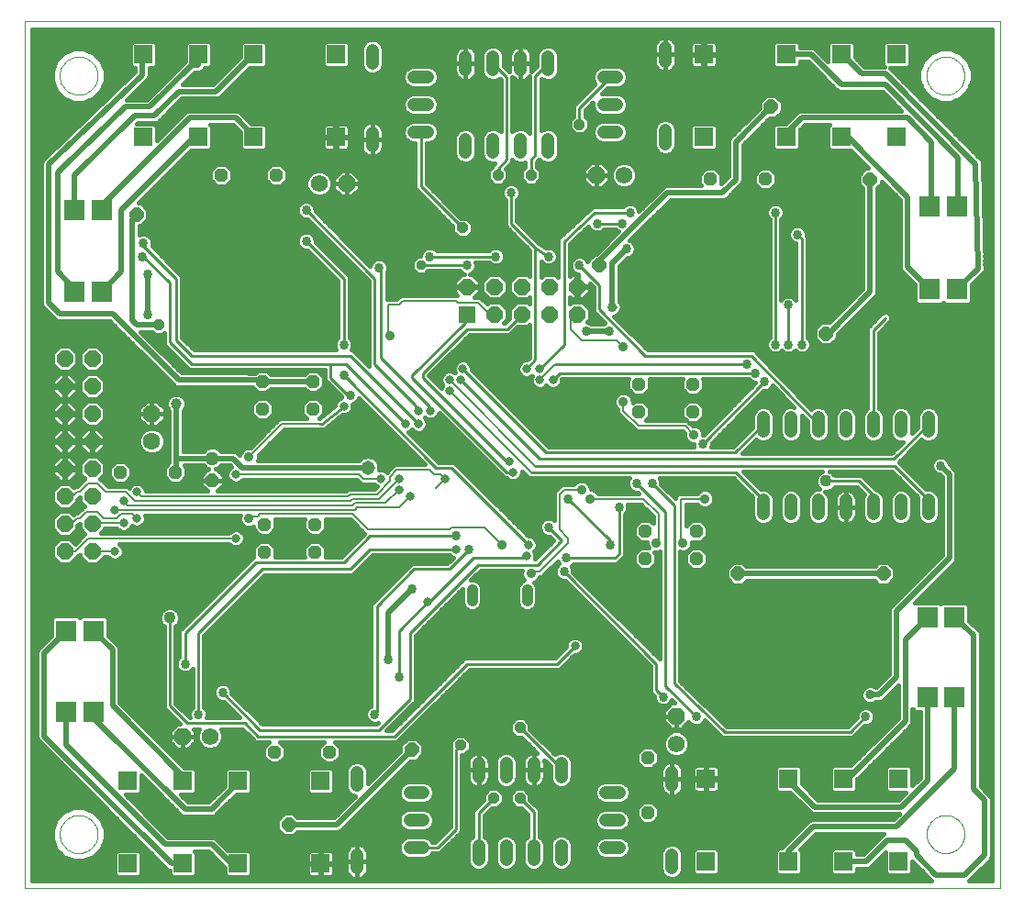
<source format=gbl>
G75*
G70*
%OFA0B0*%
%FSLAX24Y24*%
%IPPOS*%
%LPD*%
%AMOC8*
5,1,8,0,0,1.08239X$1,22.5*
%
%ADD10C,0.0000*%
%ADD11OC8,0.0600*%
%ADD12C,0.0400*%
%ADD13OC8,0.0500*%
%ADD14C,0.0500*%
%ADD15OC8,0.0630*%
%ADD16C,0.0630*%
%ADD17OC8,0.0480*%
%ADD18R,0.0768X0.0768*%
%ADD19R,0.0600X0.0600*%
%ADD20R,0.0650X0.0650*%
%ADD21C,0.0480*%
%ADD22OC8,0.0620*%
%ADD23C,0.0620*%
%ADD24C,0.0515*%
%ADD25C,0.0338*%
%ADD26C,0.0200*%
%ADD27C,0.0397*%
%ADD28C,0.0160*%
%ADD29C,0.0436*%
%ADD30C,0.0080*%
%ADD31C,0.0318*%
%ADD32C,0.0100*%
%ADD33C,0.0357*%
%ADD34OC8,0.0515*%
%ADD35OC8,0.0397*%
%ADD36OC8,0.0338*%
D10*
X001560Y003750D02*
X001560Y035246D01*
X036993Y035246D01*
X036993Y003750D01*
X001560Y003750D01*
X002840Y005719D02*
X002842Y005771D01*
X002848Y005823D01*
X002858Y005874D01*
X002871Y005924D01*
X002889Y005974D01*
X002910Y006021D01*
X002934Y006067D01*
X002963Y006111D01*
X002994Y006153D01*
X003028Y006192D01*
X003065Y006229D01*
X003105Y006262D01*
X003148Y006293D01*
X003192Y006320D01*
X003238Y006344D01*
X003287Y006364D01*
X003336Y006380D01*
X003387Y006393D01*
X003438Y006402D01*
X003490Y006407D01*
X003542Y006408D01*
X003594Y006405D01*
X003646Y006398D01*
X003697Y006387D01*
X003747Y006373D01*
X003796Y006354D01*
X003843Y006332D01*
X003888Y006307D01*
X003932Y006278D01*
X003973Y006246D01*
X004012Y006211D01*
X004047Y006173D01*
X004080Y006132D01*
X004110Y006090D01*
X004136Y006045D01*
X004159Y005998D01*
X004178Y005949D01*
X004194Y005899D01*
X004206Y005849D01*
X004214Y005797D01*
X004218Y005745D01*
X004218Y005693D01*
X004214Y005641D01*
X004206Y005589D01*
X004194Y005539D01*
X004178Y005489D01*
X004159Y005440D01*
X004136Y005393D01*
X004110Y005348D01*
X004080Y005306D01*
X004047Y005265D01*
X004012Y005227D01*
X003973Y005192D01*
X003932Y005160D01*
X003888Y005131D01*
X003843Y005106D01*
X003796Y005084D01*
X003747Y005065D01*
X003697Y005051D01*
X003646Y005040D01*
X003594Y005033D01*
X003542Y005030D01*
X003490Y005031D01*
X003438Y005036D01*
X003387Y005045D01*
X003336Y005058D01*
X003287Y005074D01*
X003238Y005094D01*
X003192Y005118D01*
X003148Y005145D01*
X003105Y005176D01*
X003065Y005209D01*
X003028Y005246D01*
X002994Y005285D01*
X002963Y005327D01*
X002934Y005371D01*
X002910Y005417D01*
X002889Y005464D01*
X002871Y005514D01*
X002858Y005564D01*
X002848Y005615D01*
X002842Y005667D01*
X002840Y005719D01*
X002840Y033278D02*
X002842Y033330D01*
X002848Y033382D01*
X002858Y033433D01*
X002871Y033483D01*
X002889Y033533D01*
X002910Y033580D01*
X002934Y033626D01*
X002963Y033670D01*
X002994Y033712D01*
X003028Y033751D01*
X003065Y033788D01*
X003105Y033821D01*
X003148Y033852D01*
X003192Y033879D01*
X003238Y033903D01*
X003287Y033923D01*
X003336Y033939D01*
X003387Y033952D01*
X003438Y033961D01*
X003490Y033966D01*
X003542Y033967D01*
X003594Y033964D01*
X003646Y033957D01*
X003697Y033946D01*
X003747Y033932D01*
X003796Y033913D01*
X003843Y033891D01*
X003888Y033866D01*
X003932Y033837D01*
X003973Y033805D01*
X004012Y033770D01*
X004047Y033732D01*
X004080Y033691D01*
X004110Y033649D01*
X004136Y033604D01*
X004159Y033557D01*
X004178Y033508D01*
X004194Y033458D01*
X004206Y033408D01*
X004214Y033356D01*
X004218Y033304D01*
X004218Y033252D01*
X004214Y033200D01*
X004206Y033148D01*
X004194Y033098D01*
X004178Y033048D01*
X004159Y032999D01*
X004136Y032952D01*
X004110Y032907D01*
X004080Y032865D01*
X004047Y032824D01*
X004012Y032786D01*
X003973Y032751D01*
X003932Y032719D01*
X003888Y032690D01*
X003843Y032665D01*
X003796Y032643D01*
X003747Y032624D01*
X003697Y032610D01*
X003646Y032599D01*
X003594Y032592D01*
X003542Y032589D01*
X003490Y032590D01*
X003438Y032595D01*
X003387Y032604D01*
X003336Y032617D01*
X003287Y032633D01*
X003238Y032653D01*
X003192Y032677D01*
X003148Y032704D01*
X003105Y032735D01*
X003065Y032768D01*
X003028Y032805D01*
X002994Y032844D01*
X002963Y032886D01*
X002934Y032930D01*
X002910Y032976D01*
X002889Y033023D01*
X002871Y033073D01*
X002858Y033123D01*
X002848Y033174D01*
X002842Y033226D01*
X002840Y033278D01*
X034336Y033278D02*
X034338Y033330D01*
X034344Y033382D01*
X034354Y033433D01*
X034367Y033483D01*
X034385Y033533D01*
X034406Y033580D01*
X034430Y033626D01*
X034459Y033670D01*
X034490Y033712D01*
X034524Y033751D01*
X034561Y033788D01*
X034601Y033821D01*
X034644Y033852D01*
X034688Y033879D01*
X034734Y033903D01*
X034783Y033923D01*
X034832Y033939D01*
X034883Y033952D01*
X034934Y033961D01*
X034986Y033966D01*
X035038Y033967D01*
X035090Y033964D01*
X035142Y033957D01*
X035193Y033946D01*
X035243Y033932D01*
X035292Y033913D01*
X035339Y033891D01*
X035384Y033866D01*
X035428Y033837D01*
X035469Y033805D01*
X035508Y033770D01*
X035543Y033732D01*
X035576Y033691D01*
X035606Y033649D01*
X035632Y033604D01*
X035655Y033557D01*
X035674Y033508D01*
X035690Y033458D01*
X035702Y033408D01*
X035710Y033356D01*
X035714Y033304D01*
X035714Y033252D01*
X035710Y033200D01*
X035702Y033148D01*
X035690Y033098D01*
X035674Y033048D01*
X035655Y032999D01*
X035632Y032952D01*
X035606Y032907D01*
X035576Y032865D01*
X035543Y032824D01*
X035508Y032786D01*
X035469Y032751D01*
X035428Y032719D01*
X035384Y032690D01*
X035339Y032665D01*
X035292Y032643D01*
X035243Y032624D01*
X035193Y032610D01*
X035142Y032599D01*
X035090Y032592D01*
X035038Y032589D01*
X034986Y032590D01*
X034934Y032595D01*
X034883Y032604D01*
X034832Y032617D01*
X034783Y032633D01*
X034734Y032653D01*
X034688Y032677D01*
X034644Y032704D01*
X034601Y032735D01*
X034561Y032768D01*
X034524Y032805D01*
X034490Y032844D01*
X034459Y032886D01*
X034430Y032930D01*
X034406Y032976D01*
X034385Y033023D01*
X034367Y033073D01*
X034354Y033123D01*
X034344Y033174D01*
X034338Y033226D01*
X034336Y033278D01*
X034336Y005719D02*
X034338Y005771D01*
X034344Y005823D01*
X034354Y005874D01*
X034367Y005924D01*
X034385Y005974D01*
X034406Y006021D01*
X034430Y006067D01*
X034459Y006111D01*
X034490Y006153D01*
X034524Y006192D01*
X034561Y006229D01*
X034601Y006262D01*
X034644Y006293D01*
X034688Y006320D01*
X034734Y006344D01*
X034783Y006364D01*
X034832Y006380D01*
X034883Y006393D01*
X034934Y006402D01*
X034986Y006407D01*
X035038Y006408D01*
X035090Y006405D01*
X035142Y006398D01*
X035193Y006387D01*
X035243Y006373D01*
X035292Y006354D01*
X035339Y006332D01*
X035384Y006307D01*
X035428Y006278D01*
X035469Y006246D01*
X035508Y006211D01*
X035543Y006173D01*
X035576Y006132D01*
X035606Y006090D01*
X035632Y006045D01*
X035655Y005998D01*
X035674Y005949D01*
X035690Y005899D01*
X035702Y005849D01*
X035710Y005797D01*
X035714Y005745D01*
X035714Y005693D01*
X035710Y005641D01*
X035702Y005589D01*
X035690Y005539D01*
X035674Y005489D01*
X035655Y005440D01*
X035632Y005393D01*
X035606Y005348D01*
X035576Y005306D01*
X035543Y005265D01*
X035508Y005227D01*
X035469Y005192D01*
X035428Y005160D01*
X035384Y005131D01*
X035339Y005106D01*
X035292Y005084D01*
X035243Y005065D01*
X035193Y005051D01*
X035142Y005040D01*
X035090Y005033D01*
X035038Y005030D01*
X034986Y005031D01*
X034934Y005036D01*
X034883Y005045D01*
X034832Y005058D01*
X034783Y005074D01*
X034734Y005094D01*
X034688Y005118D01*
X034644Y005145D01*
X034601Y005176D01*
X034561Y005209D01*
X034524Y005246D01*
X034490Y005285D01*
X034459Y005327D01*
X034430Y005371D01*
X034406Y005417D01*
X034385Y005464D01*
X034367Y005514D01*
X034354Y005564D01*
X034344Y005615D01*
X034338Y005667D01*
X034336Y005719D01*
D11*
X021640Y024610D03*
X020640Y024610D03*
X019640Y024610D03*
X018640Y024610D03*
X018640Y025610D03*
X017640Y025610D03*
X019640Y025610D03*
X020640Y025610D03*
X021640Y025610D03*
X004029Y022998D03*
X004029Y021998D03*
X004029Y020998D03*
X004029Y019998D03*
X004029Y018998D03*
X004029Y017998D03*
X004029Y016998D03*
X004029Y015998D03*
X003029Y015998D03*
X003029Y016998D03*
X003029Y017998D03*
X003029Y018998D03*
X003029Y019998D03*
X003029Y020998D03*
X003029Y021998D03*
X003029Y022998D03*
D12*
X017825Y014603D02*
X017825Y014203D01*
X019825Y014203D02*
X019825Y014603D01*
D13*
X008385Y018578D03*
D14*
X008385Y019378D03*
D15*
X006190Y021003D03*
D16*
X006190Y020003D03*
D17*
X007040Y018870D03*
X005040Y018870D03*
X010280Y016970D03*
X010280Y015970D03*
X012120Y015970D03*
X012120Y016970D03*
X012040Y021170D03*
X012040Y022170D03*
X010200Y022170D03*
X010200Y021170D03*
X010720Y029670D03*
X008720Y029670D03*
X023888Y022071D03*
X023888Y021071D03*
X025845Y021071D03*
X025845Y022071D03*
X025960Y016730D03*
X025960Y015730D03*
X024120Y015730D03*
X024120Y016730D03*
X024200Y008510D03*
X024200Y006510D03*
X012640Y008710D03*
X010640Y008710D03*
X026487Y029523D03*
X028487Y029523D03*
D18*
X034457Y028526D03*
X035441Y028526D03*
X035441Y025515D03*
X034457Y025515D03*
X034360Y013590D03*
X035344Y013590D03*
X035344Y010710D03*
X034360Y010710D03*
X004360Y025430D03*
X003376Y025430D03*
X003376Y028390D03*
X004360Y028390D03*
X004064Y013110D03*
X003080Y013110D03*
X003080Y010150D03*
X004064Y010150D03*
D19*
X017640Y024610D03*
D20*
X012880Y031050D03*
X009880Y031050D03*
X007880Y031050D03*
X005880Y031050D03*
X005880Y034050D03*
X007880Y034050D03*
X009880Y034050D03*
X012880Y034050D03*
X026240Y034050D03*
X026240Y031050D03*
X029240Y031050D03*
X031240Y031050D03*
X033240Y031050D03*
X033240Y034050D03*
X031240Y034050D03*
X029240Y034050D03*
X029320Y007730D03*
X031320Y007730D03*
X033320Y007730D03*
X033320Y004730D03*
X031320Y004730D03*
X029320Y004730D03*
X026320Y004730D03*
X026320Y007730D03*
X012320Y007650D03*
X012320Y004650D03*
X009320Y004650D03*
X007320Y004650D03*
X005320Y004650D03*
X005320Y007650D03*
X007320Y007650D03*
X009320Y007650D03*
D21*
X013640Y007490D02*
X013640Y007970D01*
X015560Y007230D02*
X016040Y007230D01*
X016040Y006230D02*
X015560Y006230D01*
X015560Y005230D02*
X016040Y005230D01*
X018060Y005290D02*
X018060Y004810D01*
X019060Y004810D02*
X019060Y005290D01*
X020060Y005290D02*
X020060Y004810D01*
X021060Y004810D02*
X021060Y005290D01*
X022680Y005230D02*
X023160Y005230D01*
X023160Y006230D02*
X022680Y006230D01*
X022680Y007230D02*
X023160Y007230D01*
X025080Y007490D02*
X025080Y007970D01*
X025080Y004970D02*
X025080Y004490D01*
X021060Y007810D02*
X021060Y008290D01*
X020060Y008290D02*
X020060Y007810D01*
X019060Y007810D02*
X019060Y008290D01*
X018060Y008290D02*
X018060Y007810D01*
X013640Y004970D02*
X013640Y004490D01*
X028400Y017370D02*
X028400Y017850D01*
X029400Y017850D02*
X029400Y017370D01*
X030400Y017370D02*
X030400Y017850D01*
X031400Y017850D02*
X031400Y017370D01*
X032400Y017370D02*
X032400Y017850D01*
X033400Y017850D02*
X033400Y017370D01*
X034400Y017370D02*
X034400Y017850D01*
X034400Y020370D02*
X034400Y020850D01*
X033400Y020850D02*
X033400Y020370D01*
X032400Y020370D02*
X032400Y020850D01*
X031400Y020850D02*
X031400Y020370D01*
X030400Y020370D02*
X030400Y020850D01*
X029400Y020850D02*
X029400Y020370D01*
X028400Y020370D02*
X028400Y020850D01*
X020580Y030490D02*
X020580Y030970D01*
X019580Y030970D02*
X019580Y030490D01*
X018580Y030490D02*
X018580Y030970D01*
X017580Y030970D02*
X017580Y030490D01*
X016200Y031230D02*
X015720Y031230D01*
X015720Y032230D02*
X016200Y032230D01*
X016200Y033230D02*
X015720Y033230D01*
X014200Y033730D02*
X014200Y034210D01*
X014200Y031210D02*
X014200Y030730D01*
X017580Y033490D02*
X017580Y033970D01*
X018580Y033970D02*
X018580Y033490D01*
X019580Y033490D02*
X019580Y033970D01*
X020580Y033970D02*
X020580Y033490D01*
X022600Y033230D02*
X023080Y033230D01*
X023080Y032230D02*
X022600Y032230D01*
X022600Y031230D02*
X023080Y031230D01*
X024840Y031290D02*
X024840Y030810D01*
X024840Y033810D02*
X024840Y034290D01*
D22*
X022340Y029670D03*
X013260Y029350D03*
X025240Y010010D03*
X007300Y009270D03*
D23*
X008300Y009270D03*
X025240Y009010D03*
X012260Y029350D03*
X023340Y029670D03*
D24*
X014040Y019030D03*
X022360Y011270D03*
X024040Y013110D03*
X024360Y015030D03*
D25*
X022840Y016230D03*
X023160Y017590D03*
X023800Y018470D03*
X024360Y018470D03*
X026200Y019910D03*
X028440Y022150D03*
X028120Y022470D03*
X027800Y022790D03*
X027400Y023750D03*
X027400Y024150D03*
X026920Y024150D03*
X026920Y023670D03*
X026440Y023670D03*
X026440Y024150D03*
X026440Y024630D03*
X026920Y024630D03*
X027400Y024630D03*
X027400Y025110D03*
X026920Y025110D03*
X026440Y025110D03*
X025960Y025110D03*
X025960Y024630D03*
X025960Y024150D03*
X025960Y023670D03*
X025480Y023670D03*
X025000Y023670D03*
X025000Y024150D03*
X025480Y024150D03*
X025480Y024630D03*
X025000Y024630D03*
X025000Y025110D03*
X025480Y025110D03*
X025480Y025590D03*
X025000Y025590D03*
X025000Y026070D03*
X025480Y026070D03*
X025960Y026070D03*
X025960Y025590D03*
X026440Y025590D03*
X026920Y025590D03*
X027400Y025590D03*
X027400Y026070D03*
X026920Y026070D03*
X026440Y026070D03*
X026440Y026550D03*
X026920Y026550D03*
X027400Y026550D03*
X027400Y027030D03*
X026920Y027030D03*
X026440Y027030D03*
X026440Y027510D03*
X026920Y027510D03*
X027400Y027510D03*
X027400Y027990D03*
X026920Y027990D03*
X026440Y027990D03*
X026440Y028470D03*
X026920Y028470D03*
X027400Y028470D03*
X025960Y028470D03*
X025960Y027990D03*
X025960Y027510D03*
X025960Y027030D03*
X025480Y027030D03*
X025000Y027030D03*
X025000Y027510D03*
X025480Y027510D03*
X025480Y027990D03*
X025000Y027990D03*
X025000Y028470D03*
X025480Y028470D03*
X025480Y026550D03*
X025000Y026550D03*
X025960Y026550D03*
X023440Y026990D03*
X023280Y027910D03*
X023560Y028310D03*
X022360Y027910D03*
X021720Y026390D03*
X020600Y026710D03*
X018680Y026710D03*
X017640Y026390D03*
X016280Y026710D03*
X014440Y026310D03*
X011800Y027270D03*
X011800Y028390D03*
X010280Y028470D03*
X010280Y027990D03*
X010280Y027510D03*
X010280Y027030D03*
X009800Y027030D03*
X009800Y027510D03*
X009800Y027990D03*
X009800Y028470D03*
X009320Y028470D03*
X009320Y027990D03*
X009320Y027510D03*
X009320Y027030D03*
X008840Y027030D03*
X008360Y027030D03*
X007880Y027030D03*
X007880Y027510D03*
X008360Y027510D03*
X008840Y027510D03*
X008840Y027990D03*
X008360Y027990D03*
X007880Y027990D03*
X007880Y028470D03*
X008360Y028470D03*
X008840Y028470D03*
X008840Y026550D03*
X008840Y026070D03*
X008840Y025590D03*
X008360Y025590D03*
X007880Y025590D03*
X007880Y026070D03*
X008360Y026070D03*
X008360Y026550D03*
X007880Y026550D03*
X009320Y026550D03*
X009320Y026070D03*
X009320Y025590D03*
X009320Y025110D03*
X009320Y024630D03*
X009320Y024150D03*
X009320Y023670D03*
X008840Y023670D03*
X008360Y023670D03*
X007880Y023670D03*
X007880Y024150D03*
X008360Y024150D03*
X008840Y024150D03*
X008840Y024630D03*
X008360Y024630D03*
X007880Y024630D03*
X007880Y025110D03*
X008360Y025110D03*
X008840Y025110D03*
X009800Y025110D03*
X009800Y024630D03*
X009800Y024150D03*
X009800Y023670D03*
X010280Y023670D03*
X010280Y024150D03*
X010280Y024630D03*
X010280Y025110D03*
X010280Y025590D03*
X009800Y025590D03*
X009800Y026070D03*
X010280Y026070D03*
X010280Y026550D03*
X009800Y026550D03*
X013160Y023510D03*
X013160Y022390D03*
X013400Y021670D03*
X017240Y016550D03*
X017720Y016070D03*
X015640Y014630D03*
X014760Y012070D03*
X015160Y011430D03*
X014280Y010070D03*
X012600Y009910D03*
X012120Y009910D03*
X012120Y010390D03*
X012600Y010390D03*
X012600Y010870D03*
X012120Y010870D03*
X011640Y010870D03*
X011640Y010390D03*
X011640Y009910D03*
X011160Y009910D03*
X010680Y009910D03*
X010200Y009910D03*
X010200Y010390D03*
X010680Y010390D03*
X011160Y010390D03*
X011160Y010870D03*
X010680Y010870D03*
X010200Y010870D03*
X010200Y011350D03*
X010680Y011350D03*
X011160Y011350D03*
X011640Y011350D03*
X011640Y011830D03*
X011160Y011830D03*
X010680Y011830D03*
X010200Y011830D03*
X010200Y012310D03*
X010680Y012310D03*
X011160Y012310D03*
X011640Y012310D03*
X012120Y012310D03*
X012120Y011830D03*
X012120Y011350D03*
X012600Y011350D03*
X012600Y011830D03*
X012600Y012310D03*
X012600Y012790D03*
X012120Y012790D03*
X012120Y013270D03*
X012600Y013270D03*
X012600Y013750D03*
X012120Y013750D03*
X012120Y014230D03*
X012600Y014230D03*
X012600Y014710D03*
X012120Y014710D03*
X011640Y014710D03*
X011160Y014710D03*
X010680Y014710D03*
X010200Y014710D03*
X010200Y014230D03*
X010200Y013750D03*
X010200Y013270D03*
X010200Y012790D03*
X010680Y012790D03*
X011160Y012790D03*
X011640Y012790D03*
X011640Y013270D03*
X011160Y013270D03*
X010680Y013270D03*
X010680Y013750D03*
X011160Y013750D03*
X011640Y013750D03*
X011640Y014230D03*
X011160Y014230D03*
X010680Y014230D03*
X007400Y011910D03*
X008760Y010870D03*
X007880Y010070D03*
X020600Y016870D03*
X021240Y015750D03*
X021160Y015270D03*
X021320Y017910D03*
X021960Y023990D03*
X022800Y023990D03*
X022920Y024870D03*
X019240Y029030D03*
X028840Y028310D03*
X029640Y027510D03*
X029320Y024950D03*
X029320Y023510D03*
X028840Y023510D03*
X029800Y023510D03*
X034840Y019110D03*
X030680Y014630D03*
X030200Y014630D03*
X029720Y014630D03*
X029240Y014630D03*
X029240Y014150D03*
X029240Y013670D03*
X029240Y013190D03*
X029720Y013190D03*
X030200Y013190D03*
X030680Y013190D03*
X030680Y013670D03*
X030200Y013670D03*
X029720Y013670D03*
X029720Y014150D03*
X030200Y014150D03*
X030680Y014150D03*
X030680Y012710D03*
X030680Y012230D03*
X030680Y011750D03*
X030680Y011270D03*
X030200Y011270D03*
X029720Y011270D03*
X029240Y011270D03*
X029240Y011750D03*
X029720Y011750D03*
X030200Y011750D03*
X030200Y012230D03*
X029720Y012230D03*
X029240Y012230D03*
X029240Y012710D03*
X029720Y012710D03*
X030200Y012710D03*
X028760Y012710D03*
X028760Y012230D03*
X028760Y011750D03*
X028760Y011270D03*
X028280Y011270D03*
X028280Y011750D03*
X028280Y012230D03*
X028280Y012710D03*
X028280Y013190D03*
X028760Y013190D03*
X028760Y013670D03*
X028280Y013670D03*
X028280Y014150D03*
X028760Y014150D03*
X028760Y014630D03*
X028280Y014630D03*
X028280Y010790D03*
X028280Y010310D03*
X028280Y009830D03*
X028760Y009830D03*
X028760Y010310D03*
X028760Y010790D03*
X029240Y010790D03*
X029240Y010310D03*
X029240Y009830D03*
X029720Y009830D03*
X030200Y009830D03*
X030680Y009830D03*
X030680Y010310D03*
X030200Y010310D03*
X029720Y010310D03*
X029720Y010790D03*
X030200Y010790D03*
X030680Y010790D03*
X032120Y009990D03*
X032280Y010790D03*
X025960Y009990D03*
X024760Y010710D03*
X006040Y024590D03*
X006040Y026070D03*
X005840Y026710D03*
X005880Y027190D03*
D26*
X005480Y028070D02*
X005640Y028230D01*
X005480Y028070D02*
X005480Y024390D01*
X005640Y024230D01*
X006440Y024230D01*
X006040Y024590D02*
X006040Y026070D01*
X005080Y026150D02*
X004360Y025430D01*
X004760Y024630D02*
X002840Y024630D01*
X002440Y025030D01*
X002440Y030070D01*
X005840Y033310D01*
X005840Y034110D01*
X005880Y034070D01*
X005880Y034050D01*
X005840Y034110D02*
X005880Y034150D01*
X007640Y033670D02*
X006120Y032150D01*
X005240Y032150D01*
X003000Y029990D01*
X002760Y029750D01*
X002760Y026150D01*
X003376Y025535D01*
X003376Y025430D01*
X004760Y024630D02*
X007160Y022230D01*
X009640Y022230D01*
X009640Y022219D01*
X010200Y022219D01*
X010200Y022230D01*
X010200Y022219D02*
X010200Y022170D01*
X012040Y022170D01*
X009640Y022219D02*
X009491Y022219D01*
X007080Y021350D02*
X007080Y019350D01*
X007108Y019378D01*
X008385Y019378D01*
X009132Y019378D01*
X009480Y019030D01*
X014040Y019030D01*
X015640Y014630D02*
X014760Y013750D01*
X014760Y012070D01*
X015640Y008790D02*
X012920Y006070D01*
X011160Y006070D01*
X009320Y004650D02*
X009060Y004650D01*
X008360Y005350D01*
X006680Y005350D01*
X003080Y008950D01*
X003080Y010150D01*
X004064Y010150D02*
X004120Y010095D01*
X004120Y009910D01*
X007400Y006630D01*
X008360Y006630D01*
X009320Y007590D01*
X009320Y007650D01*
X007320Y007650D02*
X007320Y007830D01*
X004760Y010390D01*
X004760Y012415D01*
X004064Y013110D01*
X003080Y013110D02*
X002280Y012310D01*
X002280Y009270D01*
X006900Y004650D01*
X007320Y004650D01*
X007080Y018870D02*
X007080Y018898D01*
X007080Y018950D01*
X007040Y018870D01*
X007080Y018870D01*
X007080Y018898D02*
X007028Y018898D01*
X007000Y018870D01*
X007080Y018950D02*
X007080Y019350D01*
X005080Y026150D02*
X005080Y028390D01*
X007740Y031050D01*
X007880Y031050D01*
X007560Y031750D02*
X009240Y031750D01*
X009880Y031110D01*
X009880Y031050D01*
X009880Y030950D01*
X008520Y032710D02*
X009880Y034070D01*
X009880Y034050D01*
X008520Y032710D02*
X007160Y032710D01*
X006280Y031830D01*
X005560Y031830D01*
X003376Y029646D01*
X003376Y028390D01*
X003320Y028390D01*
X004360Y028390D02*
X004360Y028550D01*
X007560Y031750D01*
X007640Y033670D02*
X007880Y033670D01*
X007880Y034050D01*
X021960Y023990D02*
X022800Y023990D01*
X022920Y024870D02*
X022920Y026470D01*
X023440Y026990D01*
X022440Y026550D02*
X024920Y029030D01*
X026920Y029030D01*
X027400Y029510D01*
X027400Y030870D01*
X028680Y032150D01*
X029240Y031190D02*
X029800Y031750D01*
X033640Y031750D01*
X034520Y030870D01*
X034520Y028589D01*
X034457Y028526D01*
X033640Y028870D02*
X033640Y026332D01*
X034457Y025515D01*
X035441Y025515D02*
X036200Y026274D01*
X036120Y030070D01*
X032840Y033350D01*
X031960Y033350D01*
X031260Y034050D01*
X031240Y034050D01*
X031240Y032950D02*
X032840Y032950D01*
X035480Y030310D01*
X035480Y028565D01*
X035441Y028526D01*
X033640Y028870D02*
X031460Y031050D01*
X031240Y031050D01*
X032280Y029510D02*
X032280Y025430D01*
X030760Y023910D01*
X030680Y023910D01*
X034840Y019110D02*
X035160Y018790D01*
X035160Y015750D01*
X033240Y013830D01*
X033240Y011430D01*
X032600Y010790D01*
X032280Y010790D01*
X033560Y009830D02*
X033560Y012790D01*
X034360Y013590D01*
X035344Y013590D02*
X036040Y012975D01*
X036040Y007350D01*
X036440Y006950D01*
X036440Y004950D01*
X035720Y004230D01*
X034680Y004230D01*
X033960Y004950D01*
X033960Y005110D01*
X033560Y005510D01*
X032920Y005510D01*
X032140Y004730D01*
X031320Y004730D01*
X030200Y005990D02*
X033240Y005990D01*
X035344Y008095D01*
X035344Y010710D01*
X034360Y010710D02*
X034360Y007670D01*
X033400Y006710D01*
X030280Y006710D01*
X029320Y007670D01*
X029360Y007710D01*
X029320Y007750D01*
X029320Y007730D01*
X029360Y007710D02*
X029400Y007750D01*
X031320Y007730D02*
X031460Y007730D01*
X033560Y009830D01*
X030200Y005990D02*
X029320Y005110D01*
X029320Y004730D01*
X027480Y015190D02*
X032760Y015190D01*
X023000Y024870D02*
X022920Y024870D01*
X022440Y026390D02*
X022440Y026550D01*
X029240Y031050D02*
X029240Y031190D01*
X031240Y032950D02*
X030140Y034050D01*
X029240Y034050D01*
D27*
X007080Y021350D03*
D28*
X007340Y021103D02*
X007384Y021147D01*
X007438Y021279D01*
X007438Y021422D01*
X007384Y021553D01*
X007283Y021654D01*
X007151Y021709D01*
X007009Y021709D01*
X006877Y021654D01*
X006776Y021553D01*
X006722Y021422D01*
X006722Y021279D01*
X006776Y021147D01*
X006820Y021103D01*
X006820Y019216D01*
X006640Y019036D01*
X006640Y018705D01*
X006874Y018470D01*
X007206Y018470D01*
X007440Y018705D01*
X007440Y019036D01*
X007358Y019118D01*
X008066Y019118D01*
X008153Y019031D01*
X008256Y018988D01*
X008216Y018988D01*
X007975Y018748D01*
X007975Y018578D01*
X007975Y018408D01*
X008193Y018190D01*
X005959Y018190D01*
X005959Y018214D01*
X005910Y018331D01*
X005821Y018421D01*
X005703Y018469D01*
X005577Y018469D01*
X005459Y018421D01*
X005370Y018331D01*
X005361Y018312D01*
X005323Y018350D01*
X004603Y018350D01*
X004400Y018553D01*
X004317Y018636D01*
X004489Y018808D01*
X004640Y018808D01*
X004640Y018705D02*
X004640Y019036D01*
X004874Y019270D01*
X005206Y019270D01*
X005440Y019036D01*
X005440Y018705D01*
X005206Y018470D01*
X004874Y018470D01*
X004640Y018705D01*
X004695Y018649D02*
X004330Y018649D01*
X004462Y018491D02*
X004854Y018491D01*
X005226Y018491D02*
X006854Y018491D01*
X006695Y018649D02*
X005385Y018649D01*
X005440Y018808D02*
X006640Y018808D01*
X006640Y018966D02*
X005440Y018966D01*
X005351Y019125D02*
X006729Y019125D01*
X006820Y019283D02*
X004394Y019283D01*
X004489Y019189D02*
X004219Y019458D01*
X003838Y019458D01*
X003569Y019189D01*
X003569Y018808D01*
X003489Y018808D01*
X003489Y018978D01*
X003049Y018978D01*
X003049Y019018D01*
X003489Y019018D01*
X003489Y019189D01*
X003219Y019458D01*
X003049Y019458D01*
X003049Y019018D01*
X003009Y019018D01*
X003009Y019458D01*
X002838Y019458D01*
X002569Y019189D01*
X002569Y019018D01*
X003008Y019018D01*
X003008Y018978D01*
X002569Y018978D01*
X002569Y018808D01*
X001840Y018808D01*
X001840Y018966D02*
X002569Y018966D01*
X002569Y018808D02*
X002838Y018538D01*
X003009Y018538D01*
X003009Y018978D01*
X003049Y018978D01*
X003049Y018538D01*
X003219Y018538D01*
X003489Y018808D01*
X003569Y018808D02*
X003752Y018625D01*
X003477Y018350D01*
X003397Y018350D01*
X003362Y018315D01*
X003219Y018458D01*
X002838Y018458D01*
X002569Y018189D01*
X002569Y017808D01*
X002838Y017538D01*
X003219Y017538D01*
X003489Y017808D01*
X003489Y017876D01*
X003520Y017907D01*
X003563Y017950D01*
X003569Y017950D01*
X003569Y017808D01*
X003746Y017630D01*
X003717Y017630D01*
X003477Y017390D01*
X003397Y017390D01*
X003342Y017335D01*
X003219Y017458D01*
X002838Y017458D01*
X002569Y017189D01*
X002569Y016808D01*
X002838Y016538D01*
X003219Y016538D01*
X003489Y016808D01*
X003489Y016916D01*
X003520Y016947D01*
X003563Y016990D01*
X003569Y016990D01*
X003569Y016808D01*
X003752Y016625D01*
X003680Y016553D01*
X003402Y016275D01*
X003219Y016458D01*
X002838Y016458D01*
X002569Y016189D01*
X002569Y015808D01*
X002838Y015538D01*
X003219Y015538D01*
X003471Y015790D01*
X003483Y015790D01*
X003569Y015876D01*
X003569Y015808D01*
X003838Y015538D01*
X004219Y015538D01*
X004471Y015790D01*
X004589Y015790D01*
X004659Y015720D01*
X004777Y015671D01*
X004903Y015671D01*
X005021Y015720D01*
X005110Y015810D01*
X005159Y015927D01*
X005159Y016054D01*
X005110Y016171D01*
X005021Y016261D01*
X004998Y016270D01*
X008989Y016270D01*
X009059Y016200D01*
X009177Y016151D01*
X009303Y016151D01*
X009421Y016200D01*
X009510Y016290D01*
X009559Y016407D01*
X009559Y016534D01*
X009510Y016651D01*
X009421Y016741D01*
X009303Y016789D01*
X009177Y016789D01*
X009059Y016741D01*
X008989Y016670D01*
X004351Y016670D01*
X004489Y016808D01*
X004489Y016830D01*
X004909Y016830D01*
X004979Y016760D01*
X005097Y016711D01*
X005223Y016711D01*
X005341Y016760D01*
X005430Y016850D01*
X005460Y016920D01*
X005577Y016871D01*
X005703Y016871D01*
X005821Y016920D01*
X005910Y017010D01*
X005959Y017127D01*
X005959Y017254D01*
X005936Y017310D01*
X009403Y017310D01*
X009381Y017258D01*
X009381Y017123D01*
X009433Y016998D01*
X009528Y016903D01*
X009653Y016852D01*
X009787Y016852D01*
X009880Y016890D01*
X009880Y016805D01*
X010114Y016570D01*
X010446Y016570D01*
X010680Y016805D01*
X010680Y017136D01*
X010666Y017150D01*
X011734Y017150D01*
X011720Y017136D01*
X011720Y016805D01*
X011954Y016570D01*
X012286Y016570D01*
X012520Y016805D01*
X012520Y017136D01*
X012506Y017150D01*
X013397Y017150D01*
X013910Y016637D01*
X013073Y015800D01*
X012516Y015800D01*
X012520Y015805D01*
X012520Y016136D01*
X012286Y016370D01*
X011954Y016370D01*
X011720Y016136D01*
X011720Y015805D01*
X011724Y015800D01*
X010676Y015800D01*
X010680Y015805D01*
X010680Y016136D01*
X010446Y016370D01*
X010114Y016370D01*
X009880Y016136D01*
X009880Y015805D01*
X009884Y015800D01*
X009873Y015800D01*
X009750Y015677D01*
X007313Y013240D01*
X007190Y013117D01*
X007190Y012165D01*
X007121Y012097D01*
X007071Y011976D01*
X007071Y011845D01*
X007121Y011724D01*
X007214Y011631D01*
X007335Y011581D01*
X007465Y011581D01*
X007586Y011631D01*
X007670Y011715D01*
X007670Y010325D01*
X007601Y010257D01*
X007551Y010136D01*
X007551Y010005D01*
X007570Y009960D01*
X007567Y009960D01*
X007050Y010477D01*
X007050Y013268D01*
X007054Y013270D01*
X007161Y013376D01*
X007218Y013515D01*
X007218Y013665D01*
X007161Y013804D01*
X007054Y013911D01*
X006915Y013968D01*
X006765Y013968D01*
X006626Y013911D01*
X006519Y013804D01*
X006462Y013665D01*
X006462Y013515D01*
X006519Y013376D01*
X006626Y013270D01*
X006630Y013268D01*
X006630Y010303D01*
X007193Y009740D01*
X007105Y009740D01*
X006830Y009465D01*
X006830Y009270D01*
X006830Y009076D01*
X007105Y008800D01*
X007300Y008800D01*
X007495Y008800D01*
X007770Y009076D01*
X007770Y009270D01*
X007300Y009270D01*
X007300Y008800D01*
X007300Y009270D01*
X007300Y009270D01*
X007300Y009270D01*
X006830Y009270D01*
X007300Y009270D01*
X007300Y009270D01*
X007770Y009270D01*
X007770Y009465D01*
X007695Y009540D01*
X007905Y009540D01*
X007902Y009537D01*
X007830Y009364D01*
X007830Y009177D01*
X007902Y009004D01*
X008034Y008872D01*
X008207Y008800D01*
X008393Y008800D01*
X008566Y008872D01*
X008698Y009004D01*
X008770Y009177D01*
X008770Y009364D01*
X008698Y009537D01*
X008695Y009540D01*
X009473Y009540D01*
X009830Y009183D01*
X009953Y009060D01*
X010424Y009060D01*
X010240Y008876D01*
X010240Y008545D01*
X010474Y008310D01*
X010806Y008310D01*
X011040Y008545D01*
X011040Y008876D01*
X010856Y009060D01*
X012424Y009060D01*
X012240Y008876D01*
X012240Y008545D01*
X012474Y008310D01*
X012806Y008310D01*
X013040Y008545D01*
X013040Y008876D01*
X012856Y009060D01*
X015087Y009060D01*
X017727Y011700D01*
X021007Y011700D01*
X021538Y012231D01*
X021623Y012231D01*
X021741Y012280D01*
X021830Y012370D01*
X021879Y012487D01*
X021879Y012614D01*
X021830Y012731D01*
X021741Y012821D01*
X021623Y012869D01*
X021497Y012869D01*
X021379Y012821D01*
X021290Y012731D01*
X021241Y012614D01*
X021241Y012528D01*
X020833Y012120D01*
X017553Y012120D01*
X014913Y009480D01*
X014707Y009480D01*
X015647Y010420D01*
X015770Y010543D01*
X015770Y012943D01*
X023190Y012943D01*
X023349Y012785D02*
X021777Y012785D01*
X021874Y012626D02*
X023507Y012626D01*
X023666Y012468D02*
X021871Y012468D01*
X021770Y012309D02*
X023824Y012309D01*
X023983Y012151D02*
X021457Y012151D01*
X021299Y011992D02*
X024141Y011992D01*
X024300Y011834D02*
X021140Y011834D01*
X020864Y012151D02*
X015770Y012151D01*
X015770Y012309D02*
X021022Y012309D01*
X021181Y012468D02*
X015770Y012468D01*
X015770Y012626D02*
X021246Y012626D01*
X021343Y012785D02*
X015770Y012785D01*
X015770Y012943D02*
X017465Y014639D01*
X017465Y014132D01*
X017520Y013999D01*
X017621Y013898D01*
X017754Y013843D01*
X017897Y013843D01*
X018029Y013898D01*
X018131Y013999D01*
X018185Y014132D01*
X018185Y014675D01*
X018131Y014807D01*
X018029Y014909D01*
X017897Y014963D01*
X017790Y014963D01*
X018127Y015300D01*
X019639Y015300D01*
X019621Y015258D01*
X019621Y015123D01*
X019673Y014998D01*
X019721Y014950D01*
X019621Y014909D01*
X019520Y014807D01*
X019465Y014675D01*
X019465Y014132D01*
X019520Y013999D01*
X019621Y013898D01*
X019754Y013843D01*
X019897Y013843D01*
X020029Y013898D01*
X020131Y013999D01*
X020185Y014132D01*
X020185Y014675D01*
X020131Y014807D01*
X020069Y014869D01*
X020152Y014903D01*
X020247Y014998D01*
X020277Y015070D01*
X020363Y015070D01*
X020480Y015187D01*
X020931Y015638D01*
X020930Y015638D01*
X020931Y015638D02*
X020961Y015564D01*
X020975Y015550D01*
X020974Y015549D01*
X020881Y015457D01*
X020831Y015336D01*
X020831Y015205D01*
X020881Y015084D01*
X020974Y014991D01*
X021095Y014941D01*
X021192Y014941D01*
X024310Y011823D01*
X024310Y010863D01*
X024431Y010742D01*
X024431Y010645D01*
X024481Y010524D01*
X024574Y010431D01*
X024695Y010381D01*
X024825Y010381D01*
X024946Y010431D01*
X025039Y010524D01*
X025065Y010588D01*
X025173Y010480D01*
X025045Y010480D01*
X024770Y010205D01*
X024770Y010010D01*
X024770Y009816D01*
X025045Y009540D01*
X025240Y009540D01*
X025435Y009540D01*
X025690Y009795D01*
X025774Y009711D01*
X025895Y009661D01*
X026025Y009661D01*
X026146Y009711D01*
X026239Y009804D01*
X026258Y009850D01*
X026853Y009280D01*
X026913Y009220D01*
X026916Y009220D01*
X026918Y009218D01*
X027002Y009220D01*
X031647Y009220D01*
X032088Y009661D01*
X032185Y009661D01*
X032306Y009711D01*
X032399Y009804D01*
X032449Y009925D01*
X032449Y010056D01*
X032399Y010177D01*
X032306Y010269D01*
X032185Y010319D01*
X032055Y010319D01*
X031934Y010269D01*
X031841Y010177D01*
X031791Y010056D01*
X031791Y009958D01*
X031473Y009640D01*
X027084Y009640D01*
X025370Y011280D01*
X025370Y015989D01*
X025413Y015972D01*
X025547Y015972D01*
X025672Y016023D01*
X025767Y016118D01*
X025819Y016243D01*
X025819Y016330D01*
X026126Y016330D01*
X026360Y016565D01*
X026360Y016896D01*
X026126Y017130D01*
X025794Y017130D01*
X025600Y016936D01*
X025600Y017710D01*
X026001Y017710D01*
X026088Y017623D01*
X026213Y017572D01*
X026347Y017572D01*
X026472Y017623D01*
X026567Y017718D01*
X026619Y017843D01*
X026619Y017978D01*
X026567Y018102D01*
X026472Y018197D01*
X026347Y018249D01*
X026213Y018249D01*
X026088Y018197D01*
X026001Y018110D01*
X025317Y018110D01*
X025200Y017993D01*
X025200Y017927D01*
X024689Y018438D01*
X024689Y018536D01*
X024639Y018657D01*
X024635Y018660D01*
X027313Y018660D01*
X028013Y017961D01*
X028000Y017930D01*
X028000Y017291D01*
X028061Y017144D01*
X028173Y017031D01*
X028320Y016970D01*
X028480Y016970D01*
X028627Y017031D01*
X028739Y017144D01*
X028800Y017291D01*
X028800Y017930D01*
X028739Y018077D01*
X028627Y018189D01*
X028480Y018250D01*
X028320Y018250D01*
X028318Y018249D01*
X027667Y018900D01*
X030537Y018900D01*
X030466Y018871D01*
X030359Y018764D01*
X030302Y018625D01*
X030302Y018475D01*
X030359Y018336D01*
X030445Y018250D01*
X030320Y018250D01*
X030173Y018189D01*
X030061Y018077D01*
X030000Y017930D01*
X030000Y017291D01*
X030061Y017144D01*
X030173Y017031D01*
X030320Y016970D01*
X030480Y016970D01*
X030627Y017031D01*
X030739Y017144D01*
X030800Y017291D01*
X030800Y017930D01*
X030739Y018077D01*
X030644Y018172D01*
X030755Y018172D01*
X030894Y018230D01*
X031001Y018336D01*
X031002Y018340D01*
X031793Y018340D01*
X032060Y018074D01*
X032000Y017930D01*
X032000Y017291D01*
X032061Y017144D01*
X032173Y017031D01*
X032320Y016970D01*
X032480Y016970D01*
X032627Y017031D01*
X032739Y017144D01*
X032800Y017291D01*
X032800Y017930D01*
X032739Y018077D01*
X032627Y018189D01*
X032480Y018250D01*
X032477Y018250D01*
X031967Y018760D01*
X031002Y018760D01*
X031001Y018764D01*
X030894Y018871D01*
X030823Y018900D01*
X033073Y018900D01*
X034013Y017961D01*
X034000Y017930D01*
X034000Y017291D01*
X034061Y017144D01*
X034173Y017031D01*
X034320Y016970D01*
X034480Y016970D01*
X034627Y017031D01*
X034739Y017144D01*
X034800Y017291D01*
X034800Y017930D01*
X034739Y018077D01*
X034627Y018189D01*
X034480Y018250D01*
X034320Y018250D01*
X034318Y018249D01*
X033327Y019240D01*
X034146Y020059D01*
X034173Y020031D01*
X034320Y019970D01*
X034480Y019970D01*
X034627Y020031D01*
X034739Y020144D01*
X034800Y020291D01*
X034800Y020930D01*
X034739Y021077D01*
X034627Y021189D01*
X034480Y021250D01*
X034320Y021250D01*
X034173Y021189D01*
X034061Y021077D01*
X034000Y020930D01*
X034000Y020507D01*
X033800Y020307D01*
X033800Y020930D01*
X033739Y021077D01*
X033627Y021189D01*
X033480Y021250D01*
X033320Y021250D01*
X033173Y021189D01*
X033061Y021077D01*
X033000Y020930D01*
X033000Y020291D01*
X033061Y020144D01*
X033173Y020031D01*
X033320Y019970D01*
X033463Y019970D01*
X033053Y019560D01*
X027647Y019560D01*
X028146Y020059D01*
X028173Y020031D01*
X028320Y019970D01*
X028480Y019970D01*
X028627Y020031D01*
X028739Y020144D01*
X028800Y020291D01*
X028800Y020930D01*
X028739Y021077D01*
X028627Y021189D01*
X028480Y021250D01*
X028320Y021250D01*
X028173Y021189D01*
X028061Y021077D01*
X028000Y020930D01*
X028000Y020507D01*
X027293Y019800D01*
X026510Y019800D01*
X026529Y019845D01*
X026529Y019942D01*
X028408Y021821D01*
X028505Y021821D01*
X028626Y021871D01*
X028719Y021964D01*
X028742Y022021D01*
X029494Y021244D01*
X029480Y021250D01*
X029320Y021250D01*
X029173Y021189D01*
X029061Y021077D01*
X029000Y020930D01*
X029000Y020291D01*
X029061Y020144D01*
X029173Y020031D01*
X029320Y019970D01*
X029480Y019970D01*
X029627Y020031D01*
X029739Y020144D01*
X029800Y020291D01*
X029800Y020928D01*
X030000Y020722D01*
X030000Y020291D01*
X030061Y020144D01*
X030173Y020031D01*
X030320Y019970D01*
X030480Y019970D01*
X030627Y020031D01*
X030739Y020144D01*
X030800Y020291D01*
X030800Y020930D01*
X030739Y021077D01*
X030627Y021189D01*
X030480Y021250D01*
X030320Y021250D01*
X030173Y021189D01*
X030152Y021168D01*
X028190Y023195D01*
X028190Y023197D01*
X028130Y023258D01*
X028070Y023319D01*
X028068Y023319D01*
X028067Y023320D01*
X027982Y023320D01*
X027896Y023322D01*
X027895Y023320D01*
X024207Y023320D01*
X022986Y024542D01*
X023106Y024591D01*
X023199Y024684D01*
X023211Y024714D01*
X023220Y024723D01*
X023260Y024819D01*
X023260Y024922D01*
X023220Y025018D01*
X023211Y025027D01*
X023199Y025057D01*
X023180Y025075D01*
X023180Y026363D01*
X023479Y026661D01*
X023505Y026661D01*
X023626Y026711D01*
X023719Y026804D01*
X023769Y026925D01*
X023769Y027056D01*
X023719Y027177D01*
X023626Y027269D01*
X023556Y027298D01*
X025028Y028770D01*
X026972Y028770D01*
X027067Y028810D01*
X027547Y029290D01*
X027620Y029363D01*
X027660Y029459D01*
X027660Y030763D01*
X028630Y031733D01*
X028853Y031733D01*
X029097Y031977D01*
X029097Y032323D01*
X028853Y032568D01*
X028507Y032568D01*
X028263Y032323D01*
X028263Y032100D01*
X027180Y031018D01*
X027140Y030922D01*
X027140Y029618D01*
X026887Y029365D01*
X026887Y029689D01*
X026653Y029923D01*
X026321Y029923D01*
X026087Y029689D01*
X026087Y029358D01*
X026154Y029290D01*
X024868Y029290D01*
X024773Y029251D01*
X024700Y029178D01*
X023889Y028367D01*
X023889Y028376D01*
X023839Y028497D01*
X023746Y028589D01*
X023625Y028639D01*
X023495Y028639D01*
X023374Y028589D01*
X023305Y028520D01*
X022284Y028520D01*
X022201Y028523D01*
X022198Y028520D01*
X022193Y028520D01*
X022134Y028462D01*
X021078Y027480D01*
X021073Y027480D01*
X021014Y027422D01*
X020953Y027365D01*
X020953Y027360D01*
X020950Y027357D01*
X020950Y027274D01*
X020947Y027191D01*
X020950Y027188D01*
X020950Y025951D01*
X020831Y026070D01*
X020449Y026070D01*
X020330Y025951D01*
X020330Y026515D01*
X020414Y026431D01*
X020535Y026381D01*
X020665Y026381D01*
X020786Y026431D01*
X020879Y026524D01*
X020929Y026645D01*
X020929Y026776D01*
X020879Y026897D01*
X020786Y026989D01*
X020665Y027039D01*
X020535Y027039D01*
X020504Y027027D01*
X020254Y027193D01*
X019450Y027997D01*
X019450Y028775D01*
X019519Y028844D01*
X019569Y028965D01*
X019569Y029096D01*
X019519Y029217D01*
X019426Y029309D01*
X019305Y029359D01*
X019175Y029359D01*
X019054Y029309D01*
X018961Y029217D01*
X018911Y029096D01*
X018911Y028965D01*
X018961Y028844D01*
X019030Y028775D01*
X019030Y027823D01*
X019153Y027700D01*
X019910Y026943D01*
X019910Y025991D01*
X019831Y026070D01*
X019449Y026070D01*
X019180Y025801D01*
X019180Y025420D01*
X019449Y025150D01*
X019831Y025150D01*
X019910Y025230D01*
X019910Y024991D01*
X019831Y025070D01*
X019449Y025070D01*
X019180Y024801D01*
X019180Y024447D01*
X019013Y024280D01*
X018961Y024280D01*
X019100Y024420D01*
X019100Y024801D01*
X018831Y025070D01*
X018449Y025070D01*
X018366Y024987D01*
X018123Y025230D01*
X017911Y025230D01*
X018100Y025420D01*
X018100Y025590D01*
X017660Y025590D01*
X017660Y025630D01*
X018100Y025630D01*
X018100Y025801D01*
X017831Y026070D01*
X017727Y026070D01*
X017826Y026111D01*
X017919Y026204D01*
X017969Y026325D01*
X017969Y026456D01*
X017950Y026500D01*
X018425Y026500D01*
X018494Y026431D01*
X018615Y026381D01*
X018745Y026381D01*
X018866Y026431D01*
X018959Y026524D01*
X019009Y026645D01*
X019009Y026776D01*
X018959Y026897D01*
X018866Y026989D01*
X018745Y027039D01*
X018615Y027039D01*
X018494Y026989D01*
X018425Y026920D01*
X016535Y026920D01*
X016466Y026989D01*
X016345Y027039D01*
X016215Y027039D01*
X016094Y026989D01*
X016001Y026897D01*
X015951Y026776D01*
X015951Y026719D01*
X015824Y026719D01*
X015631Y026527D01*
X015631Y026254D01*
X015824Y026061D01*
X016096Y026061D01*
X016215Y026180D01*
X017385Y026180D01*
X017454Y026111D01*
X017553Y026070D01*
X017449Y026070D01*
X017180Y025801D01*
X017180Y025630D01*
X017620Y025630D01*
X017620Y025590D01*
X017180Y025590D01*
X017180Y025420D01*
X017289Y025310D01*
X015237Y025310D01*
X015120Y025193D01*
X015077Y025150D01*
X014730Y025150D01*
X014730Y026151D01*
X014769Y026245D01*
X014769Y026376D01*
X014719Y026497D01*
X014626Y026589D01*
X014505Y026639D01*
X014375Y026639D01*
X014254Y026589D01*
X014161Y026497D01*
X014111Y026376D01*
X012129Y028358D01*
X012129Y028456D01*
X012079Y028577D01*
X011986Y028669D01*
X011865Y028719D01*
X011735Y028719D01*
X011614Y028669D01*
X011521Y028577D01*
X011471Y028456D01*
X011471Y028325D01*
X011521Y028204D01*
X011614Y028111D01*
X011735Y028061D01*
X011832Y028061D01*
X014070Y025823D01*
X014070Y022737D01*
X013610Y023197D01*
X013487Y023320D01*
X013435Y023320D01*
X013439Y023324D01*
X013489Y023445D01*
X013489Y023576D01*
X013439Y023697D01*
X013370Y023765D01*
X013370Y025997D01*
X012129Y027238D01*
X012129Y027336D01*
X012079Y027457D01*
X011986Y027549D01*
X011865Y027599D01*
X011735Y027599D01*
X011614Y027549D01*
X011521Y027457D01*
X011471Y027336D01*
X011471Y027205D01*
X011521Y027084D01*
X011614Y026991D01*
X011735Y026941D01*
X011832Y026941D01*
X012950Y025823D01*
X012950Y023765D01*
X012881Y023697D01*
X012831Y023576D01*
X012831Y023445D01*
X012881Y023324D01*
X012885Y023320D01*
X007727Y023320D01*
X007290Y023757D01*
X007290Y025997D01*
X006195Y027092D01*
X006209Y027125D01*
X006209Y027256D01*
X006159Y027377D01*
X006066Y027469D01*
X005945Y027519D01*
X005815Y027519D01*
X005740Y027488D01*
X005740Y027813D01*
X005813Y027813D01*
X006057Y028057D01*
X006057Y028403D01*
X005813Y028648D01*
X005705Y028648D01*
X007623Y030565D01*
X008271Y030565D01*
X008365Y030659D01*
X008365Y031441D01*
X008316Y031490D01*
X009132Y031490D01*
X009395Y031227D01*
X009395Y030659D01*
X009489Y030565D01*
X010271Y030565D01*
X010365Y030659D01*
X010365Y031441D01*
X010271Y031535D01*
X009823Y031535D01*
X009387Y031971D01*
X009292Y032010D01*
X007508Y032010D01*
X007413Y031971D01*
X007340Y031898D01*
X007340Y031898D01*
X006365Y030923D01*
X006365Y031441D01*
X006271Y031535D01*
X005632Y031535D01*
X005668Y031570D01*
X006332Y031570D01*
X006427Y031610D01*
X007268Y032450D01*
X008572Y032450D01*
X008667Y032490D01*
X009743Y033565D01*
X010271Y033565D01*
X010365Y033659D01*
X010365Y034441D01*
X010271Y034535D01*
X009489Y034535D01*
X009395Y034441D01*
X009395Y033953D01*
X008412Y032970D01*
X007308Y032970D01*
X007748Y033410D01*
X007932Y033410D01*
X008027Y033450D01*
X008100Y033523D01*
X008118Y033565D01*
X008271Y033565D01*
X008365Y033659D01*
X008365Y034441D01*
X008271Y034535D01*
X007489Y034535D01*
X007395Y034441D01*
X007395Y033793D01*
X006012Y032410D01*
X005272Y032410D01*
X005984Y033089D01*
X005987Y033090D01*
X006022Y033124D01*
X006057Y033158D01*
X006058Y033161D01*
X006060Y033163D01*
X006079Y033208D01*
X006099Y033252D01*
X006099Y033256D01*
X006100Y033259D01*
X006100Y033307D01*
X006101Y033356D01*
X006100Y033359D01*
X006100Y033565D01*
X006271Y033565D01*
X006365Y033659D01*
X006365Y034441D01*
X006271Y034535D01*
X005489Y034535D01*
X005395Y034441D01*
X005395Y033659D01*
X005489Y033565D01*
X005580Y033565D01*
X005580Y033422D01*
X002296Y030292D01*
X002293Y030291D01*
X002258Y030256D01*
X002223Y030223D01*
X002222Y030220D01*
X002220Y030218D01*
X002201Y030173D01*
X002181Y030128D01*
X002181Y030125D01*
X002180Y030122D01*
X002180Y030073D01*
X002179Y030025D01*
X002180Y030022D01*
X002180Y024979D01*
X002220Y024883D01*
X002293Y024810D01*
X002693Y024410D01*
X002788Y024370D01*
X004652Y024370D01*
X006940Y022083D01*
X007013Y022010D01*
X007108Y021970D01*
X009412Y021970D01*
X009440Y021959D01*
X009846Y021959D01*
X010034Y021770D01*
X010366Y021770D01*
X010506Y021910D01*
X011734Y021910D01*
X011874Y021770D01*
X012206Y021770D01*
X012440Y022005D01*
X012440Y022336D01*
X012206Y022570D01*
X011874Y022570D01*
X011734Y022430D01*
X010506Y022430D01*
X010366Y022570D01*
X010034Y022570D01*
X009943Y022479D01*
X009719Y022479D01*
X009692Y022490D01*
X007268Y022490D01*
X005788Y023970D01*
X006193Y023970D01*
X006292Y023872D01*
X006588Y023872D01*
X006630Y023913D01*
X006630Y023503D01*
X006753Y023380D01*
X007553Y022580D01*
X012470Y022580D01*
X012470Y022223D01*
X012593Y022100D01*
X013071Y021622D01*
X013071Y021605D01*
X013080Y021583D01*
X012979Y021541D01*
X012890Y021451D01*
X012841Y021334D01*
X012841Y021284D01*
X012286Y020840D01*
X012276Y020840D01*
X012440Y021005D01*
X012440Y021336D01*
X012206Y021570D01*
X011874Y021570D01*
X011640Y021336D01*
X011640Y021005D01*
X011814Y020830D01*
X010837Y020830D01*
X010720Y020713D01*
X009776Y019769D01*
X009653Y019769D01*
X009528Y019717D01*
X009433Y019622D01*
X009381Y019498D01*
X009381Y019497D01*
X009279Y019599D01*
X009184Y019638D01*
X008705Y019638D01*
X008618Y019726D01*
X008467Y019788D01*
X008304Y019788D01*
X008153Y019726D01*
X008066Y019638D01*
X007340Y019638D01*
X007340Y021103D01*
X007340Y021027D02*
X009800Y021027D01*
X009800Y021005D02*
X010034Y020770D01*
X010366Y020770D01*
X010600Y021005D01*
X010600Y021336D01*
X010366Y021570D01*
X010034Y021570D01*
X009800Y021336D01*
X009800Y021005D01*
X009800Y021185D02*
X007400Y021185D01*
X007438Y021344D02*
X009808Y021344D01*
X009966Y021502D02*
X007405Y021502D01*
X007267Y021661D02*
X013032Y021661D01*
X012941Y021502D02*
X012274Y021502D01*
X012432Y021344D02*
X012845Y021344D01*
X012718Y021185D02*
X012440Y021185D01*
X012440Y021027D02*
X012519Y021027D01*
X012321Y020868D02*
X012304Y020868D01*
X012597Y020551D02*
X014702Y020551D01*
X014860Y020393D02*
X010965Y020393D01*
X011003Y020430D02*
X012183Y020430D01*
X012193Y020420D01*
X012348Y020420D01*
X012423Y020412D01*
X012434Y020420D01*
X012447Y020420D01*
X012500Y020474D01*
X013097Y020951D01*
X013223Y020951D01*
X013341Y021000D01*
X013430Y021090D01*
X013479Y021207D01*
X013479Y021334D01*
X013474Y021345D01*
X013586Y021391D01*
X013679Y021484D01*
X013705Y021548D01*
X016103Y019150D01*
X014997Y019150D01*
X014757Y018910D01*
X014724Y018877D01*
X014701Y018901D01*
X014583Y018949D01*
X014457Y018949D01*
X014457Y019113D01*
X014394Y019267D01*
X014276Y019384D01*
X014123Y019448D01*
X013957Y019448D01*
X013804Y019384D01*
X013710Y019290D01*
X010029Y019290D01*
X010059Y019363D01*
X010059Y019486D01*
X011003Y020430D01*
X010807Y020234D02*
X015019Y020234D01*
X015177Y020076D02*
X010648Y020076D01*
X010490Y019917D02*
X015336Y019917D01*
X015494Y019759D02*
X010331Y019759D01*
X010173Y019600D02*
X015653Y019600D01*
X015811Y019442D02*
X014137Y019442D01*
X013943Y019442D02*
X010059Y019442D01*
X009628Y019759D02*
X008538Y019759D01*
X008233Y019759D02*
X007340Y019759D01*
X007340Y019917D02*
X009924Y019917D01*
X010083Y020076D02*
X007340Y020076D01*
X007340Y020234D02*
X010241Y020234D01*
X010400Y020393D02*
X007340Y020393D01*
X007340Y020551D02*
X010558Y020551D01*
X010717Y020710D02*
X007340Y020710D01*
X007340Y020868D02*
X009936Y020868D01*
X010464Y020868D02*
X011776Y020868D01*
X011640Y021027D02*
X010600Y021027D01*
X010600Y021185D02*
X011640Y021185D01*
X011648Y021344D02*
X010592Y021344D01*
X010434Y021502D02*
X011806Y021502D01*
X011825Y021819D02*
X010415Y021819D01*
X009985Y021819D02*
X004489Y021819D01*
X004489Y021808D02*
X004219Y021538D01*
X003838Y021538D01*
X003569Y021808D01*
X003569Y022189D01*
X003838Y022458D01*
X004219Y022458D01*
X004489Y022189D01*
X004489Y021808D01*
X004489Y021978D02*
X007090Y021978D01*
X006940Y022083D02*
X006940Y022083D01*
X006886Y022136D02*
X004489Y022136D01*
X004383Y022295D02*
X006728Y022295D01*
X006569Y022453D02*
X004224Y022453D01*
X004219Y022538D02*
X003838Y022538D01*
X003569Y022808D01*
X003569Y023189D01*
X003838Y023458D01*
X004219Y023458D01*
X004489Y023189D01*
X004489Y022808D01*
X004219Y022538D01*
X004293Y022612D02*
X006411Y022612D01*
X006252Y022770D02*
X004451Y022770D01*
X004489Y022929D02*
X006094Y022929D01*
X005935Y023087D02*
X004489Y023087D01*
X004432Y023246D02*
X005777Y023246D01*
X005618Y023404D02*
X004273Y023404D01*
X003784Y023404D02*
X003273Y023404D01*
X003219Y023458D02*
X002838Y023458D01*
X002569Y023189D01*
X002569Y022808D01*
X002838Y022538D01*
X003219Y022538D01*
X003489Y022808D01*
X003489Y023189D01*
X003219Y023458D01*
X003432Y023246D02*
X003625Y023246D01*
X003569Y023087D02*
X003489Y023087D01*
X003489Y022929D02*
X003569Y022929D01*
X003606Y022770D02*
X003451Y022770D01*
X003293Y022612D02*
X003764Y022612D01*
X003833Y022453D02*
X003224Y022453D01*
X003219Y022458D02*
X003049Y022458D01*
X003049Y022018D01*
X003489Y022018D01*
X003489Y022189D01*
X003219Y022458D01*
X003049Y022453D02*
X003009Y022453D01*
X003009Y022458D02*
X002838Y022458D01*
X002569Y022189D01*
X002569Y022018D01*
X003008Y022018D01*
X003008Y021978D01*
X003009Y021978D02*
X003049Y021978D01*
X003049Y022018D01*
X003009Y022018D01*
X003009Y022458D01*
X003009Y022295D02*
X003049Y022295D01*
X003049Y022136D02*
X003009Y022136D01*
X003008Y021978D02*
X002569Y021978D01*
X001840Y021978D01*
X001840Y022136D02*
X002569Y022136D01*
X002569Y021978D02*
X002569Y021808D01*
X002838Y021538D01*
X003009Y021538D01*
X003009Y021978D01*
X003049Y021978D01*
X003489Y021978D01*
X003569Y021978D01*
X003489Y021978D02*
X003489Y021808D01*
X003219Y021538D01*
X003049Y021538D01*
X003049Y021978D01*
X003049Y021819D02*
X003009Y021819D01*
X003009Y021661D02*
X003049Y021661D01*
X003049Y021458D02*
X003049Y021018D01*
X003489Y021018D01*
X003489Y021189D01*
X003219Y021458D01*
X003049Y021458D01*
X003009Y021458D02*
X002838Y021458D01*
X002569Y021189D01*
X002569Y021018D01*
X003008Y021018D01*
X003008Y020978D01*
X002569Y020978D01*
X002569Y020808D01*
X002838Y020538D01*
X003009Y020538D01*
X003009Y020978D01*
X003049Y020978D01*
X003049Y021018D01*
X003009Y021018D01*
X003009Y021458D01*
X003009Y021344D02*
X003049Y021344D01*
X003049Y021185D02*
X003009Y021185D01*
X003009Y021027D02*
X003049Y021027D01*
X003049Y020978D02*
X003489Y020978D01*
X003489Y020808D01*
X003219Y020538D01*
X003049Y020538D01*
X003049Y020978D01*
X003049Y020868D02*
X003009Y020868D01*
X003009Y020710D02*
X003049Y020710D01*
X003049Y020551D02*
X003009Y020551D01*
X003009Y020458D02*
X002838Y020458D01*
X002569Y020189D01*
X002569Y020018D01*
X003008Y020018D01*
X003008Y019978D01*
X002569Y019978D01*
X002569Y019808D01*
X002838Y019538D01*
X003009Y019538D01*
X003009Y019978D01*
X003049Y019978D01*
X003049Y020018D01*
X003489Y020018D01*
X003489Y020189D01*
X003219Y020458D01*
X003049Y020458D01*
X003049Y020018D01*
X003009Y020018D01*
X003009Y020458D01*
X003009Y020393D02*
X003049Y020393D01*
X003049Y020234D02*
X003009Y020234D01*
X003009Y020076D02*
X003049Y020076D01*
X003049Y019978D02*
X003489Y019978D01*
X003489Y019808D01*
X003219Y019538D01*
X003049Y019538D01*
X003049Y019978D01*
X003049Y019917D02*
X003009Y019917D01*
X003009Y019759D02*
X003049Y019759D01*
X003049Y019600D02*
X003009Y019600D01*
X003009Y019442D02*
X003049Y019442D01*
X003049Y019283D02*
X003009Y019283D01*
X003009Y019125D02*
X003049Y019125D01*
X003049Y018966D02*
X003009Y018966D01*
X003009Y018808D02*
X003049Y018808D01*
X003049Y018649D02*
X003009Y018649D01*
X002727Y018649D02*
X001840Y018649D01*
X001840Y018491D02*
X003618Y018491D01*
X003727Y018649D02*
X003330Y018649D01*
X003345Y018332D02*
X003379Y018332D01*
X003489Y017857D02*
X003569Y017857D01*
X003678Y017698D02*
X003379Y017698D01*
X003221Y017540D02*
X003627Y017540D01*
X003388Y017381D02*
X003296Y017381D01*
X002836Y017540D02*
X001840Y017540D01*
X001840Y017698D02*
X002678Y017698D01*
X002569Y017857D02*
X001840Y017857D01*
X001840Y018015D02*
X002569Y018015D01*
X002569Y018174D02*
X001840Y018174D01*
X001840Y018332D02*
X002712Y018332D01*
X002761Y017381D02*
X001840Y017381D01*
X001840Y017223D02*
X002602Y017223D01*
X002569Y017064D02*
X001840Y017064D01*
X001840Y016906D02*
X002569Y016906D01*
X002629Y016747D02*
X001840Y016747D01*
X001840Y016589D02*
X002787Y016589D01*
X002810Y016430D02*
X001840Y016430D01*
X001840Y016272D02*
X002651Y016272D01*
X002569Y016113D02*
X001840Y016113D01*
X001840Y015955D02*
X002569Y015955D01*
X002580Y015796D02*
X001840Y015796D01*
X001840Y015638D02*
X002738Y015638D01*
X003319Y015638D02*
X003738Y015638D01*
X003580Y015796D02*
X003489Y015796D01*
X003557Y016430D02*
X003247Y016430D01*
X003270Y016589D02*
X003716Y016589D01*
X003629Y016747D02*
X003428Y016747D01*
X003489Y016906D02*
X003569Y016906D01*
X004428Y016747D02*
X005009Y016747D01*
X005311Y016747D02*
X009075Y016747D01*
X009405Y016747D02*
X009937Y016747D01*
X010096Y016589D02*
X009536Y016589D01*
X009559Y016430D02*
X013703Y016430D01*
X013545Y016272D02*
X012384Y016272D01*
X012520Y016113D02*
X013386Y016113D01*
X013228Y015955D02*
X012520Y015955D01*
X012304Y016589D02*
X013862Y016589D01*
X013800Y016747D02*
X012463Y016747D01*
X012520Y016906D02*
X013642Y016906D01*
X013483Y017064D02*
X012520Y017064D01*
X011936Y016589D02*
X010464Y016589D01*
X010623Y016747D02*
X011777Y016747D01*
X011720Y016906D02*
X010680Y016906D01*
X010680Y017064D02*
X011720Y017064D01*
X011856Y016272D02*
X010544Y016272D01*
X010680Y016113D02*
X011720Y016113D01*
X011720Y015955D02*
X010680Y015955D01*
X010016Y016272D02*
X009493Y016272D01*
X009880Y016113D02*
X005134Y016113D01*
X005159Y015955D02*
X009880Y015955D01*
X009869Y015796D02*
X005097Y015796D01*
X004319Y015638D02*
X009711Y015638D01*
X009552Y015479D02*
X001840Y015479D01*
X001840Y015321D02*
X009394Y015321D01*
X009235Y015162D02*
X001840Y015162D01*
X001840Y015004D02*
X009077Y015004D01*
X008918Y014845D02*
X001840Y014845D01*
X001840Y014687D02*
X008760Y014687D01*
X008601Y014528D02*
X001840Y014528D01*
X001840Y014370D02*
X008443Y014370D01*
X008284Y014211D02*
X001840Y014211D01*
X001840Y014053D02*
X008126Y014053D01*
X007967Y013894D02*
X007071Y013894D01*
X007189Y013736D02*
X007809Y013736D01*
X007650Y013577D02*
X007218Y013577D01*
X007178Y013419D02*
X007492Y013419D01*
X007333Y013260D02*
X007050Y013260D01*
X007050Y013102D02*
X007190Y013102D01*
X007190Y012943D02*
X007050Y012943D01*
X007050Y012785D02*
X007190Y012785D01*
X007190Y012626D02*
X007050Y012626D01*
X007050Y012468D02*
X007190Y012468D01*
X007190Y012309D02*
X007050Y012309D01*
X007050Y012151D02*
X007175Y012151D01*
X007078Y011992D02*
X007050Y011992D01*
X007050Y011834D02*
X007076Y011834D01*
X007050Y011675D02*
X007170Y011675D01*
X007050Y011517D02*
X007670Y011517D01*
X007670Y011675D02*
X007630Y011675D01*
X007670Y011358D02*
X007050Y011358D01*
X007050Y011200D02*
X007670Y011200D01*
X007670Y011041D02*
X007050Y011041D01*
X007050Y010883D02*
X007670Y010883D01*
X007670Y010724D02*
X007050Y010724D01*
X007050Y010566D02*
X007670Y010566D01*
X007670Y010407D02*
X007120Y010407D01*
X007278Y010249D02*
X007598Y010249D01*
X007551Y010090D02*
X007437Y010090D01*
X007160Y009773D02*
X005745Y009773D01*
X005903Y009615D02*
X006980Y009615D01*
X006830Y009456D02*
X006062Y009456D01*
X006220Y009298D02*
X006830Y009298D01*
X006830Y009139D02*
X006379Y009139D01*
X006537Y008981D02*
X006925Y008981D01*
X007083Y008822D02*
X006696Y008822D01*
X006854Y008664D02*
X010240Y008664D01*
X010240Y008822D02*
X008447Y008822D01*
X008675Y008981D02*
X010345Y008981D01*
X010279Y008505D02*
X007013Y008505D01*
X007171Y008347D02*
X010438Y008347D01*
X010842Y008347D02*
X012438Y008347D01*
X012279Y008505D02*
X011001Y008505D01*
X011040Y008664D02*
X012240Y008664D01*
X012240Y008822D02*
X011040Y008822D01*
X010935Y008981D02*
X012345Y008981D01*
X012935Y008981D02*
X015240Y008981D01*
X015223Y008963D02*
X015223Y008740D01*
X014040Y007558D01*
X014040Y008050D01*
X013979Y008197D01*
X013867Y008309D01*
X013720Y008370D01*
X013560Y008370D01*
X013413Y008309D01*
X013301Y008197D01*
X013240Y008050D01*
X013240Y007411D01*
X013301Y007264D01*
X013413Y007151D01*
X013560Y007090D01*
X013572Y007090D01*
X012812Y006330D01*
X011490Y006330D01*
X011333Y006488D01*
X010987Y006488D01*
X010743Y006243D01*
X010743Y005897D01*
X010987Y005653D01*
X011333Y005653D01*
X011490Y005810D01*
X012972Y005810D01*
X013067Y005850D01*
X015590Y008373D01*
X015813Y008373D01*
X016057Y008617D01*
X016057Y008963D01*
X015813Y009208D01*
X015467Y009208D01*
X015223Y008963D01*
X015223Y008822D02*
X013040Y008822D01*
X013040Y008664D02*
X015146Y008664D01*
X014987Y008505D02*
X013001Y008505D01*
X012842Y008347D02*
X013504Y008347D01*
X013297Y008188D02*
X007330Y008188D01*
X007383Y008135D02*
X005020Y010498D01*
X005020Y012466D01*
X004980Y012562D01*
X004608Y012934D01*
X004608Y013560D01*
X004514Y013654D01*
X003614Y013654D01*
X003572Y013612D01*
X003530Y013654D01*
X002630Y013654D01*
X002536Y013560D01*
X002536Y012934D01*
X002060Y012458D01*
X002020Y012362D01*
X002020Y009219D01*
X002060Y009123D01*
X002133Y009050D01*
X006753Y004430D01*
X006835Y004396D01*
X006835Y004259D01*
X006929Y004165D01*
X007711Y004165D01*
X007805Y004259D01*
X007805Y005041D01*
X007756Y005090D01*
X008252Y005090D01*
X008835Y004507D01*
X008835Y004259D01*
X008929Y004165D01*
X009711Y004165D01*
X009805Y004259D01*
X009805Y005041D01*
X009711Y005135D01*
X008943Y005135D01*
X008580Y005498D01*
X008507Y005571D01*
X008412Y005610D01*
X006788Y005610D01*
X005232Y007165D01*
X005711Y007165D01*
X005805Y007259D01*
X005805Y007858D01*
X007253Y006410D01*
X007348Y006370D01*
X008412Y006370D01*
X008507Y006410D01*
X008580Y006483D01*
X009263Y007165D01*
X009711Y007165D01*
X009805Y007259D01*
X009805Y008041D01*
X009711Y008135D01*
X008929Y008135D01*
X008835Y008041D01*
X008835Y007473D01*
X008252Y006890D01*
X007508Y006890D01*
X007232Y007165D01*
X007711Y007165D01*
X007805Y007259D01*
X007805Y008041D01*
X007711Y008135D01*
X007383Y008135D01*
X007805Y008030D02*
X008835Y008030D01*
X008835Y007871D02*
X007805Y007871D01*
X007805Y007713D02*
X008835Y007713D01*
X008835Y007554D02*
X007805Y007554D01*
X007805Y007396D02*
X008758Y007396D01*
X008599Y007237D02*
X007783Y007237D01*
X007478Y006920D02*
X008282Y006920D01*
X008441Y007079D02*
X007319Y007079D01*
X006901Y006762D02*
X005636Y006762D01*
X005478Y006920D02*
X006742Y006920D01*
X006584Y007079D02*
X005319Y007079D01*
X005783Y007237D02*
X006425Y007237D01*
X006267Y007396D02*
X005805Y007396D01*
X005805Y007554D02*
X006108Y007554D01*
X005950Y007713D02*
X005805Y007713D01*
X005795Y006603D02*
X007059Y006603D01*
X007218Y006445D02*
X005953Y006445D01*
X006112Y006286D02*
X010786Y006286D01*
X010743Y006128D02*
X006270Y006128D01*
X006429Y005969D02*
X010743Y005969D01*
X010829Y005811D02*
X006587Y005811D01*
X006746Y005652D02*
X016685Y005652D01*
X016527Y005494D02*
X016342Y005494D01*
X016379Y005457D02*
X016267Y005569D01*
X016120Y005630D01*
X015480Y005630D01*
X015333Y005569D01*
X015221Y005457D01*
X015160Y005310D01*
X015160Y005151D01*
X015221Y005004D01*
X015333Y004891D01*
X015480Y004830D01*
X016120Y004830D01*
X016267Y004891D01*
X016379Y005004D01*
X016386Y005020D01*
X016647Y005020D01*
X017327Y005700D01*
X017450Y005823D01*
X017450Y008592D01*
X017548Y008592D01*
X017758Y008802D01*
X017758Y009099D01*
X017548Y009309D01*
X017252Y009309D01*
X017042Y009099D01*
X017042Y008889D01*
X017030Y008877D01*
X017030Y005997D01*
X016473Y005440D01*
X016386Y005440D01*
X016379Y005457D01*
X016385Y005018D02*
X017660Y005018D01*
X017660Y004860D02*
X016191Y004860D01*
X016803Y005177D02*
X017660Y005177D01*
X017660Y005335D02*
X016962Y005335D01*
X017120Y005494D02*
X017711Y005494D01*
X017721Y005517D02*
X017660Y005370D01*
X017660Y004731D01*
X017721Y004584D01*
X017833Y004471D01*
X017980Y004410D01*
X018140Y004410D01*
X018287Y004471D01*
X018399Y004584D01*
X018460Y004731D01*
X018460Y005370D01*
X018399Y005517D01*
X018287Y005629D01*
X018270Y005636D01*
X018270Y006403D01*
X018539Y006672D01*
X018748Y006672D01*
X018958Y006882D01*
X018958Y007179D01*
X018748Y007389D01*
X018452Y007389D01*
X018242Y007179D01*
X018242Y006969D01*
X017850Y006577D01*
X017850Y005636D01*
X017833Y005629D01*
X017721Y005517D01*
X017850Y005652D02*
X017279Y005652D01*
X017437Y005811D02*
X017850Y005811D01*
X017850Y005969D02*
X017450Y005969D01*
X017450Y006128D02*
X017850Y006128D01*
X017850Y006286D02*
X017450Y006286D01*
X017450Y006445D02*
X017850Y006445D01*
X017876Y006603D02*
X017450Y006603D01*
X017450Y006762D02*
X018035Y006762D01*
X018193Y006920D02*
X017450Y006920D01*
X017450Y007079D02*
X018242Y007079D01*
X018300Y007237D02*
X017450Y007237D01*
X017450Y007396D02*
X022316Y007396D01*
X022341Y007457D02*
X022280Y007310D01*
X022280Y007151D01*
X022341Y007004D01*
X022453Y006891D01*
X022600Y006830D01*
X023240Y006830D01*
X023387Y006891D01*
X023499Y007004D01*
X023560Y007151D01*
X023560Y007310D01*
X023499Y007457D01*
X023387Y007569D01*
X023240Y007630D01*
X022600Y007630D01*
X022453Y007569D01*
X022341Y007457D01*
X022438Y007554D02*
X021370Y007554D01*
X021399Y007584D02*
X021287Y007471D01*
X021140Y007410D01*
X020980Y007410D01*
X020833Y007471D01*
X020721Y007584D01*
X020660Y007731D01*
X020660Y008193D01*
X020443Y008410D01*
X020445Y008407D01*
X020460Y008330D01*
X020460Y008050D01*
X020060Y008050D01*
X020060Y007410D01*
X020099Y007410D01*
X020177Y007426D01*
X020249Y007456D01*
X020315Y007500D01*
X020371Y007555D01*
X020414Y007621D01*
X020445Y007694D01*
X020460Y007771D01*
X020460Y008050D01*
X020060Y008050D01*
X020060Y008050D01*
X020060Y007410D01*
X020021Y007410D01*
X019943Y007426D01*
X019871Y007456D01*
X019805Y007500D01*
X019749Y007555D01*
X019706Y007621D01*
X019675Y007694D01*
X019660Y007771D01*
X019660Y008050D01*
X020060Y008050D01*
X020060Y008050D01*
X020060Y008050D01*
X019660Y008050D01*
X019660Y008330D01*
X019675Y008407D01*
X019706Y008480D01*
X019749Y008545D01*
X019805Y008601D01*
X019871Y008645D01*
X019943Y008675D01*
X020021Y008690D01*
X020060Y008690D01*
X020060Y008050D01*
X020060Y008050D01*
X020060Y008690D01*
X020099Y008690D01*
X020177Y008675D01*
X020180Y008674D01*
X019621Y009232D01*
X019412Y009232D01*
X019202Y009442D01*
X019202Y009739D01*
X019412Y009949D01*
X019708Y009949D01*
X019918Y009739D01*
X019918Y009529D01*
X020826Y008622D01*
X020833Y008629D01*
X020980Y008690D01*
X021140Y008690D01*
X021287Y008629D01*
X021399Y008517D01*
X021460Y008370D01*
X021460Y007731D01*
X021399Y007584D01*
X021453Y007713D02*
X024680Y007713D01*
X024680Y007730D02*
X024680Y007451D01*
X024695Y007374D01*
X024726Y007301D01*
X024769Y007235D01*
X024825Y007180D01*
X024891Y007136D01*
X024963Y007106D01*
X025041Y007090D01*
X025080Y007090D01*
X025119Y007090D01*
X025197Y007106D01*
X025269Y007136D01*
X025335Y007180D01*
X025391Y007235D01*
X025434Y007301D01*
X025465Y007374D01*
X025480Y007451D01*
X025480Y007730D01*
X025080Y007730D01*
X025080Y007090D01*
X025080Y007730D01*
X025080Y007730D01*
X025080Y007730D01*
X024680Y007730D01*
X025080Y007730D01*
X025080Y007730D01*
X025480Y007730D01*
X025480Y008010D01*
X025465Y008087D01*
X025434Y008160D01*
X025391Y008225D01*
X025335Y008281D01*
X025269Y008325D01*
X025197Y008355D01*
X025119Y008370D01*
X025080Y008370D01*
X025041Y008370D01*
X024963Y008355D01*
X024891Y008325D01*
X024825Y008281D01*
X024769Y008225D01*
X024726Y008160D01*
X024695Y008087D01*
X024680Y008010D01*
X024680Y007730D01*
X024680Y007871D02*
X021460Y007871D01*
X021460Y008030D02*
X024684Y008030D01*
X024745Y008188D02*
X024444Y008188D01*
X024366Y008110D02*
X024600Y008345D01*
X024600Y008676D01*
X024366Y008910D01*
X024034Y008910D01*
X023800Y008676D01*
X023800Y008345D01*
X024034Y008110D01*
X024366Y008110D01*
X024600Y008347D02*
X024944Y008347D01*
X025080Y008347D02*
X025080Y008347D01*
X025080Y008370D02*
X025080Y007730D01*
X025080Y007730D01*
X025080Y008370D01*
X025216Y008347D02*
X031709Y008347D01*
X031577Y008215D02*
X030929Y008215D01*
X030835Y008121D01*
X030835Y007339D01*
X030929Y007245D01*
X031711Y007245D01*
X031805Y007339D01*
X031805Y007707D01*
X033707Y009610D01*
X033780Y009683D01*
X033820Y009779D01*
X033820Y010256D01*
X033910Y010166D01*
X034100Y010166D01*
X034100Y007778D01*
X033805Y007483D01*
X033805Y008121D01*
X033711Y008215D01*
X032929Y008215D01*
X032835Y008121D01*
X032835Y007339D01*
X032929Y007245D01*
X033568Y007245D01*
X033292Y006970D01*
X030388Y006970D01*
X029805Y007553D01*
X029805Y008121D01*
X029711Y008215D01*
X028929Y008215D01*
X028835Y008121D01*
X028835Y007339D01*
X028929Y007245D01*
X029377Y007245D01*
X030133Y006490D01*
X030228Y006450D01*
X033332Y006450D01*
X033132Y006250D01*
X030148Y006250D01*
X030053Y006211D01*
X029980Y006138D01*
X029100Y005258D01*
X029082Y005215D01*
X028929Y005215D01*
X028835Y005121D01*
X028835Y004339D01*
X028929Y004245D01*
X029711Y004245D01*
X029805Y004339D01*
X029805Y005121D01*
X029752Y005174D01*
X030308Y005730D01*
X032772Y005730D01*
X032032Y004990D01*
X031805Y004990D01*
X031805Y005121D01*
X031711Y005215D01*
X030929Y005215D01*
X030835Y005121D01*
X030835Y004339D01*
X030929Y004245D01*
X031711Y004245D01*
X031805Y004339D01*
X031805Y004470D01*
X032192Y004470D01*
X032287Y004510D01*
X032835Y005058D01*
X032835Y004339D01*
X032929Y004245D01*
X033711Y004245D01*
X033805Y004339D01*
X033805Y004738D01*
X033813Y004730D01*
X034512Y004030D01*
X001840Y004030D01*
X001840Y034966D01*
X036713Y034966D01*
X036713Y004030D01*
X035888Y004030D01*
X035940Y004083D01*
X036660Y004803D01*
X036700Y004899D01*
X036700Y007002D01*
X036660Y007098D01*
X036587Y007171D01*
X036300Y007458D01*
X036300Y012931D01*
X036303Y012939D01*
X036300Y012982D01*
X036300Y013026D01*
X036297Y013034D01*
X036296Y013042D01*
X036277Y013081D01*
X036260Y013122D01*
X036255Y013128D01*
X036251Y013135D01*
X036218Y013164D01*
X036187Y013195D01*
X036180Y013198D01*
X035888Y013456D01*
X035888Y014040D01*
X035794Y014134D01*
X034894Y014134D01*
X034852Y014092D01*
X034810Y014134D01*
X033912Y014134D01*
X035307Y015530D01*
X035380Y015603D01*
X035420Y015699D01*
X035420Y018842D01*
X035380Y018938D01*
X035169Y019149D01*
X035169Y019176D01*
X035119Y019297D01*
X035026Y019389D01*
X034905Y019439D01*
X034775Y019439D01*
X034654Y019389D01*
X034561Y019297D01*
X034511Y019176D01*
X034511Y019045D01*
X034561Y018924D01*
X034654Y018831D01*
X034775Y018781D01*
X034801Y018781D01*
X034900Y018683D01*
X034900Y015858D01*
X033020Y013978D01*
X032980Y013882D01*
X032980Y011538D01*
X032492Y011050D01*
X032485Y011050D01*
X032466Y011069D01*
X032345Y011119D01*
X032215Y011119D01*
X032094Y011069D01*
X032001Y010977D01*
X031951Y010856D01*
X031951Y010725D01*
X032001Y010604D01*
X032094Y010511D01*
X032215Y010461D01*
X032345Y010461D01*
X032466Y010511D01*
X032485Y010530D01*
X032652Y010530D01*
X032747Y010570D01*
X033300Y011123D01*
X033300Y009938D01*
X031577Y008215D01*
X031867Y008505D02*
X024600Y008505D01*
X024600Y008664D02*
X024922Y008664D01*
X024974Y008612D02*
X025147Y008540D01*
X025333Y008540D01*
X025506Y008612D01*
X025638Y008744D01*
X025710Y008917D01*
X025710Y009104D01*
X025638Y009277D01*
X025506Y009409D01*
X025333Y009480D01*
X025147Y009480D01*
X024974Y009409D01*
X024842Y009277D01*
X024770Y009104D01*
X024770Y008917D01*
X024842Y008744D01*
X024974Y008612D01*
X024809Y008822D02*
X024454Y008822D01*
X024770Y008981D02*
X020466Y008981D01*
X020308Y009139D02*
X024785Y009139D01*
X024863Y009298D02*
X020149Y009298D01*
X019991Y009456D02*
X025089Y009456D01*
X025240Y009540D02*
X025240Y010010D01*
X025240Y009540D01*
X025240Y009615D02*
X025240Y009615D01*
X025240Y009773D02*
X025240Y009773D01*
X025240Y009932D02*
X025240Y009932D01*
X025240Y010010D02*
X025240Y010010D01*
X024770Y010010D01*
X025240Y010010D01*
X025240Y010010D01*
X024770Y009932D02*
X019725Y009932D01*
X019884Y009773D02*
X024812Y009773D01*
X024971Y009615D02*
X019918Y009615D01*
X019714Y009139D02*
X017718Y009139D01*
X017758Y008981D02*
X019873Y008981D01*
X020031Y008822D02*
X017758Y008822D01*
X017620Y008664D02*
X017916Y008664D01*
X017943Y008675D02*
X017871Y008645D01*
X017805Y008601D01*
X017749Y008545D01*
X017706Y008480D01*
X017675Y008407D01*
X017660Y008330D01*
X017660Y008050D01*
X017660Y007771D01*
X017675Y007694D01*
X017706Y007621D01*
X017749Y007555D01*
X017805Y007500D01*
X017871Y007456D01*
X017943Y007426D01*
X018021Y007410D01*
X018060Y007410D01*
X018099Y007410D01*
X018177Y007426D01*
X018249Y007456D01*
X018315Y007500D01*
X018371Y007555D01*
X018414Y007621D01*
X018445Y007694D01*
X018460Y007771D01*
X018460Y008050D01*
X018060Y008050D01*
X018060Y007410D01*
X018060Y008050D01*
X018060Y008050D01*
X017660Y008050D01*
X018060Y008050D01*
X018060Y008050D01*
X018060Y008050D01*
X018460Y008050D01*
X018460Y008330D01*
X018445Y008407D01*
X018414Y008480D01*
X018371Y008545D01*
X018315Y008601D01*
X018249Y008645D01*
X018177Y008675D01*
X018099Y008690D01*
X018060Y008690D01*
X018021Y008690D01*
X017943Y008675D01*
X018060Y008664D02*
X018060Y008664D01*
X018060Y008690D02*
X018060Y008050D01*
X018060Y008050D01*
X018060Y008690D01*
X018204Y008664D02*
X018916Y008664D01*
X018980Y008690D02*
X018833Y008629D01*
X018721Y008517D01*
X018660Y008370D01*
X018660Y007731D01*
X018721Y007584D01*
X018833Y007471D01*
X018980Y007410D01*
X019140Y007410D01*
X019287Y007471D01*
X019399Y007584D01*
X019460Y007731D01*
X019460Y008370D01*
X019399Y008517D01*
X019287Y008629D01*
X019140Y008690D01*
X018980Y008690D01*
X019204Y008664D02*
X019916Y008664D01*
X020060Y008664D02*
X020060Y008664D01*
X020060Y008505D02*
X020060Y008505D01*
X020060Y008347D02*
X020060Y008347D01*
X020060Y008188D02*
X020060Y008188D01*
X020060Y008030D02*
X020060Y008030D01*
X020060Y007871D02*
X020060Y007871D01*
X020060Y007713D02*
X020060Y007713D01*
X020060Y007554D02*
X020060Y007554D01*
X020370Y007554D02*
X020750Y007554D01*
X020667Y007713D02*
X020448Y007713D01*
X020460Y007871D02*
X020660Y007871D01*
X020660Y008030D02*
X020460Y008030D01*
X020460Y008188D02*
X020660Y008188D01*
X020507Y008347D02*
X020457Y008347D01*
X020783Y008664D02*
X020916Y008664D01*
X021204Y008664D02*
X023800Y008664D01*
X023800Y008505D02*
X021404Y008505D01*
X021460Y008347D02*
X023800Y008347D01*
X023956Y008188D02*
X021460Y008188D01*
X020625Y008822D02*
X023946Y008822D01*
X025080Y008188D02*
X025080Y008188D01*
X025080Y008030D02*
X025080Y008030D01*
X025080Y007871D02*
X025080Y007871D01*
X025080Y007713D02*
X025080Y007713D01*
X025080Y007554D02*
X025080Y007554D01*
X025080Y007396D02*
X025080Y007396D01*
X025080Y007237D02*
X025080Y007237D01*
X025392Y007237D02*
X029385Y007237D01*
X029544Y007079D02*
X023530Y007079D01*
X023560Y007237D02*
X024768Y007237D01*
X024691Y007396D02*
X023524Y007396D01*
X023402Y007554D02*
X024680Y007554D01*
X024366Y006910D02*
X024034Y006910D01*
X023800Y006676D01*
X023800Y006345D01*
X024034Y006110D01*
X024366Y006110D01*
X024600Y006345D01*
X024600Y006676D01*
X024366Y006910D01*
X024514Y006762D02*
X029861Y006762D01*
X029702Y006920D02*
X023416Y006920D01*
X023305Y006603D02*
X023800Y006603D01*
X023800Y006445D02*
X023504Y006445D01*
X023499Y006457D02*
X023387Y006569D01*
X023240Y006630D01*
X022600Y006630D01*
X022453Y006569D01*
X022341Y006457D01*
X022280Y006310D01*
X022280Y006151D01*
X022341Y006004D01*
X022453Y005891D01*
X022600Y005830D01*
X023240Y005830D01*
X023387Y005891D01*
X023499Y006004D01*
X023560Y006151D01*
X023560Y006310D01*
X023499Y006457D01*
X023560Y006286D02*
X023858Y006286D01*
X024017Y006128D02*
X023550Y006128D01*
X023465Y005969D02*
X029811Y005969D01*
X029653Y005811D02*
X020270Y005811D01*
X020270Y005969D02*
X022375Y005969D01*
X022289Y006128D02*
X020270Y006128D01*
X020270Y006286D02*
X022280Y006286D01*
X022336Y006445D02*
X020270Y006445D01*
X020270Y006603D02*
X022535Y006603D01*
X022424Y006920D02*
X019967Y006920D01*
X019918Y006969D02*
X019918Y007179D01*
X019708Y007389D01*
X019412Y007389D01*
X019202Y007179D01*
X019202Y006882D01*
X019412Y006672D01*
X019621Y006672D01*
X019850Y006443D01*
X019850Y005636D01*
X019833Y005629D01*
X019721Y005517D01*
X019660Y005370D01*
X019660Y004731D01*
X019721Y004584D01*
X019833Y004471D01*
X019980Y004410D01*
X020140Y004410D01*
X020287Y004471D01*
X020399Y004584D01*
X020460Y004731D01*
X020460Y005370D01*
X020399Y005517D01*
X020287Y005629D01*
X020270Y005636D01*
X020270Y006617D01*
X019918Y006969D01*
X019918Y007079D02*
X022310Y007079D01*
X022280Y007237D02*
X019860Y007237D01*
X019750Y007554D02*
X019370Y007554D01*
X019453Y007713D02*
X019672Y007713D01*
X019660Y007871D02*
X019460Y007871D01*
X019460Y008030D02*
X019660Y008030D01*
X019660Y008188D02*
X019460Y008188D01*
X019460Y008347D02*
X019663Y008347D01*
X019723Y008505D02*
X019404Y008505D01*
X018716Y008505D02*
X018397Y008505D01*
X018457Y008347D02*
X018660Y008347D01*
X018660Y008188D02*
X018460Y008188D01*
X018460Y008030D02*
X018660Y008030D01*
X018660Y007871D02*
X018460Y007871D01*
X018448Y007713D02*
X018667Y007713D01*
X018750Y007554D02*
X018370Y007554D01*
X018060Y007554D02*
X018060Y007554D01*
X018060Y007713D02*
X018060Y007713D01*
X018060Y007871D02*
X018060Y007871D01*
X018060Y008030D02*
X018060Y008030D01*
X018060Y008188D02*
X018060Y008188D01*
X018060Y008347D02*
X018060Y008347D01*
X018060Y008505D02*
X018060Y008505D01*
X017723Y008505D02*
X017450Y008505D01*
X017450Y008347D02*
X017663Y008347D01*
X017660Y008188D02*
X017450Y008188D01*
X017450Y008030D02*
X017660Y008030D01*
X017660Y007871D02*
X017450Y007871D01*
X017450Y007713D02*
X017672Y007713D01*
X017750Y007554D02*
X017450Y007554D01*
X017030Y007554D02*
X016282Y007554D01*
X016267Y007569D02*
X016120Y007630D01*
X015480Y007630D01*
X015333Y007569D01*
X015221Y007457D01*
X015160Y007310D01*
X015160Y007151D01*
X015221Y007004D01*
X015333Y006891D01*
X015480Y006830D01*
X016120Y006830D01*
X016267Y006891D01*
X016379Y007004D01*
X016440Y007151D01*
X016440Y007310D01*
X016379Y007457D01*
X016267Y007569D01*
X016404Y007396D02*
X017030Y007396D01*
X017030Y007237D02*
X016440Y007237D01*
X016410Y007079D02*
X017030Y007079D01*
X017030Y006920D02*
X016296Y006920D01*
X016185Y006603D02*
X017030Y006603D01*
X017030Y006445D02*
X016384Y006445D01*
X016379Y006457D02*
X016267Y006569D01*
X016120Y006630D01*
X015480Y006630D01*
X015333Y006569D01*
X015221Y006457D01*
X015160Y006310D01*
X015160Y006151D01*
X015221Y006004D01*
X015333Y005891D01*
X015480Y005830D01*
X016120Y005830D01*
X016267Y005891D01*
X016379Y006004D01*
X016440Y006151D01*
X016440Y006310D01*
X016379Y006457D01*
X016440Y006286D02*
X017030Y006286D01*
X017030Y006128D02*
X016430Y006128D01*
X016345Y005969D02*
X017002Y005969D01*
X016844Y005811D02*
X012973Y005811D01*
X013187Y005969D02*
X015255Y005969D01*
X015169Y006128D02*
X013345Y006128D01*
X013504Y006286D02*
X015160Y006286D01*
X015216Y006445D02*
X013662Y006445D01*
X013821Y006603D02*
X015415Y006603D01*
X015304Y006920D02*
X014138Y006920D01*
X014296Y007079D02*
X015190Y007079D01*
X015160Y007237D02*
X014455Y007237D01*
X014613Y007396D02*
X015196Y007396D01*
X015318Y007554D02*
X014772Y007554D01*
X014930Y007713D02*
X017030Y007713D01*
X017030Y007871D02*
X015089Y007871D01*
X015247Y008030D02*
X017030Y008030D01*
X017030Y008188D02*
X015406Y008188D01*
X015564Y008347D02*
X017030Y008347D01*
X017030Y008505D02*
X015945Y008505D01*
X016057Y008664D02*
X017030Y008664D01*
X017030Y008822D02*
X016057Y008822D01*
X016040Y008981D02*
X017042Y008981D01*
X017082Y009139D02*
X015881Y009139D01*
X015399Y009139D02*
X015166Y009139D01*
X015324Y009298D02*
X017241Y009298D01*
X017559Y009298D02*
X019346Y009298D01*
X019202Y009456D02*
X015483Y009456D01*
X015641Y009615D02*
X019202Y009615D01*
X019236Y009773D02*
X015800Y009773D01*
X015958Y009932D02*
X019395Y009932D01*
X017543Y011517D02*
X024310Y011517D01*
X024310Y011675D02*
X017702Y011675D01*
X017425Y011992D02*
X015770Y011992D01*
X015770Y011834D02*
X017267Y011834D01*
X017108Y011675D02*
X015770Y011675D01*
X015770Y011517D02*
X016950Y011517D01*
X016791Y011358D02*
X015770Y011358D01*
X015770Y011200D02*
X016633Y011200D01*
X016474Y011041D02*
X015770Y011041D01*
X015770Y010883D02*
X016316Y010883D01*
X016157Y010724D02*
X015770Y010724D01*
X015770Y010566D02*
X015999Y010566D01*
X015840Y010407D02*
X015634Y010407D01*
X015682Y010249D02*
X015475Y010249D01*
X015523Y010090D02*
X015317Y010090D01*
X015365Y009932D02*
X015158Y009932D01*
X015206Y009773D02*
X015000Y009773D01*
X015048Y009615D02*
X014841Y009615D01*
X014394Y009762D02*
X014353Y009720D01*
X010207Y009720D01*
X009089Y010838D01*
X009089Y010936D01*
X009039Y011057D01*
X008946Y011149D01*
X008825Y011199D01*
X008695Y011199D01*
X008574Y011149D01*
X008481Y011057D01*
X008431Y010936D01*
X008431Y010805D01*
X008481Y010684D01*
X008574Y010591D01*
X008695Y010541D01*
X008792Y010541D01*
X009373Y009960D01*
X008190Y009960D01*
X008209Y010005D01*
X008209Y010136D01*
X008159Y010257D01*
X008090Y010325D01*
X008090Y012943D01*
X014150Y012943D01*
X014150Y012785D02*
X008090Y012785D01*
X008090Y012943D02*
X010287Y015140D01*
X013487Y015140D01*
X014207Y015860D01*
X016999Y015860D01*
X017059Y015800D01*
X017125Y015772D01*
X016913Y015560D01*
X015633Y015560D01*
X014273Y014200D01*
X014150Y014077D01*
X014150Y010372D01*
X014094Y010349D01*
X014001Y010257D01*
X013951Y010136D01*
X013951Y010005D01*
X014001Y009884D01*
X014094Y009791D01*
X014215Y009741D01*
X014345Y009741D01*
X014394Y009762D01*
X014138Y009773D02*
X010154Y009773D01*
X009995Y009932D02*
X013981Y009932D01*
X013951Y010090D02*
X009837Y010090D01*
X009678Y010249D02*
X013998Y010249D01*
X014150Y010407D02*
X009520Y010407D01*
X009361Y010566D02*
X014150Y010566D01*
X014150Y010724D02*
X009203Y010724D01*
X009089Y010883D02*
X014150Y010883D01*
X014150Y011041D02*
X009045Y011041D01*
X008636Y010566D02*
X008090Y010566D01*
X008090Y010724D02*
X008464Y010724D01*
X008431Y010883D02*
X008090Y010883D01*
X008090Y011041D02*
X008475Y011041D01*
X008090Y011200D02*
X014150Y011200D01*
X014150Y011358D02*
X008090Y011358D01*
X008090Y011517D02*
X014150Y011517D01*
X014150Y011675D02*
X008090Y011675D01*
X008090Y011834D02*
X014150Y011834D01*
X014150Y011992D02*
X008090Y011992D01*
X008090Y012151D02*
X014150Y012151D01*
X014150Y012309D02*
X008090Y012309D01*
X008090Y012468D02*
X014150Y012468D01*
X014150Y012626D02*
X008090Y012626D01*
X008248Y013102D02*
X014150Y013102D01*
X014150Y013260D02*
X008407Y013260D01*
X008565Y013419D02*
X014150Y013419D01*
X014150Y013577D02*
X008724Y013577D01*
X008883Y013736D02*
X014150Y013736D01*
X014150Y013894D02*
X009041Y013894D01*
X009200Y014053D02*
X014150Y014053D01*
X014284Y014211D02*
X009358Y014211D01*
X009517Y014370D02*
X014443Y014370D01*
X014601Y014528D02*
X009675Y014528D01*
X009834Y014687D02*
X014760Y014687D01*
X014918Y014845D02*
X009992Y014845D01*
X010151Y015004D02*
X015077Y015004D01*
X015235Y015162D02*
X013509Y015162D01*
X013668Y015321D02*
X015394Y015321D01*
X015552Y015479D02*
X013826Y015479D01*
X013985Y015638D02*
X016991Y015638D01*
X017068Y015796D02*
X014143Y015796D01*
X014277Y018270D02*
X013317Y018270D01*
X013237Y018190D01*
X008577Y018190D01*
X008795Y018408D01*
X008795Y018578D01*
X008385Y018578D01*
X007975Y018578D01*
X008385Y018578D01*
X008385Y018578D01*
X008385Y018578D01*
X008795Y018578D01*
X008795Y018748D01*
X008555Y018988D01*
X008515Y018988D01*
X008618Y019031D01*
X008705Y019118D01*
X009024Y019118D01*
X009075Y019067D01*
X009059Y019061D01*
X008970Y018971D01*
X008921Y018854D01*
X008921Y018727D01*
X008970Y018610D01*
X009059Y018520D01*
X009177Y018471D01*
X009303Y018471D01*
X009421Y018520D01*
X009491Y018590D01*
X013637Y018590D01*
X013680Y018547D01*
X013797Y018430D01*
X014269Y018430D01*
X014339Y018360D01*
X014359Y018352D01*
X014277Y018270D01*
X014339Y018332D02*
X008719Y018332D01*
X008795Y018491D02*
X009129Y018491D01*
X009351Y018491D02*
X013737Y018491D01*
X014457Y018966D02*
X014813Y018966D01*
X014972Y019125D02*
X014453Y019125D01*
X014377Y019283D02*
X015970Y019283D01*
X016247Y019600D02*
X018053Y019600D01*
X018211Y019442D02*
X016405Y019442D01*
X016564Y019283D02*
X018370Y019283D01*
X018528Y019125D02*
X017282Y019125D01*
X017290Y019117D02*
X017167Y019240D01*
X016607Y019240D01*
X015515Y020332D01*
X015581Y020360D01*
X015640Y020419D01*
X015699Y020360D01*
X015817Y020311D01*
X015943Y020311D01*
X016061Y020360D01*
X016150Y020450D01*
X016199Y020567D01*
X016199Y020694D01*
X016150Y020811D01*
X016091Y020870D01*
X016100Y020879D01*
X016139Y020840D01*
X016257Y020791D01*
X016383Y020791D01*
X016501Y020840D01*
X016590Y020930D01*
X016630Y021024D01*
X018993Y018660D01*
X019079Y018660D01*
X019139Y018600D01*
X019257Y018551D01*
X019383Y018551D01*
X019501Y018600D01*
X019590Y018690D01*
X019639Y018807D01*
X019639Y018908D01*
X019750Y018797D01*
X019750Y018783D01*
X019873Y018660D01*
X023525Y018660D01*
X023521Y018657D01*
X023471Y018536D01*
X023471Y018405D01*
X023521Y018284D01*
X023614Y018191D01*
X023735Y018141D01*
X023832Y018141D01*
X023863Y018110D01*
X022399Y018110D01*
X022312Y018197D01*
X022187Y018249D01*
X022139Y018249D01*
X022139Y018298D01*
X022087Y018422D01*
X021992Y018517D01*
X021867Y018569D01*
X021733Y018569D01*
X021608Y018517D01*
X021521Y018430D01*
X021077Y018430D01*
X020917Y018270D01*
X020800Y018153D01*
X020800Y017135D01*
X020786Y017149D01*
X020665Y017199D01*
X020535Y017199D01*
X020414Y017149D01*
X020321Y017057D01*
X020271Y016936D01*
X020271Y016805D01*
X020321Y016684D01*
X020414Y016591D01*
X020535Y016541D01*
X020632Y016541D01*
X020783Y016390D01*
X020113Y015720D01*
X020100Y015720D01*
X020119Y015767D01*
X020119Y015894D01*
X020083Y015982D01*
X020150Y016050D01*
X020199Y016167D01*
X020199Y016294D01*
X020150Y016411D01*
X020061Y016501D01*
X019943Y016549D01*
X019858Y016549D01*
X017290Y019117D01*
X017441Y018966D02*
X018687Y018966D01*
X018845Y018808D02*
X017599Y018808D01*
X017758Y018649D02*
X019090Y018649D01*
X019550Y018649D02*
X023518Y018649D01*
X023471Y018491D02*
X022019Y018491D01*
X022124Y018332D02*
X023501Y018332D01*
X023656Y018174D02*
X022336Y018174D01*
X021581Y018491D02*
X017916Y018491D01*
X018075Y018332D02*
X020979Y018332D01*
X020821Y018174D02*
X018233Y018174D01*
X018392Y018015D02*
X020800Y018015D01*
X020800Y017857D02*
X018550Y017857D01*
X018709Y017698D02*
X020800Y017698D01*
X020800Y017540D02*
X018867Y017540D01*
X019026Y017381D02*
X020800Y017381D01*
X020800Y017223D02*
X019184Y017223D01*
X019343Y017064D02*
X020329Y017064D01*
X020271Y016906D02*
X019501Y016906D01*
X019660Y016747D02*
X020295Y016747D01*
X020420Y016589D02*
X019818Y016589D01*
X020131Y016430D02*
X020743Y016430D01*
X020665Y016272D02*
X020199Y016272D01*
X020177Y016113D02*
X020506Y016113D01*
X020348Y015955D02*
X020094Y015955D01*
X020119Y015796D02*
X020189Y015796D01*
X020613Y015321D02*
X020831Y015321D01*
X020849Y015162D02*
X020455Y015162D01*
X020249Y015004D02*
X020961Y015004D01*
X021288Y014845D02*
X020093Y014845D01*
X020180Y014687D02*
X021446Y014687D01*
X021605Y014528D02*
X020185Y014528D01*
X020185Y014370D02*
X021763Y014370D01*
X021922Y014211D02*
X020185Y014211D01*
X020153Y014053D02*
X022080Y014053D01*
X022239Y013894D02*
X020020Y013894D01*
X019631Y013894D02*
X018020Y013894D01*
X018153Y014053D02*
X019498Y014053D01*
X019465Y014211D02*
X018185Y014211D01*
X018185Y014370D02*
X019465Y014370D01*
X019465Y014528D02*
X018185Y014528D01*
X018180Y014687D02*
X019470Y014687D01*
X019558Y014845D02*
X018093Y014845D01*
X017831Y015004D02*
X019671Y015004D01*
X019621Y015162D02*
X017989Y015162D01*
X017465Y014528D02*
X017355Y014528D01*
X017465Y014370D02*
X017196Y014370D01*
X017038Y014211D02*
X017465Y014211D01*
X017498Y014053D02*
X016879Y014053D01*
X016721Y013894D02*
X017631Y013894D01*
X016562Y013736D02*
X022397Y013736D01*
X022556Y013577D02*
X016404Y013577D01*
X016245Y013419D02*
X022714Y013419D01*
X022873Y013260D02*
X016087Y013260D01*
X015928Y013102D02*
X023031Y013102D01*
X023308Y013419D02*
X024630Y013419D01*
X024630Y013577D02*
X023150Y013577D01*
X022991Y013736D02*
X024630Y013736D01*
X024630Y013894D02*
X022833Y013894D01*
X022674Y014053D02*
X024630Y014053D01*
X024630Y014211D02*
X022516Y014211D01*
X022357Y014370D02*
X024630Y014370D01*
X024630Y014528D02*
X022199Y014528D01*
X022040Y014687D02*
X024630Y014687D01*
X024630Y014845D02*
X021882Y014845D01*
X021723Y015004D02*
X024630Y015004D01*
X024630Y015162D02*
X021565Y015162D01*
X021489Y015238D02*
X021489Y015336D01*
X021439Y015457D01*
X021425Y015471D01*
X021426Y015471D01*
X021495Y015540D01*
X023087Y015540D01*
X023210Y015663D01*
X023370Y015823D01*
X023370Y017335D01*
X023439Y017404D01*
X023489Y017525D01*
X023489Y017656D01*
X023466Y017710D01*
X023957Y017710D01*
X024400Y017267D01*
X024400Y017016D01*
X024286Y017130D01*
X023954Y017130D01*
X023720Y016896D01*
X023720Y016565D01*
X023954Y016330D01*
X024181Y016330D01*
X024181Y016243D01*
X024228Y016130D01*
X023954Y016130D01*
X023720Y015896D01*
X023720Y015565D01*
X023954Y015330D01*
X024286Y015330D01*
X024520Y015565D01*
X024520Y015896D01*
X024439Y015977D01*
X024453Y015972D01*
X024587Y015972D01*
X024630Y015989D01*
X024630Y012097D01*
X024607Y012120D01*
X021489Y015238D01*
X021489Y015321D02*
X024630Y015321D01*
X024630Y015479D02*
X024435Y015479D01*
X024520Y015638D02*
X024630Y015638D01*
X024630Y015796D02*
X024520Y015796D01*
X024461Y015955D02*
X024630Y015955D01*
X024181Y016272D02*
X023370Y016272D01*
X023370Y016430D02*
X023854Y016430D01*
X023720Y016589D02*
X023370Y016589D01*
X023370Y016747D02*
X023720Y016747D01*
X023730Y016906D02*
X023370Y016906D01*
X023370Y017064D02*
X023888Y017064D01*
X024352Y017064D02*
X024400Y017064D01*
X024400Y017223D02*
X023370Y017223D01*
X023416Y017381D02*
X024286Y017381D01*
X024128Y017540D02*
X023489Y017540D01*
X023471Y017698D02*
X023969Y017698D01*
X024795Y018332D02*
X027641Y018332D01*
X027799Y018174D02*
X026496Y018174D01*
X026603Y018015D02*
X027958Y018015D01*
X028000Y017857D02*
X026619Y017857D01*
X026547Y017698D02*
X028000Y017698D01*
X028000Y017540D02*
X025600Y017540D01*
X025600Y017698D02*
X026013Y017698D01*
X026064Y018174D02*
X024953Y018174D01*
X025112Y018015D02*
X025222Y018015D01*
X024689Y018491D02*
X027482Y018491D01*
X027324Y018649D02*
X024642Y018649D01*
X025600Y017381D02*
X028000Y017381D01*
X028028Y017223D02*
X025600Y017223D01*
X025600Y017064D02*
X025728Y017064D01*
X026192Y017064D02*
X028140Y017064D01*
X028660Y017064D02*
X029140Y017064D01*
X029173Y017031D02*
X029061Y017144D01*
X029000Y017291D01*
X029000Y017930D01*
X029061Y018077D01*
X029173Y018189D01*
X029320Y018250D01*
X029480Y018250D01*
X029627Y018189D01*
X029739Y018077D01*
X029800Y017930D01*
X029800Y017291D01*
X029739Y017144D01*
X029627Y017031D01*
X029480Y016970D01*
X029320Y016970D01*
X029173Y017031D01*
X029028Y017223D02*
X028772Y017223D01*
X028800Y017381D02*
X029000Y017381D01*
X029000Y017540D02*
X028800Y017540D01*
X028800Y017698D02*
X029000Y017698D01*
X029000Y017857D02*
X028800Y017857D01*
X028765Y018015D02*
X029035Y018015D01*
X029158Y018174D02*
X028642Y018174D01*
X028235Y018332D02*
X030363Y018332D01*
X030302Y018491D02*
X028076Y018491D01*
X027918Y018649D02*
X030312Y018649D01*
X030403Y018808D02*
X027759Y018808D01*
X027687Y019600D02*
X033093Y019600D01*
X033252Y019759D02*
X027846Y019759D01*
X028004Y019917D02*
X033410Y019917D01*
X033129Y020076D02*
X032671Y020076D01*
X032627Y020031D02*
X032739Y020144D01*
X032800Y020291D01*
X032800Y020930D01*
X032739Y021077D01*
X032627Y021189D01*
X032610Y021196D01*
X032610Y023943D01*
X033050Y024383D01*
X033050Y024557D01*
X032927Y024680D01*
X032753Y024680D01*
X032190Y024117D01*
X032190Y021196D01*
X032173Y021189D01*
X032061Y021077D01*
X032000Y020930D01*
X032000Y020291D01*
X032061Y020144D01*
X032173Y020031D01*
X032320Y019970D01*
X032480Y019970D01*
X032627Y020031D01*
X032777Y020234D02*
X033023Y020234D01*
X033000Y020393D02*
X032800Y020393D01*
X032800Y020551D02*
X033000Y020551D01*
X033000Y020710D02*
X032800Y020710D01*
X032800Y020868D02*
X033000Y020868D01*
X033040Y021027D02*
X032760Y021027D01*
X032631Y021185D02*
X033169Y021185D01*
X033631Y021185D02*
X034169Y021185D01*
X034040Y021027D02*
X033760Y021027D01*
X033800Y020868D02*
X034000Y020868D01*
X034000Y020710D02*
X033800Y020710D01*
X033800Y020551D02*
X034000Y020551D01*
X033886Y020393D02*
X033800Y020393D01*
X034004Y019917D02*
X036713Y019917D01*
X036713Y019759D02*
X033846Y019759D01*
X033687Y019600D02*
X036713Y019600D01*
X036713Y019442D02*
X033529Y019442D01*
X033370Y019283D02*
X034556Y019283D01*
X034511Y019125D02*
X033442Y019125D01*
X033601Y018966D02*
X034544Y018966D01*
X034711Y018808D02*
X033759Y018808D01*
X033918Y018649D02*
X034900Y018649D01*
X034900Y018491D02*
X034076Y018491D01*
X034235Y018332D02*
X034900Y018332D01*
X034900Y018174D02*
X034642Y018174D01*
X034765Y018015D02*
X034900Y018015D01*
X034900Y017857D02*
X034800Y017857D01*
X034800Y017698D02*
X034900Y017698D01*
X034900Y017540D02*
X034800Y017540D01*
X034800Y017381D02*
X034900Y017381D01*
X034900Y017223D02*
X034772Y017223D01*
X034660Y017064D02*
X034900Y017064D01*
X034900Y016906D02*
X026350Y016906D01*
X026360Y016747D02*
X034900Y016747D01*
X034900Y016589D02*
X026360Y016589D01*
X026226Y016430D02*
X034900Y016430D01*
X034900Y016272D02*
X025819Y016272D01*
X025794Y016130D02*
X025560Y015896D01*
X025560Y015565D01*
X025794Y015330D01*
X026126Y015330D01*
X026360Y015565D01*
X026360Y015896D01*
X026126Y016130D01*
X025794Y016130D01*
X025777Y016113D02*
X025762Y016113D01*
X025619Y015955D02*
X025370Y015955D01*
X025370Y015796D02*
X025560Y015796D01*
X025560Y015638D02*
X025370Y015638D01*
X025370Y015479D02*
X025645Y015479D01*
X025370Y015321D02*
X027063Y015321D01*
X027063Y015363D02*
X027063Y015017D01*
X027307Y014773D01*
X027653Y014773D01*
X027810Y014930D01*
X032430Y014930D01*
X032587Y014773D01*
X032933Y014773D01*
X033177Y015017D01*
X033177Y015363D01*
X032933Y015608D01*
X032587Y015608D01*
X032430Y015450D01*
X027810Y015450D01*
X027653Y015608D01*
X027307Y015608D01*
X027063Y015363D01*
X027179Y015479D02*
X026275Y015479D01*
X026360Y015638D02*
X034680Y015638D01*
X034838Y015796D02*
X026360Y015796D01*
X026301Y015955D02*
X034900Y015955D01*
X034900Y016113D02*
X026143Y016113D01*
X025370Y015162D02*
X027063Y015162D01*
X027076Y015004D02*
X025370Y015004D01*
X025370Y014845D02*
X027235Y014845D01*
X027725Y014845D02*
X032515Y014845D01*
X033005Y014845D02*
X033887Y014845D01*
X033729Y014687D02*
X025370Y014687D01*
X025370Y014528D02*
X033570Y014528D01*
X033412Y014370D02*
X025370Y014370D01*
X025370Y014211D02*
X033253Y014211D01*
X033095Y014053D02*
X025370Y014053D01*
X025370Y013894D02*
X032985Y013894D01*
X032980Y013736D02*
X025370Y013736D01*
X025370Y013577D02*
X032980Y013577D01*
X032980Y013419D02*
X025370Y013419D01*
X025370Y013260D02*
X032980Y013260D01*
X032980Y013102D02*
X025370Y013102D01*
X025370Y012943D02*
X032980Y012943D01*
X032980Y012785D02*
X025370Y012785D01*
X025370Y012626D02*
X032980Y012626D01*
X032980Y012468D02*
X025370Y012468D01*
X025370Y012309D02*
X032980Y012309D01*
X032980Y012151D02*
X025370Y012151D01*
X025370Y011992D02*
X032980Y011992D01*
X032980Y011834D02*
X025370Y011834D01*
X025370Y011675D02*
X032980Y011675D01*
X032959Y011517D02*
X025370Y011517D01*
X025370Y011358D02*
X032800Y011358D01*
X032642Y011200D02*
X025454Y011200D01*
X025620Y011041D02*
X032066Y011041D01*
X031962Y010883D02*
X025785Y010883D01*
X025951Y010724D02*
X031951Y010724D01*
X032039Y010566D02*
X026117Y010566D01*
X026282Y010407D02*
X033300Y010407D01*
X033300Y010249D02*
X032327Y010249D01*
X032435Y010090D02*
X033300Y010090D01*
X033294Y009932D02*
X032449Y009932D01*
X032368Y009773D02*
X033135Y009773D01*
X032977Y009615D02*
X032041Y009615D01*
X031883Y009456D02*
X032818Y009456D01*
X032660Y009298D02*
X031724Y009298D01*
X032184Y008822D02*
X025671Y008822D01*
X025710Y008981D02*
X032343Y008981D01*
X032501Y009139D02*
X025695Y009139D01*
X025617Y009298D02*
X026835Y009298D01*
X026669Y009456D02*
X025391Y009456D01*
X025509Y009615D02*
X026503Y009615D01*
X026338Y009773D02*
X026208Y009773D01*
X025712Y009773D02*
X025668Y009773D01*
X026448Y010249D02*
X031913Y010249D01*
X031805Y010090D02*
X026614Y010090D01*
X026780Y009932D02*
X031765Y009932D01*
X031606Y009773D02*
X026945Y009773D01*
X025558Y008664D02*
X032026Y008664D01*
X032444Y008347D02*
X034100Y008347D01*
X034100Y008505D02*
X032603Y008505D01*
X032761Y008664D02*
X034100Y008664D01*
X034100Y008822D02*
X032920Y008822D01*
X033078Y008981D02*
X034100Y008981D01*
X034100Y009139D02*
X033237Y009139D01*
X033395Y009298D02*
X034100Y009298D01*
X034100Y009456D02*
X033554Y009456D01*
X033712Y009615D02*
X034100Y009615D01*
X034100Y009773D02*
X033818Y009773D01*
X033820Y009932D02*
X034100Y009932D01*
X034100Y010090D02*
X033820Y010090D01*
X033820Y010249D02*
X033827Y010249D01*
X033300Y010566D02*
X032737Y010566D01*
X032902Y010724D02*
X033300Y010724D01*
X033300Y010883D02*
X033060Y010883D01*
X033219Y011041D02*
X033300Y011041D01*
X035930Y013419D02*
X036713Y013419D01*
X036713Y013577D02*
X035888Y013577D01*
X035888Y013736D02*
X036713Y013736D01*
X036713Y013894D02*
X035888Y013894D01*
X035876Y014053D02*
X036713Y014053D01*
X036713Y014211D02*
X033989Y014211D01*
X034147Y014370D02*
X036713Y014370D01*
X036713Y014528D02*
X034306Y014528D01*
X034464Y014687D02*
X036713Y014687D01*
X036713Y014845D02*
X034623Y014845D01*
X034781Y015004D02*
X036713Y015004D01*
X036713Y015162D02*
X034940Y015162D01*
X035098Y015321D02*
X036713Y015321D01*
X036713Y015479D02*
X035257Y015479D01*
X035395Y015638D02*
X036713Y015638D01*
X036713Y015796D02*
X035420Y015796D01*
X035420Y015955D02*
X036713Y015955D01*
X036713Y016113D02*
X035420Y016113D01*
X035420Y016272D02*
X036713Y016272D01*
X036713Y016430D02*
X035420Y016430D01*
X035420Y016589D02*
X036713Y016589D01*
X036713Y016747D02*
X035420Y016747D01*
X035420Y016906D02*
X036713Y016906D01*
X036713Y017064D02*
X035420Y017064D01*
X035420Y017223D02*
X036713Y017223D01*
X036713Y017381D02*
X035420Y017381D01*
X035420Y017540D02*
X036713Y017540D01*
X036713Y017698D02*
X035420Y017698D01*
X035420Y017857D02*
X036713Y017857D01*
X036713Y018015D02*
X035420Y018015D01*
X035420Y018174D02*
X036713Y018174D01*
X036713Y018332D02*
X035420Y018332D01*
X035420Y018491D02*
X036713Y018491D01*
X036713Y018649D02*
X035420Y018649D01*
X035420Y018808D02*
X036713Y018808D01*
X036713Y018966D02*
X035352Y018966D01*
X035193Y019125D02*
X036713Y019125D01*
X036713Y019283D02*
X035124Y019283D01*
X034671Y020076D02*
X036713Y020076D01*
X036713Y020234D02*
X034777Y020234D01*
X034800Y020393D02*
X036713Y020393D01*
X036713Y020551D02*
X034800Y020551D01*
X034800Y020710D02*
X036713Y020710D01*
X036713Y020868D02*
X034800Y020868D01*
X034760Y021027D02*
X036713Y021027D01*
X036713Y021185D02*
X034631Y021185D01*
X032610Y021344D02*
X036713Y021344D01*
X036713Y021502D02*
X032610Y021502D01*
X032610Y021661D02*
X036713Y021661D01*
X036713Y021819D02*
X032610Y021819D01*
X032610Y021978D02*
X036713Y021978D01*
X036713Y022136D02*
X032610Y022136D01*
X032610Y022295D02*
X036713Y022295D01*
X036713Y022453D02*
X032610Y022453D01*
X032610Y022612D02*
X036713Y022612D01*
X036713Y022770D02*
X032610Y022770D01*
X032610Y022929D02*
X036713Y022929D01*
X036713Y023087D02*
X032610Y023087D01*
X032610Y023246D02*
X036713Y023246D01*
X036713Y023404D02*
X032610Y023404D01*
X032610Y023563D02*
X036713Y023563D01*
X036713Y023721D02*
X032610Y023721D01*
X032610Y023880D02*
X036713Y023880D01*
X036713Y024038D02*
X032705Y024038D01*
X032864Y024197D02*
X036713Y024197D01*
X036713Y024355D02*
X033022Y024355D01*
X033050Y024514D02*
X036713Y024514D01*
X036713Y024672D02*
X032935Y024672D01*
X032745Y024672D02*
X031890Y024672D01*
X031731Y024514D02*
X032587Y024514D01*
X032428Y024355D02*
X031573Y024355D01*
X031414Y024197D02*
X032270Y024197D01*
X032190Y024038D02*
X031256Y024038D01*
X031097Y023880D02*
X032500Y025283D01*
X032540Y025379D01*
X032540Y029180D01*
X032697Y029337D01*
X032697Y029445D01*
X033380Y028763D01*
X033380Y026280D01*
X033420Y026185D01*
X033913Y025691D01*
X033913Y025065D01*
X034007Y024971D01*
X034907Y024971D01*
X034949Y025013D01*
X034991Y024971D01*
X035891Y024971D01*
X035985Y025065D01*
X035985Y025691D01*
X036349Y026056D01*
X036352Y026057D01*
X036386Y026092D01*
X036420Y026127D01*
X036422Y026130D01*
X036423Y026132D01*
X036441Y026177D01*
X036460Y026223D01*
X036460Y026226D01*
X036461Y026228D01*
X036460Y026277D01*
X036460Y026326D01*
X036459Y026329D01*
X036380Y030073D01*
X036380Y030122D01*
X036379Y030125D01*
X036379Y030127D01*
X036359Y030172D01*
X036340Y030218D01*
X036338Y030220D01*
X036713Y030220D01*
X036713Y030378D02*
X036180Y030378D01*
X036302Y030256D02*
X032992Y033565D01*
X033631Y033565D01*
X033725Y033659D01*
X033725Y034441D01*
X033631Y034535D01*
X032849Y034535D01*
X032755Y034441D01*
X032755Y033659D01*
X032804Y033610D01*
X032068Y033610D01*
X031725Y033953D01*
X031725Y034441D01*
X031631Y034535D01*
X030849Y034535D01*
X030755Y034441D01*
X030755Y033803D01*
X030287Y034271D01*
X030192Y034310D01*
X029725Y034310D01*
X029725Y034441D01*
X029631Y034535D01*
X028849Y034535D01*
X028755Y034441D01*
X028755Y033659D01*
X028849Y033565D01*
X029631Y033565D01*
X029725Y033659D01*
X029725Y033790D01*
X030032Y033790D01*
X031020Y032803D01*
X031093Y032730D01*
X031188Y032690D01*
X032732Y032690D01*
X033412Y032010D01*
X029748Y032010D01*
X029653Y031971D01*
X029580Y031898D01*
X029217Y031535D01*
X028849Y031535D01*
X028755Y031441D01*
X028755Y030659D01*
X028849Y030565D01*
X029631Y030565D01*
X029725Y030659D01*
X029725Y031307D01*
X029908Y031490D01*
X030804Y031490D01*
X030755Y031441D01*
X030755Y030659D01*
X030849Y030565D01*
X031577Y030565D01*
X032215Y029928D01*
X032107Y029928D01*
X031863Y029683D01*
X031863Y029337D01*
X032020Y029180D01*
X032020Y025538D01*
X030810Y024328D01*
X030507Y024328D01*
X030263Y024083D01*
X030263Y023737D01*
X030507Y023493D01*
X030853Y023493D01*
X031097Y023737D01*
X031097Y023880D01*
X032190Y023880D01*
X032190Y023721D02*
X031081Y023721D01*
X030923Y023563D02*
X032190Y023563D01*
X032190Y023404D02*
X030112Y023404D01*
X030129Y023445D02*
X030129Y023576D01*
X030079Y023697D01*
X030010Y023765D01*
X030010Y027437D01*
X029969Y027478D01*
X029969Y027576D01*
X029919Y027697D01*
X029826Y027789D01*
X029705Y027839D01*
X029575Y027839D01*
X029454Y027789D01*
X029361Y027697D01*
X029311Y027576D01*
X029311Y027445D01*
X029361Y027324D01*
X029454Y027231D01*
X029575Y027181D01*
X029590Y027181D01*
X029590Y025145D01*
X029506Y025229D01*
X029385Y025279D01*
X029255Y025279D01*
X029134Y025229D01*
X029050Y025145D01*
X029050Y028055D01*
X029119Y028124D01*
X029169Y028245D01*
X029169Y028376D01*
X029119Y028497D01*
X029026Y028589D01*
X028905Y028639D01*
X028775Y028639D01*
X028654Y028589D01*
X028561Y028497D01*
X028511Y028376D01*
X028511Y028245D01*
X028561Y028124D01*
X028630Y028055D01*
X028630Y023765D01*
X028561Y023697D01*
X028511Y023576D01*
X028511Y023445D01*
X028561Y023324D01*
X028654Y023231D01*
X028775Y023181D01*
X028905Y023181D01*
X029026Y023231D01*
X029080Y023285D01*
X029134Y023231D01*
X029255Y023181D01*
X029385Y023181D01*
X029506Y023231D01*
X029560Y023285D01*
X029614Y023231D01*
X029735Y023181D01*
X029865Y023181D01*
X029986Y023231D01*
X030079Y023324D01*
X030129Y023445D01*
X030129Y023563D02*
X030437Y023563D01*
X030279Y023721D02*
X030054Y023721D01*
X030010Y023880D02*
X030263Y023880D01*
X030263Y024038D02*
X030010Y024038D01*
X030010Y024197D02*
X030376Y024197D01*
X030010Y024355D02*
X030837Y024355D01*
X030996Y024514D02*
X030010Y024514D01*
X030010Y024672D02*
X031154Y024672D01*
X031313Y024831D02*
X030010Y024831D01*
X030010Y024989D02*
X031471Y024989D01*
X031630Y025148D02*
X030010Y025148D01*
X030010Y025306D02*
X031788Y025306D01*
X031947Y025465D02*
X030010Y025465D01*
X030010Y025623D02*
X032020Y025623D01*
X032020Y025782D02*
X030010Y025782D01*
X030010Y025940D02*
X032020Y025940D01*
X032020Y026099D02*
X030010Y026099D01*
X030010Y026257D02*
X032020Y026257D01*
X032020Y026416D02*
X030010Y026416D01*
X030010Y026574D02*
X032020Y026574D01*
X032020Y026733D02*
X030010Y026733D01*
X030010Y026891D02*
X032020Y026891D01*
X032020Y027050D02*
X030010Y027050D01*
X030010Y027208D02*
X032020Y027208D01*
X032020Y027367D02*
X030010Y027367D01*
X029969Y027525D02*
X032020Y027525D01*
X032020Y027684D02*
X029924Y027684D01*
X029356Y027684D02*
X029050Y027684D01*
X029050Y027842D02*
X032020Y027842D01*
X032020Y028001D02*
X029050Y028001D01*
X029133Y028159D02*
X032020Y028159D01*
X032020Y028318D02*
X029169Y028318D01*
X029127Y028476D02*
X032020Y028476D01*
X032020Y028635D02*
X028916Y028635D01*
X028764Y028635D02*
X024892Y028635D01*
X024734Y028476D02*
X028553Y028476D01*
X028511Y028318D02*
X024575Y028318D01*
X024417Y028159D02*
X028547Y028159D01*
X028630Y028001D02*
X024258Y028001D01*
X024100Y027842D02*
X028630Y027842D01*
X028630Y027684D02*
X023941Y027684D01*
X023783Y027525D02*
X028630Y027525D01*
X028630Y027367D02*
X023624Y027367D01*
X023687Y027208D02*
X028630Y027208D01*
X028630Y027050D02*
X023769Y027050D01*
X023755Y026891D02*
X028630Y026891D01*
X028630Y026733D02*
X023648Y026733D01*
X023392Y026574D02*
X028630Y026574D01*
X028630Y026416D02*
X023233Y026416D01*
X023180Y026257D02*
X028630Y026257D01*
X028630Y026099D02*
X023180Y026099D01*
X023180Y025940D02*
X028630Y025940D01*
X028630Y025782D02*
X023180Y025782D01*
X023180Y025623D02*
X028630Y025623D01*
X028630Y025465D02*
X023180Y025465D01*
X023180Y025306D02*
X028630Y025306D01*
X028630Y025148D02*
X023180Y025148D01*
X023232Y024989D02*
X028630Y024989D01*
X028630Y024831D02*
X023260Y024831D01*
X023187Y024672D02*
X028630Y024672D01*
X028630Y024514D02*
X023013Y024514D01*
X023172Y024355D02*
X028630Y024355D01*
X028630Y024197D02*
X023330Y024197D01*
X023489Y024038D02*
X028630Y024038D01*
X028630Y023880D02*
X023647Y023880D01*
X023806Y023721D02*
X028586Y023721D01*
X028511Y023563D02*
X023964Y023563D01*
X024123Y023404D02*
X028528Y023404D01*
X028639Y023246D02*
X028141Y023246D01*
X028295Y023087D02*
X032190Y023087D01*
X032190Y022929D02*
X028448Y022929D01*
X028601Y022770D02*
X032190Y022770D01*
X032190Y022612D02*
X028755Y022612D01*
X028908Y022453D02*
X032190Y022453D01*
X032190Y022295D02*
X029062Y022295D01*
X029215Y022136D02*
X032190Y022136D01*
X032190Y021978D02*
X029369Y021978D01*
X029522Y021819D02*
X032190Y021819D01*
X032190Y021661D02*
X029675Y021661D01*
X029829Y021502D02*
X032190Y021502D01*
X032190Y021344D02*
X029982Y021344D01*
X030136Y021185D02*
X030169Y021185D01*
X029858Y020868D02*
X029800Y020868D01*
X029800Y020710D02*
X030000Y020710D01*
X030000Y020551D02*
X029800Y020551D01*
X029800Y020393D02*
X030000Y020393D01*
X030023Y020234D02*
X029777Y020234D01*
X029671Y020076D02*
X030129Y020076D01*
X030671Y020076D02*
X031129Y020076D01*
X031173Y020031D02*
X031320Y019970D01*
X031480Y019970D01*
X031627Y020031D01*
X031739Y020144D01*
X031800Y020291D01*
X031800Y020930D01*
X031739Y021077D01*
X031627Y021189D01*
X031480Y021250D01*
X031320Y021250D01*
X031173Y021189D01*
X031061Y021077D01*
X031000Y020930D01*
X031000Y020291D01*
X031061Y020144D01*
X031173Y020031D01*
X031023Y020234D02*
X030777Y020234D01*
X030800Y020393D02*
X031000Y020393D01*
X031000Y020551D02*
X030800Y020551D01*
X030800Y020710D02*
X031000Y020710D01*
X031000Y020868D02*
X030800Y020868D01*
X030760Y021027D02*
X031040Y021027D01*
X031169Y021185D02*
X030631Y021185D01*
X031631Y021185D02*
X032169Y021185D01*
X032040Y021027D02*
X031760Y021027D01*
X031800Y020868D02*
X032000Y020868D01*
X032000Y020710D02*
X031800Y020710D01*
X031800Y020551D02*
X032000Y020551D01*
X032000Y020393D02*
X031800Y020393D01*
X031777Y020234D02*
X032023Y020234D01*
X032129Y020076D02*
X031671Y020076D01*
X030957Y018808D02*
X033165Y018808D01*
X033324Y018649D02*
X032078Y018649D01*
X032236Y018491D02*
X033482Y018491D01*
X033641Y018332D02*
X032395Y018332D01*
X032642Y018174D02*
X033158Y018174D01*
X033173Y018189D02*
X033061Y018077D01*
X033000Y017930D01*
X033000Y017291D01*
X033061Y017144D01*
X033173Y017031D01*
X033320Y016970D01*
X033480Y016970D01*
X033627Y017031D01*
X033739Y017144D01*
X033800Y017291D01*
X033800Y017930D01*
X033739Y018077D01*
X033627Y018189D01*
X033480Y018250D01*
X033320Y018250D01*
X033173Y018189D01*
X033035Y018015D02*
X032765Y018015D01*
X032800Y017857D02*
X033000Y017857D01*
X033000Y017698D02*
X032800Y017698D01*
X032800Y017540D02*
X033000Y017540D01*
X033000Y017381D02*
X032800Y017381D01*
X032772Y017223D02*
X033028Y017223D01*
X033140Y017064D02*
X032660Y017064D01*
X032140Y017064D02*
X031660Y017064D01*
X031655Y017060D02*
X031711Y017115D01*
X031754Y017181D01*
X031785Y017254D01*
X031800Y017331D01*
X031800Y017610D01*
X031400Y017610D01*
X031400Y016970D01*
X031439Y016970D01*
X031517Y016986D01*
X031589Y017016D01*
X031655Y017060D01*
X031772Y017223D02*
X032028Y017223D01*
X032000Y017381D02*
X031800Y017381D01*
X031800Y017540D02*
X032000Y017540D01*
X032000Y017698D02*
X031800Y017698D01*
X031800Y017610D02*
X031800Y017890D01*
X031785Y017967D01*
X031754Y018040D01*
X031711Y018105D01*
X031655Y018161D01*
X031589Y018205D01*
X031517Y018235D01*
X031439Y018250D01*
X031400Y018250D01*
X031361Y018250D01*
X031283Y018235D01*
X031211Y018205D01*
X031145Y018161D01*
X031089Y018105D01*
X031046Y018040D01*
X031015Y017967D01*
X031000Y017890D01*
X031000Y017610D01*
X031000Y017331D01*
X031015Y017254D01*
X031046Y017181D01*
X031089Y017115D01*
X031145Y017060D01*
X031211Y017016D01*
X031283Y016986D01*
X031361Y016970D01*
X031400Y016970D01*
X031400Y017610D01*
X031400Y017610D01*
X031000Y017610D01*
X031400Y017610D01*
X031400Y017610D01*
X031400Y017610D01*
X031800Y017610D01*
X031800Y017857D02*
X032000Y017857D01*
X032035Y018015D02*
X031765Y018015D01*
X031636Y018174D02*
X031959Y018174D01*
X031801Y018332D02*
X030997Y018332D01*
X031164Y018174D02*
X030759Y018174D01*
X030765Y018015D02*
X031035Y018015D01*
X031000Y017857D02*
X030800Y017857D01*
X030800Y017698D02*
X031000Y017698D01*
X031000Y017540D02*
X030800Y017540D01*
X030800Y017381D02*
X031000Y017381D01*
X031028Y017223D02*
X030772Y017223D01*
X030660Y017064D02*
X031140Y017064D01*
X031400Y017064D02*
X031400Y017064D01*
X031400Y017223D02*
X031400Y017223D01*
X031400Y017381D02*
X031400Y017381D01*
X031400Y017540D02*
X031400Y017540D01*
X031400Y017610D02*
X031400Y018250D01*
X031400Y017610D01*
X031400Y017610D01*
X031400Y017698D02*
X031400Y017698D01*
X031400Y017857D02*
X031400Y017857D01*
X031400Y018015D02*
X031400Y018015D01*
X031400Y018174D02*
X031400Y018174D01*
X030158Y018174D02*
X029642Y018174D01*
X029765Y018015D02*
X030035Y018015D01*
X030000Y017857D02*
X029800Y017857D01*
X029800Y017698D02*
X030000Y017698D01*
X030000Y017540D02*
X029800Y017540D01*
X029800Y017381D02*
X030000Y017381D01*
X030028Y017223D02*
X029772Y017223D01*
X029660Y017064D02*
X030140Y017064D01*
X032459Y015479D02*
X027781Y015479D01*
X024630Y013260D02*
X023467Y013260D01*
X023625Y013102D02*
X024630Y013102D01*
X024630Y012943D02*
X023784Y012943D01*
X023942Y012785D02*
X024630Y012785D01*
X024630Y012626D02*
X024101Y012626D01*
X024259Y012468D02*
X024630Y012468D01*
X024630Y012309D02*
X024418Y012309D01*
X024576Y012151D02*
X024630Y012151D01*
X024310Y011358D02*
X017385Y011358D01*
X017226Y011200D02*
X024310Y011200D01*
X024310Y011041D02*
X017068Y011041D01*
X016909Y010883D02*
X024310Y010883D01*
X024431Y010724D02*
X016751Y010724D01*
X016592Y010566D02*
X024464Y010566D01*
X024632Y010407D02*
X016434Y010407D01*
X016275Y010249D02*
X024814Y010249D01*
X024770Y010090D02*
X016117Y010090D01*
X014829Y008347D02*
X013776Y008347D01*
X013983Y008188D02*
X014670Y008188D01*
X014512Y008030D02*
X014040Y008030D01*
X014040Y007871D02*
X014353Y007871D01*
X014195Y007713D02*
X014040Y007713D01*
X013561Y007079D02*
X009176Y007079D01*
X009018Y006920D02*
X013402Y006920D01*
X013244Y006762D02*
X008859Y006762D01*
X008701Y006603D02*
X013085Y006603D01*
X012927Y006445D02*
X011376Y006445D01*
X010944Y006445D02*
X008542Y006445D01*
X008584Y005494D02*
X015258Y005494D01*
X015171Y005335D02*
X013804Y005335D01*
X013829Y005325D02*
X013757Y005355D01*
X013679Y005370D01*
X013640Y005370D01*
X013601Y005370D01*
X013523Y005355D01*
X013451Y005325D01*
X013385Y005281D01*
X013329Y005225D01*
X013286Y005160D01*
X013255Y005087D01*
X013240Y005010D01*
X013240Y004730D01*
X013240Y004451D01*
X013255Y004374D01*
X013286Y004301D01*
X013329Y004235D01*
X013385Y004180D01*
X013451Y004136D01*
X013523Y004106D01*
X013601Y004090D01*
X013640Y004090D01*
X013679Y004090D01*
X013757Y004106D01*
X013829Y004136D01*
X013895Y004180D01*
X013951Y004235D01*
X013994Y004301D01*
X014025Y004374D01*
X014040Y004451D01*
X014040Y004730D01*
X013640Y004730D01*
X013640Y004090D01*
X013640Y004730D01*
X013640Y004730D01*
X013240Y004730D01*
X013640Y004730D01*
X013640Y004730D01*
X013640Y004730D01*
X014040Y004730D01*
X014040Y005010D01*
X014025Y005087D01*
X013994Y005160D01*
X013951Y005225D01*
X013895Y005281D01*
X013829Y005325D01*
X013640Y005335D02*
X013640Y005335D01*
X013640Y005370D02*
X013640Y004730D01*
X013640Y004730D01*
X013640Y005370D01*
X013476Y005335D02*
X008743Y005335D01*
X008901Y005177D02*
X013297Y005177D01*
X013242Y005018D02*
X012799Y005018D01*
X012794Y005037D02*
X012773Y005073D01*
X012743Y005103D01*
X012707Y005124D01*
X012666Y005135D01*
X012348Y005135D01*
X012348Y004679D01*
X012292Y004679D01*
X012292Y005135D01*
X011974Y005135D01*
X011933Y005124D01*
X011897Y005103D01*
X011867Y005073D01*
X011846Y005037D01*
X011835Y004996D01*
X011835Y004679D01*
X012292Y004679D01*
X012292Y004622D01*
X012348Y004622D01*
X012348Y004165D01*
X012666Y004165D01*
X012707Y004176D01*
X012743Y004197D01*
X012773Y004227D01*
X012794Y004264D01*
X012805Y004304D01*
X012805Y004622D01*
X012348Y004622D01*
X012348Y004679D01*
X012805Y004679D01*
X012805Y004996D01*
X012794Y005037D01*
X012805Y004860D02*
X013240Y004860D01*
X013240Y004701D02*
X012805Y004701D01*
X012805Y004543D02*
X013240Y004543D01*
X013253Y004384D02*
X012805Y004384D01*
X012771Y004226D02*
X013339Y004226D01*
X013640Y004226D02*
X013640Y004226D01*
X013640Y004384D02*
X013640Y004384D01*
X013640Y004543D02*
X013640Y004543D01*
X013640Y004701D02*
X013640Y004701D01*
X013640Y004860D02*
X013640Y004860D01*
X013640Y005018D02*
X013640Y005018D01*
X013640Y005177D02*
X013640Y005177D01*
X013983Y005177D02*
X015160Y005177D01*
X015215Y005018D02*
X014038Y005018D01*
X014040Y004860D02*
X015409Y004860D01*
X014040Y004701D02*
X017672Y004701D01*
X017762Y004543D02*
X014040Y004543D01*
X014027Y004384D02*
X024691Y004384D01*
X024680Y004411D02*
X024741Y004264D01*
X024853Y004151D01*
X025000Y004090D01*
X025160Y004090D01*
X025307Y004151D01*
X025419Y004264D01*
X025480Y004411D01*
X025480Y005050D01*
X025419Y005197D01*
X025307Y005309D01*
X025160Y005370D01*
X025000Y005370D01*
X024853Y005309D01*
X024741Y005197D01*
X024680Y005050D01*
X024680Y004411D01*
X024680Y004543D02*
X021358Y004543D01*
X021399Y004584D02*
X021287Y004471D01*
X021140Y004410D01*
X020980Y004410D01*
X020833Y004471D01*
X020721Y004584D01*
X020660Y004731D01*
X020660Y005370D01*
X020721Y005517D01*
X020833Y005629D01*
X020980Y005690D01*
X021140Y005690D01*
X021287Y005629D01*
X021399Y005517D01*
X021460Y005370D01*
X021460Y004731D01*
X021399Y004584D01*
X021448Y004701D02*
X024680Y004701D01*
X024680Y004860D02*
X023311Y004860D01*
X023240Y004830D02*
X023387Y004891D01*
X023499Y005004D01*
X023560Y005151D01*
X023560Y005310D01*
X023499Y005457D01*
X023387Y005569D01*
X023240Y005630D01*
X022600Y005630D01*
X022453Y005569D01*
X022341Y005457D01*
X022280Y005310D01*
X022280Y005151D01*
X022341Y005004D01*
X022453Y004891D01*
X022600Y004830D01*
X023240Y004830D01*
X023505Y005018D02*
X024680Y005018D01*
X024733Y005177D02*
X023560Y005177D01*
X023549Y005335D02*
X024916Y005335D01*
X025244Y005335D02*
X029177Y005335D01*
X029336Y005494D02*
X023462Y005494D01*
X024383Y006128D02*
X029970Y006128D01*
X030019Y006603D02*
X024600Y006603D01*
X024600Y006445D02*
X033327Y006445D01*
X033168Y006286D02*
X024542Y006286D01*
X023886Y006762D02*
X020125Y006762D01*
X019849Y006445D02*
X018311Y006445D01*
X018270Y006286D02*
X019850Y006286D01*
X019850Y006128D02*
X018270Y006128D01*
X018270Y005969D02*
X019850Y005969D01*
X019850Y005811D02*
X018270Y005811D01*
X018270Y005652D02*
X018889Y005652D01*
X018833Y005629D02*
X018721Y005517D01*
X018660Y005370D01*
X018660Y004731D01*
X018721Y004584D01*
X018833Y004471D01*
X018980Y004410D01*
X019140Y004410D01*
X019287Y004471D01*
X019399Y004584D01*
X019460Y004731D01*
X019460Y005370D01*
X019399Y005517D01*
X019287Y005629D01*
X019140Y005690D01*
X018980Y005690D01*
X018833Y005629D01*
X018711Y005494D02*
X018409Y005494D01*
X018460Y005335D02*
X018660Y005335D01*
X018660Y005177D02*
X018460Y005177D01*
X018460Y005018D02*
X018660Y005018D01*
X018660Y004860D02*
X018460Y004860D01*
X018448Y004701D02*
X018672Y004701D01*
X018762Y004543D02*
X018358Y004543D01*
X019358Y004543D02*
X019762Y004543D01*
X019672Y004701D02*
X019448Y004701D01*
X019460Y004860D02*
X019660Y004860D01*
X019660Y005018D02*
X019460Y005018D01*
X019460Y005177D02*
X019660Y005177D01*
X019660Y005335D02*
X019460Y005335D01*
X019409Y005494D02*
X019711Y005494D01*
X019850Y005652D02*
X019231Y005652D01*
X019690Y006603D02*
X018470Y006603D01*
X018838Y006762D02*
X019322Y006762D01*
X019202Y006920D02*
X018958Y006920D01*
X018958Y007079D02*
X019202Y007079D01*
X019260Y007237D02*
X018900Y007237D01*
X020270Y005652D02*
X020889Y005652D01*
X020711Y005494D02*
X020409Y005494D01*
X020460Y005335D02*
X020660Y005335D01*
X020660Y005177D02*
X020460Y005177D01*
X020460Y005018D02*
X020660Y005018D01*
X020660Y004860D02*
X020460Y004860D01*
X020448Y004701D02*
X020672Y004701D01*
X020762Y004543D02*
X020358Y004543D01*
X021460Y004860D02*
X022529Y004860D01*
X022335Y005018D02*
X021460Y005018D01*
X021460Y005177D02*
X022280Y005177D01*
X022291Y005335D02*
X021460Y005335D01*
X021409Y005494D02*
X022378Y005494D01*
X021231Y005652D02*
X029494Y005652D01*
X029913Y005335D02*
X032377Y005335D01*
X032219Y005177D02*
X031749Y005177D01*
X031805Y005018D02*
X032060Y005018D01*
X032479Y004701D02*
X032835Y004701D01*
X032835Y004543D02*
X032320Y004543D01*
X032637Y004860D02*
X032835Y004860D01*
X032835Y005018D02*
X032796Y005018D01*
X032536Y005494D02*
X030071Y005494D01*
X030230Y005652D02*
X032694Y005652D01*
X033805Y004701D02*
X033841Y004701D01*
X033805Y004543D02*
X034000Y004543D01*
X034158Y004384D02*
X033805Y004384D01*
X034317Y004226D02*
X025381Y004226D01*
X025469Y004384D02*
X025835Y004384D01*
X025835Y004339D02*
X025929Y004245D01*
X026711Y004245D01*
X026805Y004339D01*
X026805Y005121D01*
X026711Y005215D01*
X025929Y005215D01*
X025835Y005121D01*
X025835Y004339D01*
X025835Y004543D02*
X025480Y004543D01*
X025480Y004701D02*
X025835Y004701D01*
X025835Y004860D02*
X025480Y004860D01*
X025480Y005018D02*
X025835Y005018D01*
X025891Y005177D02*
X025427Y005177D01*
X024779Y004226D02*
X013941Y004226D01*
X012348Y004226D02*
X012292Y004226D01*
X012292Y004165D02*
X011974Y004165D01*
X011933Y004176D01*
X011897Y004197D01*
X011867Y004227D01*
X011846Y004264D01*
X011835Y004304D01*
X011835Y004622D01*
X012292Y004622D01*
X012292Y004165D01*
X012292Y004384D02*
X012348Y004384D01*
X012348Y004543D02*
X012292Y004543D01*
X012292Y004701D02*
X012348Y004701D01*
X012348Y004860D02*
X012292Y004860D01*
X012292Y005018D02*
X012348Y005018D01*
X011841Y005018D02*
X009805Y005018D01*
X009805Y004860D02*
X011835Y004860D01*
X011835Y004701D02*
X009805Y004701D01*
X009805Y004543D02*
X011835Y004543D01*
X011835Y004384D02*
X009805Y004384D01*
X009771Y004226D02*
X011869Y004226D01*
X013979Y006762D02*
X017030Y006762D01*
X013327Y007237D02*
X012783Y007237D01*
X012805Y007259D02*
X012805Y008041D01*
X012711Y008135D01*
X011929Y008135D01*
X011835Y008041D01*
X011835Y007259D01*
X011929Y007165D01*
X012711Y007165D01*
X012805Y007259D01*
X012805Y007396D02*
X013246Y007396D01*
X013240Y007554D02*
X012805Y007554D01*
X012805Y007713D02*
X013240Y007713D01*
X013240Y007871D02*
X012805Y007871D01*
X012805Y008030D02*
X013240Y008030D01*
X011835Y008030D02*
X009805Y008030D01*
X009805Y007871D02*
X011835Y007871D01*
X011835Y007713D02*
X009805Y007713D01*
X009805Y007554D02*
X011835Y007554D01*
X011835Y007396D02*
X009805Y007396D01*
X009783Y007237D02*
X011857Y007237D01*
X009874Y009139D02*
X008754Y009139D01*
X008770Y009298D02*
X009716Y009298D01*
X009830Y009183D02*
X009830Y009183D01*
X009557Y009456D02*
X008732Y009456D01*
X009243Y010090D02*
X008209Y010090D01*
X008162Y010249D02*
X009085Y010249D01*
X008926Y010407D02*
X008090Y010407D01*
X007868Y009456D02*
X007770Y009456D01*
X007770Y009298D02*
X007830Y009298D01*
X007846Y009139D02*
X007770Y009139D01*
X007675Y008981D02*
X007925Y008981D01*
X008153Y008822D02*
X007517Y008822D01*
X007300Y008822D02*
X007300Y008822D01*
X007300Y008981D02*
X007300Y008981D01*
X007300Y009139D02*
X007300Y009139D01*
X007002Y009932D02*
X005586Y009932D01*
X005428Y010090D02*
X006843Y010090D01*
X006685Y010249D02*
X005269Y010249D01*
X005111Y010407D02*
X006630Y010407D01*
X006630Y010566D02*
X005020Y010566D01*
X005020Y010724D02*
X006630Y010724D01*
X006630Y010883D02*
X005020Y010883D01*
X005020Y011041D02*
X006630Y011041D01*
X006630Y011200D02*
X005020Y011200D01*
X005020Y011358D02*
X006630Y011358D01*
X006630Y011517D02*
X005020Y011517D01*
X005020Y011675D02*
X006630Y011675D01*
X006630Y011834D02*
X005020Y011834D01*
X005020Y011992D02*
X006630Y011992D01*
X006630Y012151D02*
X005020Y012151D01*
X005020Y012309D02*
X006630Y012309D01*
X006630Y012468D02*
X005019Y012468D01*
X004916Y012626D02*
X006630Y012626D01*
X006630Y012785D02*
X004757Y012785D01*
X004608Y012943D02*
X006630Y012943D01*
X006630Y013102D02*
X004608Y013102D01*
X004608Y013260D02*
X006630Y013260D01*
X006502Y013419D02*
X004608Y013419D01*
X004591Y013577D02*
X006462Y013577D01*
X006491Y013736D02*
X001840Y013736D01*
X001840Y013894D02*
X006609Y013894D01*
X005787Y016906D02*
X009525Y016906D01*
X009406Y017064D02*
X005933Y017064D01*
X005959Y017223D02*
X009381Y017223D01*
X008953Y018649D02*
X008795Y018649D01*
X008736Y018808D02*
X008921Y018808D01*
X008968Y018966D02*
X008577Y018966D01*
X008194Y018966D02*
X007440Y018966D01*
X007440Y018808D02*
X008035Y018808D01*
X007975Y018649D02*
X007385Y018649D01*
X007226Y018491D02*
X007975Y018491D01*
X008051Y018332D02*
X005909Y018332D01*
X005371Y018332D02*
X005341Y018332D01*
X004640Y018966D02*
X004489Y018966D01*
X004489Y018808D02*
X004489Y019189D01*
X004489Y019125D02*
X004729Y019125D01*
X004281Y019600D02*
X005921Y019600D01*
X006096Y019528D01*
X006285Y019528D01*
X006459Y019600D01*
X006593Y019734D01*
X006665Y019908D01*
X006665Y020097D01*
X006593Y020272D01*
X006459Y020405D01*
X006285Y020478D01*
X006096Y020478D01*
X005921Y020405D01*
X005788Y020272D01*
X005715Y020097D01*
X005715Y019908D01*
X005788Y019734D01*
X005921Y019600D01*
X005777Y019759D02*
X004440Y019759D01*
X004489Y019808D02*
X004489Y019978D01*
X004049Y019978D01*
X004049Y020018D01*
X004489Y020018D01*
X004489Y020189D01*
X004219Y020458D01*
X004049Y020458D01*
X004049Y020018D01*
X004009Y020018D01*
X004009Y020458D01*
X003838Y020458D01*
X003569Y020189D01*
X003569Y020018D01*
X004008Y020018D01*
X004008Y019978D01*
X003569Y019978D01*
X003569Y019808D01*
X003838Y019538D01*
X004009Y019538D01*
X004009Y019978D01*
X004049Y019978D01*
X004049Y019538D01*
X004219Y019538D01*
X004489Y019808D01*
X004489Y019917D02*
X005715Y019917D01*
X005715Y020076D02*
X004489Y020076D01*
X004443Y020234D02*
X005772Y020234D01*
X005909Y020393D02*
X004285Y020393D01*
X004219Y020538D02*
X004489Y020808D01*
X004489Y021189D01*
X004219Y021458D01*
X003838Y021458D01*
X003569Y021189D01*
X003569Y020808D01*
X003838Y020538D01*
X004219Y020538D01*
X004232Y020551D02*
X005970Y020551D01*
X005993Y020528D02*
X005715Y020806D01*
X005715Y021003D01*
X006190Y021003D01*
X006190Y021478D01*
X005993Y021478D01*
X005715Y021199D01*
X005715Y021003D01*
X006190Y021003D01*
X006190Y021003D01*
X006190Y021003D01*
X006190Y021478D01*
X006387Y021478D01*
X006665Y021199D01*
X006665Y021003D01*
X006190Y021003D01*
X006190Y021003D01*
X006190Y021003D01*
X006190Y020528D01*
X005993Y020528D01*
X006190Y020528D02*
X006387Y020528D01*
X006665Y020806D01*
X006665Y021003D01*
X006190Y021003D01*
X006190Y020528D01*
X006190Y020551D02*
X006190Y020551D01*
X006190Y020710D02*
X006190Y020710D01*
X006190Y020868D02*
X006190Y020868D01*
X006190Y021027D02*
X006190Y021027D01*
X006190Y021185D02*
X006190Y021185D01*
X006190Y021344D02*
X006190Y021344D01*
X005860Y021344D02*
X004334Y021344D01*
X004489Y021185D02*
X005715Y021185D01*
X005715Y021027D02*
X004489Y021027D01*
X004489Y020868D02*
X005715Y020868D01*
X005811Y020710D02*
X004391Y020710D01*
X004049Y020393D02*
X004009Y020393D01*
X004009Y020234D02*
X004049Y020234D01*
X004049Y020076D02*
X004009Y020076D01*
X004009Y019917D02*
X004049Y019917D01*
X004049Y019759D02*
X004009Y019759D01*
X004009Y019600D02*
X004049Y019600D01*
X004236Y019442D02*
X006820Y019442D01*
X006820Y019600D02*
X006460Y019600D01*
X006603Y019759D02*
X006820Y019759D01*
X006820Y019917D02*
X006665Y019917D01*
X006665Y020076D02*
X006820Y020076D01*
X006820Y020234D02*
X006608Y020234D01*
X006472Y020393D02*
X006820Y020393D01*
X006820Y020551D02*
X006411Y020551D01*
X006569Y020710D02*
X006820Y020710D01*
X006820Y020868D02*
X006665Y020868D01*
X006665Y021027D02*
X006820Y021027D01*
X006760Y021185D02*
X006665Y021185D01*
X006722Y021344D02*
X006521Y021344D01*
X006755Y021502D02*
X001840Y021502D01*
X001840Y021344D02*
X002723Y021344D01*
X002569Y021185D02*
X001840Y021185D01*
X001840Y021027D02*
X002569Y021027D01*
X002569Y020868D02*
X001840Y020868D01*
X001840Y020710D02*
X002666Y020710D01*
X002825Y020551D02*
X001840Y020551D01*
X001840Y020393D02*
X002772Y020393D01*
X002614Y020234D02*
X001840Y020234D01*
X001840Y020076D02*
X002569Y020076D01*
X002569Y019917D02*
X001840Y019917D01*
X001840Y019759D02*
X002617Y019759D01*
X002776Y019600D02*
X001840Y019600D01*
X001840Y019442D02*
X002821Y019442D01*
X002663Y019283D02*
X001840Y019283D01*
X001840Y019125D02*
X002569Y019125D01*
X003236Y019442D02*
X003821Y019442D01*
X003776Y019600D02*
X003281Y019600D01*
X003440Y019759D02*
X003617Y019759D01*
X003569Y019917D02*
X003489Y019917D01*
X003489Y020076D02*
X003569Y020076D01*
X003614Y020234D02*
X003443Y020234D01*
X003285Y020393D02*
X003772Y020393D01*
X003825Y020551D02*
X003232Y020551D01*
X003391Y020710D02*
X003666Y020710D01*
X003569Y020868D02*
X003489Y020868D01*
X003489Y021027D02*
X003569Y021027D01*
X003569Y021185D02*
X003489Y021185D01*
X003334Y021344D02*
X003723Y021344D01*
X003715Y021661D02*
X003342Y021661D01*
X003489Y021819D02*
X003569Y021819D01*
X003569Y022136D02*
X003489Y022136D01*
X003383Y022295D02*
X003674Y022295D01*
X002833Y022453D02*
X001840Y022453D01*
X001840Y022295D02*
X002674Y022295D01*
X002764Y022612D02*
X001840Y022612D01*
X001840Y022770D02*
X002606Y022770D01*
X002569Y022929D02*
X001840Y022929D01*
X001840Y023087D02*
X002569Y023087D01*
X002625Y023246D02*
X001840Y023246D01*
X001840Y023404D02*
X002784Y023404D01*
X001840Y023563D02*
X005460Y023563D01*
X005301Y023721D02*
X001840Y023721D01*
X001840Y023880D02*
X005143Y023880D01*
X004984Y024038D02*
X001840Y024038D01*
X001840Y024197D02*
X004826Y024197D01*
X004667Y024355D02*
X001840Y024355D01*
X001840Y024514D02*
X002589Y024514D01*
X002430Y024672D02*
X001840Y024672D01*
X001840Y024831D02*
X002272Y024831D01*
X002293Y024810D02*
X002293Y024810D01*
X002180Y024989D02*
X001840Y024989D01*
X001840Y025148D02*
X002180Y025148D01*
X002180Y025306D02*
X001840Y025306D01*
X001840Y025465D02*
X002180Y025465D01*
X002180Y025623D02*
X001840Y025623D01*
X001840Y025782D02*
X002180Y025782D01*
X002180Y025940D02*
X001840Y025940D01*
X001840Y026099D02*
X002180Y026099D01*
X002180Y026257D02*
X001840Y026257D01*
X001840Y026416D02*
X002180Y026416D01*
X002180Y026574D02*
X001840Y026574D01*
X001840Y026733D02*
X002180Y026733D01*
X002180Y026891D02*
X001840Y026891D01*
X001840Y027050D02*
X002180Y027050D01*
X002180Y027208D02*
X001840Y027208D01*
X001840Y027367D02*
X002180Y027367D01*
X002180Y027525D02*
X001840Y027525D01*
X001840Y027684D02*
X002180Y027684D01*
X002180Y027842D02*
X001840Y027842D01*
X001840Y028001D02*
X002180Y028001D01*
X002180Y028159D02*
X001840Y028159D01*
X001840Y028318D02*
X002180Y028318D01*
X002180Y028476D02*
X001840Y028476D01*
X001840Y028635D02*
X002180Y028635D01*
X002180Y028793D02*
X001840Y028793D01*
X001840Y028952D02*
X002180Y028952D01*
X002180Y029110D02*
X001840Y029110D01*
X001840Y029269D02*
X002180Y029269D01*
X002180Y029427D02*
X001840Y029427D01*
X001840Y029586D02*
X002180Y029586D01*
X002180Y029744D02*
X001840Y029744D01*
X001840Y029903D02*
X002180Y029903D01*
X002180Y030061D02*
X001840Y030061D01*
X001840Y030220D02*
X002222Y030220D01*
X002386Y030378D02*
X001840Y030378D01*
X001840Y030537D02*
X002553Y030537D01*
X002719Y030695D02*
X001840Y030695D01*
X001840Y030854D02*
X002885Y030854D01*
X003052Y031012D02*
X001840Y031012D01*
X001840Y031171D02*
X003218Y031171D01*
X003384Y031329D02*
X001840Y031329D01*
X001840Y031488D02*
X003551Y031488D01*
X003717Y031646D02*
X001840Y031646D01*
X001840Y031805D02*
X003883Y031805D01*
X004050Y031963D02*
X001840Y031963D01*
X001840Y032122D02*
X004216Y032122D01*
X004382Y032280D02*
X001840Y032280D01*
X001840Y032439D02*
X003022Y032439D01*
X002980Y032456D02*
X003336Y032309D01*
X003721Y032309D01*
X004077Y032456D01*
X004350Y032729D01*
X004497Y033085D01*
X004497Y033471D01*
X004350Y033827D01*
X004077Y034099D01*
X003721Y034247D01*
X003336Y034247D01*
X002980Y034099D01*
X002707Y033827D01*
X002560Y033471D01*
X002560Y033085D01*
X002707Y032729D01*
X002980Y032456D01*
X002839Y032597D02*
X001840Y032597D01*
X001840Y032756D02*
X002696Y032756D01*
X002630Y032914D02*
X001840Y032914D01*
X001840Y033073D02*
X002565Y033073D01*
X002560Y033231D02*
X001840Y033231D01*
X001840Y033390D02*
X002560Y033390D01*
X002592Y033548D02*
X001840Y033548D01*
X001840Y033707D02*
X002657Y033707D01*
X002746Y033865D02*
X001840Y033865D01*
X001840Y034024D02*
X002904Y034024D01*
X003180Y034182D02*
X001840Y034182D01*
X001840Y034341D02*
X005395Y034341D01*
X005395Y034182D02*
X003877Y034182D01*
X004153Y034024D02*
X005395Y034024D01*
X005395Y033865D02*
X004311Y033865D01*
X004400Y033707D02*
X005395Y033707D01*
X005580Y033548D02*
X004465Y033548D01*
X004497Y033390D02*
X005547Y033390D01*
X005380Y033231D02*
X004497Y033231D01*
X004492Y033073D02*
X005214Y033073D01*
X005048Y032914D02*
X004427Y032914D01*
X004361Y032756D02*
X004881Y032756D01*
X004715Y032597D02*
X004218Y032597D01*
X004035Y032439D02*
X004549Y032439D01*
X005302Y032439D02*
X006041Y032439D01*
X006199Y032597D02*
X005469Y032597D01*
X005635Y032756D02*
X006358Y032756D01*
X006516Y032914D02*
X005801Y032914D01*
X005968Y033073D02*
X006675Y033073D01*
X006833Y033231D02*
X006089Y033231D01*
X006100Y033390D02*
X006992Y033390D01*
X007150Y033548D02*
X006100Y033548D01*
X006365Y033707D02*
X007309Y033707D01*
X007395Y033865D02*
X006365Y033865D01*
X006365Y034024D02*
X007395Y034024D01*
X007395Y034182D02*
X006365Y034182D01*
X006365Y034341D02*
X007395Y034341D01*
X007453Y034499D02*
X006307Y034499D01*
X005453Y034499D02*
X001840Y034499D01*
X001840Y034658D02*
X024682Y034658D01*
X024651Y034645D02*
X024585Y034601D01*
X024529Y034545D01*
X024486Y034480D01*
X024455Y034407D01*
X024440Y034330D01*
X024440Y034050D01*
X024440Y033771D01*
X024455Y033694D01*
X024486Y033621D01*
X024529Y033555D01*
X024585Y033500D01*
X024651Y033456D01*
X024723Y033426D01*
X024801Y033410D01*
X024840Y033410D01*
X024879Y033410D01*
X024957Y033426D01*
X025029Y033456D01*
X025095Y033500D01*
X025151Y033555D01*
X025194Y033621D01*
X025225Y033694D01*
X025240Y033771D01*
X025240Y034050D01*
X024840Y034050D01*
X024840Y033410D01*
X024840Y034050D01*
X024840Y034050D01*
X024840Y034050D01*
X024440Y034050D01*
X024840Y034050D01*
X024840Y034050D01*
X025240Y034050D01*
X025240Y034330D01*
X025225Y034407D01*
X025194Y034480D01*
X025151Y034545D01*
X025095Y034601D01*
X025029Y034645D01*
X024957Y034675D01*
X024879Y034690D01*
X024840Y034690D01*
X024801Y034690D01*
X024723Y034675D01*
X024651Y034645D01*
X024840Y034658D02*
X024840Y034658D01*
X024840Y034690D02*
X024840Y034050D01*
X024840Y034050D01*
X024840Y034690D01*
X024998Y034658D02*
X036713Y034658D01*
X036713Y034816D02*
X001840Y034816D01*
X006318Y031488D02*
X006930Y031488D01*
X007088Y031646D02*
X006464Y031646D01*
X006622Y031805D02*
X007247Y031805D01*
X007405Y031963D02*
X006781Y031963D01*
X006939Y032122D02*
X015332Y032122D01*
X015320Y032151D02*
X015381Y032004D01*
X015493Y031891D01*
X015640Y031830D01*
X016280Y031830D01*
X016427Y031891D01*
X016539Y032004D01*
X016600Y032151D01*
X016600Y032310D01*
X016539Y032457D01*
X016427Y032569D01*
X016280Y032630D01*
X015640Y032630D01*
X015493Y032569D01*
X015381Y032457D01*
X015320Y032310D01*
X015320Y032151D01*
X015320Y032280D02*
X007098Y032280D01*
X007256Y032439D02*
X015373Y032439D01*
X015561Y032597D02*
X008775Y032597D01*
X008933Y032756D02*
X018870Y032756D01*
X018870Y032914D02*
X016450Y032914D01*
X016427Y032891D02*
X016539Y033004D01*
X016600Y033151D01*
X016600Y033310D01*
X016539Y033457D01*
X016427Y033569D01*
X016280Y033630D01*
X015640Y033630D01*
X015493Y033569D01*
X015381Y033457D01*
X015320Y033310D01*
X015320Y033151D01*
X015381Y033004D01*
X015493Y032891D01*
X015640Y032830D01*
X016280Y032830D01*
X016427Y032891D01*
X016568Y033073D02*
X018870Y033073D01*
X018870Y033143D02*
X018870Y031246D01*
X018807Y031309D01*
X018660Y031370D01*
X018500Y031370D01*
X018353Y031309D01*
X018241Y031197D01*
X018180Y031050D01*
X018180Y030411D01*
X018241Y030264D01*
X018353Y030151D01*
X018500Y030090D01*
X018643Y030090D01*
X018550Y029997D01*
X018550Y029967D01*
X018402Y029819D01*
X018402Y029522D01*
X018612Y029312D01*
X018908Y029312D01*
X019118Y029522D01*
X019118Y029819D01*
X019042Y029895D01*
X019167Y030020D01*
X019290Y030143D01*
X019290Y030215D01*
X019353Y030151D01*
X019500Y030090D01*
X019660Y030090D01*
X019750Y030128D01*
X019750Y029967D01*
X019602Y029819D01*
X019602Y029522D01*
X019812Y029312D01*
X020108Y029312D01*
X020318Y029522D01*
X020318Y029819D01*
X020170Y029967D01*
X020170Y030143D01*
X020207Y030180D01*
X020266Y030239D01*
X020353Y030151D01*
X020500Y030090D01*
X020660Y030090D01*
X020807Y030151D01*
X020919Y030264D01*
X020980Y030411D01*
X020980Y031050D01*
X020919Y031197D01*
X020807Y031309D01*
X020660Y031370D01*
X020500Y031370D01*
X020353Y031309D01*
X020330Y031286D01*
X020330Y033175D01*
X020353Y033151D01*
X020500Y033090D01*
X020660Y033090D01*
X020807Y033151D01*
X020919Y033264D01*
X020980Y033411D01*
X020980Y034050D01*
X020919Y034197D01*
X020807Y034309D01*
X020660Y034370D01*
X020500Y034370D01*
X020353Y034309D01*
X020241Y034197D01*
X020180Y034050D01*
X020180Y033627D01*
X019974Y033421D01*
X019980Y033451D01*
X019980Y033730D01*
X019580Y033730D01*
X019580Y033090D01*
X019619Y033090D01*
X019697Y033106D01*
X019769Y033136D01*
X019835Y033180D01*
X019891Y033235D01*
X019910Y033264D01*
X019910Y031206D01*
X019807Y031309D01*
X019660Y031370D01*
X019500Y031370D01*
X019353Y031309D01*
X019290Y031246D01*
X019290Y033215D01*
X019325Y033180D01*
X019391Y033136D01*
X019463Y033106D01*
X019541Y033090D01*
X019580Y033090D01*
X019580Y033730D01*
X019580Y033730D01*
X019180Y033730D01*
X019180Y033451D01*
X019186Y033421D01*
X018980Y033627D01*
X018980Y034050D01*
X018919Y034197D01*
X018807Y034309D01*
X018660Y034370D01*
X018500Y034370D01*
X018353Y034309D01*
X018241Y034197D01*
X018180Y034050D01*
X018180Y033411D01*
X018241Y033264D01*
X018353Y033151D01*
X018500Y033090D01*
X018660Y033090D01*
X018807Y033151D01*
X018834Y033179D01*
X018870Y033143D01*
X019290Y033073D02*
X019910Y033073D01*
X019910Y033231D02*
X019887Y033231D01*
X019580Y033231D02*
X019580Y033231D01*
X019580Y033390D02*
X019580Y033390D01*
X019580Y033548D02*
X019580Y033548D01*
X019580Y033707D02*
X019580Y033707D01*
X019580Y033730D02*
X019580Y033730D01*
X019580Y033730D01*
X019180Y033730D01*
X019180Y034010D01*
X019195Y034087D01*
X019226Y034160D01*
X019269Y034225D01*
X019325Y034281D01*
X019391Y034325D01*
X019463Y034355D01*
X019541Y034370D01*
X019580Y034370D01*
X019580Y033730D01*
X019980Y033730D01*
X019980Y034010D01*
X019965Y034087D01*
X019934Y034160D01*
X019891Y034225D01*
X019835Y034281D01*
X019769Y034325D01*
X019697Y034355D01*
X019619Y034370D01*
X019580Y034370D01*
X019580Y033730D01*
X019580Y033730D01*
X019580Y033865D02*
X019580Y033865D01*
X019580Y034024D02*
X019580Y034024D01*
X019580Y034182D02*
X019580Y034182D01*
X019580Y034341D02*
X019580Y034341D01*
X019731Y034341D02*
X020429Y034341D01*
X020235Y034182D02*
X019919Y034182D01*
X019977Y034024D02*
X020180Y034024D01*
X020180Y033865D02*
X019980Y033865D01*
X019980Y033707D02*
X020180Y033707D01*
X020101Y033548D02*
X019980Y033548D01*
X020330Y033073D02*
X022232Y033073D01*
X022261Y033004D02*
X022289Y032976D01*
X021510Y032197D01*
X021510Y031807D01*
X021362Y031659D01*
X021362Y031362D01*
X021572Y031152D01*
X021868Y031152D01*
X022078Y031362D01*
X022078Y031659D01*
X021930Y031807D01*
X021930Y032023D01*
X022200Y032293D01*
X022200Y032151D01*
X022261Y032004D01*
X022373Y031891D01*
X022520Y031830D01*
X023160Y031830D01*
X023307Y031891D01*
X023419Y032004D01*
X023480Y032151D01*
X023480Y032310D01*
X023419Y032457D01*
X023307Y032569D01*
X023160Y032630D01*
X022537Y032630D01*
X022737Y032830D01*
X023160Y032830D01*
X023307Y032891D01*
X023419Y033004D01*
X023480Y033151D01*
X023480Y033310D01*
X023419Y033457D01*
X023307Y033569D01*
X023160Y033630D01*
X022520Y033630D01*
X022373Y033569D01*
X022261Y033457D01*
X022200Y033310D01*
X022200Y033151D01*
X022261Y033004D01*
X022227Y032914D02*
X020330Y032914D01*
X020330Y032756D02*
X022069Y032756D01*
X021910Y032597D02*
X020330Y032597D01*
X020330Y032439D02*
X021752Y032439D01*
X021593Y032280D02*
X020330Y032280D01*
X020330Y032122D02*
X021510Y032122D01*
X021510Y031963D02*
X020330Y031963D01*
X020330Y031805D02*
X021508Y031805D01*
X021362Y031646D02*
X020330Y031646D01*
X020330Y031488D02*
X021362Y031488D01*
X021394Y031329D02*
X020758Y031329D01*
X020930Y031171D02*
X021553Y031171D01*
X021887Y031171D02*
X022200Y031171D01*
X022200Y031151D02*
X022261Y031004D01*
X022373Y030891D01*
X022520Y030830D01*
X023160Y030830D01*
X023307Y030891D01*
X023419Y031004D01*
X023480Y031151D01*
X023480Y031310D01*
X023419Y031457D01*
X023307Y031569D01*
X023160Y031630D01*
X022520Y031630D01*
X022373Y031569D01*
X022261Y031457D01*
X022200Y031310D01*
X022200Y031151D01*
X022257Y031012D02*
X020980Y031012D01*
X020980Y030854D02*
X022464Y030854D01*
X022208Y031329D02*
X022046Y031329D01*
X022078Y031488D02*
X022292Y031488D01*
X022078Y031646D02*
X024654Y031646D01*
X024613Y031629D02*
X024501Y031517D01*
X024440Y031370D01*
X024440Y030731D01*
X024501Y030584D01*
X024613Y030471D01*
X024760Y030410D01*
X024920Y030410D01*
X025067Y030471D01*
X025179Y030584D01*
X025240Y030731D01*
X025240Y031370D01*
X025179Y031517D01*
X025067Y031629D01*
X024920Y031690D01*
X024760Y031690D01*
X024613Y031629D01*
X024489Y031488D02*
X023388Y031488D01*
X023472Y031329D02*
X024440Y031329D01*
X024440Y031171D02*
X023480Y031171D01*
X023423Y031012D02*
X024440Y031012D01*
X024440Y030854D02*
X023216Y030854D01*
X023247Y030140D02*
X023074Y030069D01*
X022942Y029937D01*
X022870Y029764D01*
X022870Y029577D01*
X022942Y029404D01*
X023074Y029272D01*
X023247Y029200D01*
X023433Y029200D01*
X023606Y029272D01*
X023738Y029404D01*
X023810Y029577D01*
X023810Y029764D01*
X023738Y029937D01*
X023606Y030069D01*
X023433Y030140D01*
X023247Y030140D01*
X023066Y030061D02*
X022614Y030061D01*
X022535Y030140D02*
X022810Y029865D01*
X022810Y029670D01*
X022340Y029670D01*
X022340Y029200D01*
X022535Y029200D01*
X022810Y029476D01*
X022810Y029670D01*
X022340Y029670D01*
X022340Y029670D01*
X022340Y029200D01*
X022145Y029200D01*
X021870Y029476D01*
X021870Y029670D01*
X022340Y029670D01*
X022340Y029670D01*
X022340Y029670D01*
X021870Y029670D01*
X021870Y029865D01*
X022145Y030140D01*
X022340Y030140D01*
X022535Y030140D01*
X022340Y030140D02*
X022340Y029670D01*
X022340Y030140D01*
X022340Y030061D02*
X022340Y030061D01*
X022340Y029903D02*
X022340Y029903D01*
X022340Y029744D02*
X022340Y029744D01*
X022340Y029670D02*
X022340Y029670D01*
X022340Y029586D02*
X022340Y029586D01*
X022340Y029427D02*
X022340Y029427D01*
X022340Y029269D02*
X022340Y029269D01*
X022603Y029269D02*
X023081Y029269D01*
X022932Y029427D02*
X022762Y029427D01*
X022810Y029586D02*
X022870Y029586D01*
X022870Y029744D02*
X022810Y029744D01*
X022772Y029903D02*
X022928Y029903D01*
X023614Y030061D02*
X027140Y030061D01*
X027140Y029903D02*
X026673Y029903D01*
X026832Y029744D02*
X027140Y029744D01*
X027108Y029586D02*
X026887Y029586D01*
X026887Y029427D02*
X026949Y029427D01*
X027368Y029110D02*
X032020Y029110D01*
X032020Y028952D02*
X027209Y028952D01*
X027027Y028793D02*
X032020Y028793D01*
X032540Y028793D02*
X033349Y028793D01*
X033380Y028635D02*
X032540Y028635D01*
X032540Y028476D02*
X033380Y028476D01*
X033380Y028318D02*
X032540Y028318D01*
X032540Y028159D02*
X033380Y028159D01*
X033380Y028001D02*
X032540Y028001D01*
X032540Y027842D02*
X033380Y027842D01*
X033380Y027684D02*
X032540Y027684D01*
X032540Y027525D02*
X033380Y027525D01*
X033380Y027367D02*
X032540Y027367D01*
X032540Y027208D02*
X033380Y027208D01*
X033380Y027050D02*
X032540Y027050D01*
X032540Y026891D02*
X033380Y026891D01*
X033380Y026733D02*
X032540Y026733D01*
X032540Y026574D02*
X033380Y026574D01*
X033380Y026416D02*
X032540Y026416D01*
X032540Y026257D02*
X033390Y026257D01*
X033506Y026099D02*
X032540Y026099D01*
X032540Y025940D02*
X033664Y025940D01*
X033823Y025782D02*
X032540Y025782D01*
X032540Y025623D02*
X033913Y025623D01*
X033913Y025465D02*
X032540Y025465D01*
X032510Y025306D02*
X033913Y025306D01*
X033913Y025148D02*
X032365Y025148D01*
X032207Y024989D02*
X033989Y024989D01*
X034925Y024989D02*
X034973Y024989D01*
X035909Y024989D02*
X036713Y024989D01*
X036713Y024831D02*
X032048Y024831D01*
X032190Y023246D02*
X030001Y023246D01*
X029599Y023246D02*
X029521Y023246D01*
X029119Y023246D02*
X029041Y023246D01*
X028111Y022141D02*
X028111Y022118D01*
X026232Y020239D01*
X026219Y020239D01*
X026219Y020298D01*
X026167Y020422D01*
X026072Y020517D01*
X025947Y020569D01*
X025824Y020569D01*
X025760Y020633D01*
X025722Y020671D01*
X026011Y020671D01*
X026245Y020906D01*
X026245Y021237D01*
X026011Y021471D01*
X025680Y021471D01*
X025445Y021237D01*
X025445Y020906D01*
X025601Y020750D01*
X024132Y020750D01*
X024288Y020906D01*
X024288Y021237D01*
X024053Y021471D01*
X023722Y021471D01*
X023659Y021408D01*
X023659Y021498D01*
X023607Y021622D01*
X023512Y021717D01*
X023387Y021769D01*
X023253Y021769D01*
X023128Y021717D01*
X023033Y021622D01*
X022981Y021498D01*
X022981Y021363D01*
X023033Y021238D01*
X023120Y021151D01*
X023120Y021027D01*
X023237Y020910D01*
X023797Y020350D01*
X025477Y020350D01*
X025541Y020286D01*
X025541Y020163D01*
X025593Y020038D01*
X025688Y019943D01*
X025813Y019892D01*
X025871Y019892D01*
X025871Y019845D01*
X025890Y019800D01*
X020607Y019800D01*
X017799Y022608D01*
X017799Y022694D01*
X017750Y022811D01*
X017661Y022901D01*
X017543Y022949D01*
X017417Y022949D01*
X017299Y022901D01*
X017210Y022811D01*
X017161Y022694D01*
X017161Y022567D01*
X017194Y022488D01*
X017181Y022501D01*
X017063Y022549D01*
X016937Y022549D01*
X016819Y022501D01*
X016730Y022411D01*
X016681Y022294D01*
X016681Y022167D01*
X016730Y022050D01*
X016749Y022030D01*
X016730Y022011D01*
X016702Y021945D01*
X016257Y022390D01*
X017727Y023860D01*
X019187Y023860D01*
X019477Y024150D01*
X019831Y024150D01*
X019910Y024230D01*
X019910Y023037D01*
X019822Y022949D01*
X019737Y022949D01*
X019619Y022901D01*
X019530Y022811D01*
X019481Y022694D01*
X019481Y022567D01*
X019530Y022450D01*
X019619Y022360D01*
X019737Y022311D01*
X019863Y022311D01*
X019981Y022360D01*
X019994Y022373D01*
X019961Y022294D01*
X019961Y022167D01*
X020010Y022050D01*
X020099Y021960D01*
X020217Y021911D01*
X020343Y021911D01*
X020461Y021960D01*
X020520Y022019D01*
X020579Y021960D01*
X020697Y021911D01*
X020823Y021911D01*
X020941Y021960D01*
X021030Y022050D01*
X021079Y022167D01*
X021079Y022252D01*
X021087Y022260D01*
X023511Y022260D01*
X023488Y022237D01*
X023488Y021906D01*
X023722Y021671D01*
X024053Y021671D01*
X024288Y021906D01*
X024288Y022237D01*
X024264Y022260D01*
X025469Y022260D01*
X025445Y022237D01*
X025445Y021906D01*
X025680Y021671D01*
X026011Y021671D01*
X026245Y021906D01*
X026245Y022237D01*
X026222Y022260D01*
X027865Y022260D01*
X027934Y022191D01*
X028055Y022141D01*
X028111Y022141D01*
X028111Y022136D02*
X026245Y022136D01*
X026245Y021978D02*
X027971Y021978D01*
X027812Y021819D02*
X026159Y021819D01*
X026139Y021344D02*
X027337Y021344D01*
X027495Y021502D02*
X023657Y021502D01*
X023569Y021661D02*
X027654Y021661D01*
X027931Y021344D02*
X029398Y021344D01*
X029244Y021502D02*
X028089Y021502D01*
X028248Y021661D02*
X029091Y021661D01*
X028937Y021819D02*
X028406Y021819D01*
X028725Y021978D02*
X028784Y021978D01*
X028631Y021185D02*
X029169Y021185D01*
X029040Y021027D02*
X028760Y021027D01*
X028800Y020868D02*
X029000Y020868D01*
X029000Y020710D02*
X028800Y020710D01*
X028800Y020551D02*
X029000Y020551D01*
X029000Y020393D02*
X028800Y020393D01*
X028777Y020234D02*
X029023Y020234D01*
X029129Y020076D02*
X028671Y020076D01*
X028000Y020551D02*
X027138Y020551D01*
X026980Y020393D02*
X027886Y020393D01*
X027727Y020234D02*
X026821Y020234D01*
X026663Y020076D02*
X027569Y020076D01*
X027410Y019917D02*
X026529Y019917D01*
X026386Y020393D02*
X026179Y020393D01*
X025990Y020551D02*
X026544Y020551D01*
X026703Y020710D02*
X026049Y020710D01*
X026208Y020868D02*
X026861Y020868D01*
X027020Y021027D02*
X026245Y021027D01*
X026245Y021185D02*
X027178Y021185D01*
X027455Y020868D02*
X028000Y020868D01*
X028000Y020710D02*
X027297Y020710D01*
X027614Y021027D02*
X028040Y021027D01*
X028169Y021185D02*
X027772Y021185D01*
X025750Y019917D02*
X020490Y019917D01*
X020331Y020076D02*
X025577Y020076D01*
X025541Y020234D02*
X020173Y020234D01*
X020014Y020393D02*
X023755Y020393D01*
X023596Y020551D02*
X019856Y020551D01*
X019697Y020710D02*
X023438Y020710D01*
X023279Y020868D02*
X019539Y020868D01*
X019380Y021027D02*
X023121Y021027D01*
X023086Y021185D02*
X019222Y021185D01*
X019063Y021344D02*
X022989Y021344D01*
X022983Y021502D02*
X018905Y021502D01*
X018746Y021661D02*
X023071Y021661D01*
X023488Y021978D02*
X020959Y021978D01*
X021066Y022136D02*
X023488Y022136D01*
X023574Y021819D02*
X018588Y021819D01*
X018429Y021978D02*
X020081Y021978D01*
X019974Y022136D02*
X018271Y022136D01*
X018112Y022295D02*
X019961Y022295D01*
X019528Y022453D02*
X017954Y022453D01*
X017799Y022612D02*
X019481Y022612D01*
X019513Y022770D02*
X017767Y022770D01*
X017593Y022929D02*
X019687Y022929D01*
X019910Y023087D02*
X016954Y023087D01*
X016796Y022929D02*
X017367Y022929D01*
X017193Y022770D02*
X016637Y022770D01*
X016479Y022612D02*
X017161Y022612D01*
X016772Y022453D02*
X016320Y022453D01*
X016352Y022295D02*
X016681Y022295D01*
X016694Y022136D02*
X016511Y022136D01*
X016669Y021978D02*
X016716Y021978D01*
X016785Y020868D02*
X016529Y020868D01*
X016192Y020710D02*
X016943Y020710D01*
X017102Y020551D02*
X016193Y020551D01*
X016094Y020393D02*
X017260Y020393D01*
X017419Y020234D02*
X015613Y020234D01*
X015614Y020393D02*
X015666Y020393D01*
X015771Y020076D02*
X017577Y020076D01*
X017736Y019917D02*
X015930Y019917D01*
X016088Y019759D02*
X017894Y019759D01*
X019639Y018808D02*
X019740Y018808D01*
X020479Y021978D02*
X020561Y021978D01*
X019910Y023246D02*
X017113Y023246D01*
X017271Y023404D02*
X019910Y023404D01*
X019910Y023563D02*
X017430Y023563D01*
X017588Y023721D02*
X019910Y023721D01*
X019910Y023880D02*
X019207Y023880D01*
X019365Y024038D02*
X019910Y024038D01*
X019910Y024197D02*
X019877Y024197D01*
X019180Y024514D02*
X019100Y024514D01*
X019100Y024672D02*
X019180Y024672D01*
X019210Y024831D02*
X019070Y024831D01*
X018912Y024989D02*
X019368Y024989D01*
X019293Y025306D02*
X018987Y025306D01*
X019100Y025420D02*
X018831Y025150D01*
X018449Y025150D01*
X018180Y025420D01*
X018180Y025801D01*
X018449Y026070D01*
X018831Y026070D01*
X019100Y025801D01*
X019100Y025420D01*
X019100Y025465D02*
X019180Y025465D01*
X019180Y025623D02*
X019100Y025623D01*
X019100Y025782D02*
X019180Y025782D01*
X019319Y025940D02*
X018961Y025940D01*
X018829Y026416D02*
X019910Y026416D01*
X019910Y026574D02*
X018980Y026574D01*
X019009Y026733D02*
X019910Y026733D01*
X019910Y026891D02*
X018961Y026891D01*
X018531Y026416D02*
X017969Y026416D01*
X017941Y026257D02*
X019910Y026257D01*
X019910Y026099D02*
X017796Y026099D01*
X017961Y025940D02*
X018319Y025940D01*
X018180Y025782D02*
X018100Y025782D01*
X018180Y025623D02*
X017660Y025623D01*
X017620Y025623D02*
X014730Y025623D01*
X014730Y025465D02*
X017180Y025465D01*
X017180Y025782D02*
X014730Y025782D01*
X014730Y025940D02*
X017319Y025940D01*
X017484Y026099D02*
X016134Y026099D01*
X015786Y026099D02*
X014730Y026099D01*
X014769Y026257D02*
X015631Y026257D01*
X015631Y026416D02*
X014752Y026416D01*
X014641Y026574D02*
X015679Y026574D01*
X015951Y026733D02*
X013754Y026733D01*
X013596Y026891D02*
X015999Y026891D01*
X017122Y027602D02*
X017122Y027812D01*
X015873Y029060D01*
X015750Y029183D01*
X015750Y030830D01*
X015640Y030830D01*
X015493Y030891D01*
X015381Y031004D01*
X015320Y031151D01*
X015320Y031310D01*
X015381Y031457D01*
X015493Y031569D01*
X015640Y031630D01*
X016280Y031630D01*
X016427Y031569D01*
X016539Y031457D01*
X016600Y031310D01*
X016600Y031151D01*
X016539Y031004D01*
X016427Y030891D01*
X016280Y030830D01*
X016170Y030830D01*
X016170Y029357D01*
X017419Y028109D01*
X017628Y028109D01*
X017838Y027899D01*
X017838Y027602D01*
X017628Y027392D01*
X017332Y027392D01*
X017122Y027602D01*
X017122Y027684D02*
X012803Y027684D01*
X012645Y027842D02*
X017091Y027842D01*
X016932Y028001D02*
X012486Y028001D01*
X012328Y028159D02*
X016774Y028159D01*
X016615Y028318D02*
X012169Y028318D01*
X012120Y028476D02*
X016457Y028476D01*
X016298Y028635D02*
X012021Y028635D01*
X012167Y028880D02*
X011994Y028952D01*
X006009Y028952D01*
X005851Y028793D02*
X016140Y028793D01*
X015981Y028952D02*
X013526Y028952D01*
X013455Y028880D02*
X013730Y029156D01*
X013730Y029350D01*
X013260Y029350D01*
X013260Y028880D01*
X013455Y028880D01*
X013260Y028880D02*
X013260Y029350D01*
X013260Y029350D01*
X013260Y029350D01*
X012790Y029350D01*
X012790Y029156D01*
X013065Y028880D01*
X013260Y028880D01*
X013260Y028952D02*
X013260Y028952D01*
X013260Y029110D02*
X013260Y029110D01*
X013260Y029269D02*
X013260Y029269D01*
X013260Y029350D02*
X013260Y029350D01*
X013730Y029350D01*
X013730Y029545D01*
X013455Y029820D01*
X013260Y029820D01*
X013065Y029820D01*
X012790Y029545D01*
X012790Y029350D01*
X013260Y029350D01*
X013260Y029820D01*
X013260Y029350D01*
X013260Y029350D01*
X013260Y029427D02*
X013260Y029427D01*
X013260Y029586D02*
X013260Y029586D01*
X013260Y029744D02*
X013260Y029744D01*
X013531Y029744D02*
X015750Y029744D01*
X015750Y029586D02*
X013689Y029586D01*
X013730Y029427D02*
X015750Y029427D01*
X015750Y029269D02*
X013730Y029269D01*
X013685Y029110D02*
X015823Y029110D01*
X016258Y029269D02*
X019013Y029269D01*
X019024Y029427D02*
X019696Y029427D01*
X019602Y029586D02*
X019118Y029586D01*
X019118Y029744D02*
X019602Y029744D01*
X019686Y029903D02*
X019050Y029903D01*
X019167Y030020D02*
X019167Y030020D01*
X019208Y030061D02*
X019750Y030061D01*
X020170Y030061D02*
X022066Y030061D01*
X021908Y029903D02*
X020234Y029903D01*
X020318Y029744D02*
X021870Y029744D01*
X021870Y029586D02*
X020318Y029586D01*
X020224Y029427D02*
X021918Y029427D01*
X022077Y029269D02*
X019467Y029269D01*
X019563Y029110D02*
X024632Y029110D01*
X024474Y028952D02*
X019563Y028952D01*
X019468Y028793D02*
X024315Y028793D01*
X024157Y028635D02*
X023636Y028635D01*
X023484Y028635D02*
X019450Y028635D01*
X019450Y028476D02*
X022149Y028476D01*
X021980Y028318D02*
X019450Y028318D01*
X019450Y028159D02*
X021809Y028159D01*
X021638Y028001D02*
X019450Y028001D01*
X019605Y027842D02*
X021467Y027842D01*
X021297Y027684D02*
X019763Y027684D01*
X019922Y027525D02*
X021126Y027525D01*
X020955Y027367D02*
X020080Y027367D01*
X020239Y027208D02*
X020948Y027208D01*
X020950Y027050D02*
X020469Y027050D01*
X020881Y026891D02*
X020950Y026891D01*
X020950Y026733D02*
X020929Y026733D01*
X020950Y026574D02*
X020900Y026574D01*
X020950Y026416D02*
X020749Y026416D01*
X020950Y026257D02*
X020330Y026257D01*
X020330Y026099D02*
X020950Y026099D01*
X021370Y026099D02*
X021564Y026099D01*
X021534Y026111D02*
X021655Y026061D01*
X021660Y026061D01*
X021660Y025630D01*
X022100Y025630D01*
X022100Y025713D01*
X022230Y025583D01*
X022230Y024703D01*
X022649Y024284D01*
X022614Y024269D01*
X022595Y024250D01*
X022165Y024250D01*
X022146Y024269D01*
X022025Y024319D01*
X021999Y024319D01*
X022100Y024420D01*
X022100Y024801D01*
X021831Y025070D01*
X021449Y025070D01*
X021370Y024991D01*
X021370Y025230D01*
X021449Y025150D01*
X021620Y025150D01*
X021620Y025590D01*
X021660Y025590D01*
X021660Y025150D01*
X021831Y025150D01*
X022100Y025420D01*
X022100Y025590D01*
X021660Y025590D01*
X021660Y025630D01*
X021620Y025630D01*
X021620Y026070D01*
X021449Y026070D01*
X021370Y025991D01*
X021370Y027179D01*
X022047Y027807D01*
X022081Y027724D01*
X022174Y027631D01*
X022295Y027581D01*
X022425Y027581D01*
X022546Y027631D01*
X022615Y027700D01*
X023025Y027700D01*
X023094Y027631D01*
X023136Y027614D01*
X022330Y026808D01*
X022267Y026808D01*
X022023Y026563D01*
X022023Y026519D01*
X021999Y026577D01*
X021906Y026669D01*
X021785Y026719D01*
X021655Y026719D01*
X021534Y026669D01*
X021441Y026577D01*
X021391Y026456D01*
X021391Y026325D01*
X021441Y026204D01*
X021534Y026111D01*
X021419Y026257D02*
X021370Y026257D01*
X021370Y026416D02*
X021391Y026416D01*
X021370Y026574D02*
X021440Y026574D01*
X021370Y026733D02*
X022192Y026733D01*
X022034Y026574D02*
X022000Y026574D01*
X022413Y026891D02*
X021370Y026891D01*
X021370Y027050D02*
X022572Y027050D01*
X022730Y027208D02*
X021402Y027208D01*
X021573Y027367D02*
X022889Y027367D01*
X023047Y027525D02*
X021743Y027525D01*
X021914Y027684D02*
X022121Y027684D01*
X022599Y027684D02*
X023041Y027684D01*
X023847Y028476D02*
X023998Y028476D01*
X023599Y029269D02*
X024816Y029269D01*
X023810Y029586D02*
X026087Y029586D01*
X026087Y029427D02*
X023748Y029427D01*
X023810Y029744D02*
X026143Y029744D01*
X026301Y029903D02*
X023752Y029903D01*
X024548Y030537D02*
X020980Y030537D01*
X020980Y030695D02*
X024455Y030695D01*
X025132Y030537D02*
X027140Y030537D01*
X027140Y030695D02*
X026725Y030695D01*
X026725Y030659D02*
X026631Y030565D01*
X025849Y030565D01*
X025755Y030659D01*
X025755Y031441D01*
X025849Y031535D01*
X026631Y031535D01*
X026725Y031441D01*
X026725Y030659D01*
X026725Y030854D02*
X027140Y030854D01*
X027177Y031012D02*
X026725Y031012D01*
X026725Y031171D02*
X027333Y031171D01*
X027491Y031329D02*
X026725Y031329D01*
X026678Y031488D02*
X027650Y031488D01*
X027808Y031646D02*
X025026Y031646D01*
X025191Y031488D02*
X025802Y031488D01*
X025755Y031329D02*
X025240Y031329D01*
X025240Y031171D02*
X025755Y031171D01*
X025755Y031012D02*
X025240Y031012D01*
X025240Y030854D02*
X025755Y030854D01*
X025755Y030695D02*
X025225Y030695D01*
X023379Y031963D02*
X028125Y031963D01*
X028263Y032122D02*
X023468Y032122D01*
X023480Y032280D02*
X028263Y032280D01*
X028378Y032439D02*
X023427Y032439D01*
X023239Y032597D02*
X032825Y032597D01*
X032984Y032439D02*
X028982Y032439D01*
X029097Y032280D02*
X033142Y032280D01*
X033301Y032122D02*
X029097Y032122D01*
X029083Y031963D02*
X029645Y031963D01*
X029487Y031805D02*
X028925Y031805D01*
X028802Y031488D02*
X028385Y031488D01*
X028227Y031329D02*
X028755Y031329D01*
X028755Y031171D02*
X028068Y031171D01*
X027910Y031012D02*
X028755Y031012D01*
X028755Y030854D02*
X027751Y030854D01*
X027660Y030695D02*
X028755Y030695D01*
X028653Y029923D02*
X028321Y029923D01*
X028087Y029689D01*
X028087Y029358D01*
X028321Y029123D01*
X028653Y029123D01*
X028887Y029358D01*
X028887Y029689D01*
X028653Y029923D01*
X028673Y029903D02*
X032082Y029903D01*
X032081Y030061D02*
X027660Y030061D01*
X027660Y029903D02*
X028301Y029903D01*
X028143Y029744D02*
X027660Y029744D01*
X027660Y029586D02*
X028087Y029586D01*
X028087Y029427D02*
X027647Y029427D01*
X027526Y029269D02*
X028176Y029269D01*
X028798Y029269D02*
X031931Y029269D01*
X031863Y029427D02*
X028887Y029427D01*
X028887Y029586D02*
X031863Y029586D01*
X031924Y029744D02*
X028832Y029744D01*
X029725Y030695D02*
X030755Y030695D01*
X030755Y030854D02*
X029725Y030854D01*
X029725Y031012D02*
X030755Y031012D01*
X030755Y031171D02*
X029725Y031171D01*
X029747Y031329D02*
X030755Y031329D01*
X030802Y031488D02*
X029905Y031488D01*
X029328Y031646D02*
X028544Y031646D01*
X027967Y031805D02*
X021932Y031805D01*
X021930Y031963D02*
X022301Y031963D01*
X022212Y032122D02*
X022029Y032122D01*
X022187Y032280D02*
X022200Y032280D01*
X022663Y032756D02*
X031067Y032756D01*
X030908Y032914D02*
X023330Y032914D01*
X023448Y033073D02*
X030750Y033073D01*
X030591Y033231D02*
X023480Y033231D01*
X023447Y033390D02*
X030433Y033390D01*
X030274Y033548D02*
X025144Y033548D01*
X025227Y033707D02*
X025755Y033707D01*
X025755Y033704D02*
X025766Y033664D01*
X025787Y033627D01*
X025817Y033597D01*
X025853Y033576D01*
X025894Y033565D01*
X026212Y033565D01*
X026212Y034022D01*
X026268Y034022D01*
X026268Y033565D01*
X026586Y033565D01*
X026627Y033576D01*
X026663Y033597D01*
X026693Y033627D01*
X026714Y033664D01*
X026725Y033704D01*
X026725Y034022D01*
X026268Y034022D01*
X026268Y034079D01*
X026212Y034079D01*
X026212Y034535D01*
X025894Y034535D01*
X025853Y034524D01*
X025817Y034503D01*
X025787Y034473D01*
X025766Y034437D01*
X025755Y034396D01*
X025755Y034079D01*
X026212Y034079D01*
X026212Y034022D01*
X025755Y034022D01*
X025755Y033704D01*
X025755Y033865D02*
X025240Y033865D01*
X025240Y034024D02*
X026212Y034024D01*
X026268Y034024D02*
X028755Y034024D01*
X028755Y034182D02*
X026725Y034182D01*
X026725Y034079D02*
X026725Y034396D01*
X026714Y034437D01*
X026693Y034473D01*
X026663Y034503D01*
X026627Y034524D01*
X026586Y034535D01*
X026268Y034535D01*
X026268Y034079D01*
X026725Y034079D01*
X026725Y033865D02*
X028755Y033865D01*
X028755Y033707D02*
X026725Y033707D01*
X026268Y033707D02*
X026212Y033707D01*
X026212Y033865D02*
X026268Y033865D01*
X026268Y034182D02*
X026212Y034182D01*
X026212Y034341D02*
X026268Y034341D01*
X026268Y034499D02*
X026212Y034499D01*
X025813Y034499D02*
X025181Y034499D01*
X025238Y034341D02*
X025755Y034341D01*
X025755Y034182D02*
X025240Y034182D01*
X024840Y034182D02*
X024840Y034182D01*
X024840Y034024D02*
X024840Y034024D01*
X024840Y033865D02*
X024840Y033865D01*
X024840Y033707D02*
X024840Y033707D01*
X024840Y033548D02*
X024840Y033548D01*
X024536Y033548D02*
X023328Y033548D01*
X024453Y033707D02*
X020980Y033707D01*
X020980Y033865D02*
X024440Y033865D01*
X024440Y034024D02*
X020980Y034024D01*
X020925Y034182D02*
X024440Y034182D01*
X024442Y034341D02*
X020731Y034341D01*
X020980Y033548D02*
X022352Y033548D01*
X022233Y033390D02*
X020971Y033390D01*
X020887Y033231D02*
X022200Y033231D01*
X020402Y031329D02*
X020330Y031329D01*
X019910Y031329D02*
X019758Y031329D01*
X019910Y031488D02*
X019290Y031488D01*
X019290Y031646D02*
X019910Y031646D01*
X019910Y031805D02*
X019290Y031805D01*
X019290Y031963D02*
X019910Y031963D01*
X019910Y032122D02*
X019290Y032122D01*
X019290Y032280D02*
X019910Y032280D01*
X019910Y032439D02*
X019290Y032439D01*
X019290Y032597D02*
X019910Y032597D01*
X019910Y032756D02*
X019290Y032756D01*
X019290Y032914D02*
X019910Y032914D01*
X019180Y033548D02*
X019059Y033548D01*
X018980Y033707D02*
X019180Y033707D01*
X019180Y033865D02*
X018980Y033865D01*
X018980Y034024D02*
X019183Y034024D01*
X019241Y034182D02*
X018925Y034182D01*
X018731Y034341D02*
X019429Y034341D01*
X018429Y034341D02*
X017731Y034341D01*
X017697Y034355D02*
X017619Y034370D01*
X017580Y034370D01*
X017541Y034370D01*
X017463Y034355D01*
X017391Y034325D01*
X017325Y034281D01*
X017269Y034225D01*
X017226Y034160D01*
X017195Y034087D01*
X017180Y034010D01*
X017180Y033730D01*
X017180Y033451D01*
X017195Y033374D01*
X017226Y033301D01*
X017269Y033235D01*
X017325Y033180D01*
X017391Y033136D01*
X017463Y033106D01*
X017541Y033090D01*
X017580Y033090D01*
X017619Y033090D01*
X017697Y033106D01*
X017769Y033136D01*
X017835Y033180D01*
X017891Y033235D01*
X017934Y033301D01*
X017965Y033374D01*
X017980Y033451D01*
X017980Y033730D01*
X017580Y033730D01*
X017580Y033090D01*
X017580Y033730D01*
X017580Y033730D01*
X017180Y033730D01*
X017580Y033730D01*
X017580Y033730D01*
X017580Y033730D01*
X017980Y033730D01*
X017980Y034010D01*
X017965Y034087D01*
X017934Y034160D01*
X017891Y034225D01*
X017835Y034281D01*
X017769Y034325D01*
X017697Y034355D01*
X017580Y034341D02*
X017580Y034341D01*
X017580Y034370D02*
X017580Y033730D01*
X017580Y033730D01*
X017580Y034370D01*
X017429Y034341D02*
X014579Y034341D01*
X014600Y034290D02*
X014539Y034437D01*
X014427Y034549D01*
X014280Y034610D01*
X014120Y034610D01*
X013973Y034549D01*
X013861Y034437D01*
X013800Y034290D01*
X013800Y033651D01*
X013861Y033504D01*
X013973Y033391D01*
X014120Y033330D01*
X014280Y033330D01*
X014427Y033391D01*
X014539Y033504D01*
X014600Y033651D01*
X014600Y034290D01*
X014600Y034182D02*
X017241Y034182D01*
X017183Y034024D02*
X014600Y034024D01*
X014600Y033865D02*
X017180Y033865D01*
X017180Y033707D02*
X014600Y033707D01*
X014558Y033548D02*
X015472Y033548D01*
X015353Y033390D02*
X014423Y033390D01*
X013977Y033390D02*
X009567Y033390D01*
X009409Y033231D02*
X015320Y033231D01*
X015352Y033073D02*
X009250Y033073D01*
X009092Y032914D02*
X015470Y032914D01*
X015421Y031963D02*
X009395Y031963D01*
X009553Y031805D02*
X018870Y031805D01*
X018870Y031963D02*
X016499Y031963D01*
X016588Y032122D02*
X018870Y032122D01*
X018870Y032280D02*
X016600Y032280D01*
X016547Y032439D02*
X018870Y032439D01*
X018870Y032597D02*
X016359Y032597D01*
X016600Y033231D02*
X017273Y033231D01*
X017192Y033390D02*
X016567Y033390D01*
X016448Y033548D02*
X017180Y033548D01*
X017580Y033548D02*
X017580Y033548D01*
X017580Y033390D02*
X017580Y033390D01*
X017580Y033231D02*
X017580Y033231D01*
X017887Y033231D02*
X018273Y033231D01*
X018189Y033390D02*
X017968Y033390D01*
X017980Y033548D02*
X018180Y033548D01*
X018180Y033707D02*
X017980Y033707D01*
X017980Y033865D02*
X018180Y033865D01*
X018180Y034024D02*
X017977Y034024D01*
X017919Y034182D02*
X018235Y034182D01*
X017580Y034182D02*
X017580Y034182D01*
X017580Y034024D02*
X017580Y034024D01*
X017580Y033865D02*
X017580Y033865D01*
X017580Y033707D02*
X017580Y033707D01*
X018870Y031646D02*
X009712Y031646D01*
X009293Y031329D02*
X008365Y031329D01*
X008365Y031171D02*
X009395Y031171D01*
X009395Y031012D02*
X008365Y031012D01*
X008365Y030854D02*
X009395Y030854D01*
X009395Y030695D02*
X008365Y030695D01*
X008554Y030070D02*
X008320Y029836D01*
X008320Y029505D01*
X008554Y029270D01*
X008886Y029270D01*
X009120Y029505D01*
X009120Y029836D01*
X008886Y030070D01*
X008554Y030070D01*
X008545Y030061D02*
X007119Y030061D01*
X006960Y029903D02*
X008387Y029903D01*
X008320Y029744D02*
X006802Y029744D01*
X006643Y029586D02*
X008320Y029586D01*
X008397Y029427D02*
X006485Y029427D01*
X006326Y029269D02*
X011790Y029269D01*
X011790Y029257D02*
X011862Y029084D01*
X011994Y028952D01*
X012167Y028880D02*
X012353Y028880D01*
X012526Y028952D01*
X012994Y028952D01*
X012835Y029110D02*
X012669Y029110D01*
X012658Y029084D02*
X012730Y029257D01*
X012730Y029444D01*
X012658Y029617D01*
X012526Y029749D01*
X012353Y029820D01*
X012167Y029820D01*
X011994Y029749D01*
X011862Y029617D01*
X011790Y029444D01*
X011790Y029257D01*
X011851Y029110D02*
X006168Y029110D01*
X005826Y028635D02*
X011579Y028635D01*
X011480Y028476D02*
X005984Y028476D01*
X006057Y028318D02*
X011474Y028318D01*
X011566Y028159D02*
X006057Y028159D01*
X006001Y028001D02*
X011892Y028001D01*
X012051Y027842D02*
X005842Y027842D01*
X005740Y027684D02*
X012209Y027684D01*
X012368Y027525D02*
X012010Y027525D01*
X012116Y027367D02*
X012526Y027367D01*
X012685Y027208D02*
X012159Y027208D01*
X012317Y027050D02*
X012843Y027050D01*
X013002Y026891D02*
X012476Y026891D01*
X012634Y026733D02*
X013160Y026733D01*
X013319Y026574D02*
X012793Y026574D01*
X012951Y026416D02*
X013477Y026416D01*
X013636Y026257D02*
X013110Y026257D01*
X013268Y026099D02*
X013794Y026099D01*
X013953Y025940D02*
X013370Y025940D01*
X013370Y025782D02*
X014070Y025782D01*
X014070Y025623D02*
X013370Y025623D01*
X013370Y025465D02*
X014070Y025465D01*
X014070Y025306D02*
X013370Y025306D01*
X013370Y025148D02*
X014070Y025148D01*
X014070Y024989D02*
X013370Y024989D01*
X013370Y024831D02*
X014070Y024831D01*
X014070Y024672D02*
X013370Y024672D01*
X013370Y024514D02*
X014070Y024514D01*
X014070Y024355D02*
X013370Y024355D01*
X013370Y024197D02*
X014070Y024197D01*
X014070Y024038D02*
X013370Y024038D01*
X013370Y023880D02*
X014070Y023880D01*
X014070Y023721D02*
X013414Y023721D01*
X013489Y023563D02*
X014070Y023563D01*
X014070Y023404D02*
X013472Y023404D01*
X013561Y023246D02*
X014070Y023246D01*
X014070Y023087D02*
X013720Y023087D01*
X013878Y022929D02*
X014070Y022929D01*
X014070Y022770D02*
X014037Y022770D01*
X013751Y021502D02*
X013686Y021502D01*
X013475Y021344D02*
X013909Y021344D01*
X014068Y021185D02*
X013470Y021185D01*
X013368Y021027D02*
X014226Y021027D01*
X014385Y020868D02*
X012994Y020868D01*
X012796Y020710D02*
X014543Y020710D01*
X016093Y020868D02*
X016111Y020868D01*
X012874Y021819D02*
X012255Y021819D01*
X012413Y021978D02*
X012715Y021978D01*
X012557Y022136D02*
X012440Y022136D01*
X012440Y022295D02*
X012470Y022295D01*
X012470Y022453D02*
X012323Y022453D01*
X011757Y022453D02*
X010483Y022453D01*
X012848Y023404D02*
X007643Y023404D01*
X007484Y023563D02*
X012831Y023563D01*
X012906Y023721D02*
X007326Y023721D01*
X007290Y023880D02*
X012950Y023880D01*
X012950Y024038D02*
X007290Y024038D01*
X007290Y024197D02*
X012950Y024197D01*
X012950Y024355D02*
X007290Y024355D01*
X007290Y024514D02*
X012950Y024514D01*
X012950Y024672D02*
X007290Y024672D01*
X007290Y024831D02*
X012950Y024831D01*
X012950Y024989D02*
X007290Y024989D01*
X007290Y025148D02*
X012950Y025148D01*
X012950Y025306D02*
X007290Y025306D01*
X007290Y025465D02*
X012950Y025465D01*
X012950Y025623D02*
X007290Y025623D01*
X007290Y025782D02*
X012950Y025782D01*
X012833Y025940D02*
X007290Y025940D01*
X007188Y026099D02*
X012674Y026099D01*
X012516Y026257D02*
X007030Y026257D01*
X006871Y026416D02*
X012357Y026416D01*
X012199Y026574D02*
X006713Y026574D01*
X006554Y026733D02*
X012040Y026733D01*
X011882Y026891D02*
X006396Y026891D01*
X006237Y027050D02*
X011555Y027050D01*
X011471Y027208D02*
X006209Y027208D01*
X006163Y027367D02*
X011484Y027367D01*
X011590Y027525D02*
X005740Y027525D01*
X007277Y030220D02*
X015750Y030220D01*
X015750Y030378D02*
X014393Y030378D01*
X014389Y030376D02*
X014455Y030420D01*
X014511Y030475D01*
X014554Y030541D01*
X014585Y030614D01*
X014600Y030691D01*
X014600Y030970D01*
X014200Y030970D01*
X014200Y030330D01*
X014239Y030330D01*
X014317Y030346D01*
X014389Y030376D01*
X014200Y030378D02*
X014200Y030378D01*
X014200Y030330D02*
X014200Y030970D01*
X014200Y030970D01*
X013800Y030970D01*
X013800Y030691D01*
X013815Y030614D01*
X013846Y030541D01*
X013889Y030475D01*
X013945Y030420D01*
X014011Y030376D01*
X014083Y030346D01*
X014161Y030330D01*
X014200Y030330D01*
X014007Y030378D02*
X007436Y030378D01*
X007594Y030537D02*
X013848Y030537D01*
X013800Y030695D02*
X013362Y030695D01*
X013365Y030704D02*
X013365Y031022D01*
X012908Y031022D01*
X012908Y030565D01*
X013226Y030565D01*
X013267Y030576D01*
X013303Y030597D01*
X013333Y030627D01*
X013354Y030664D01*
X013365Y030704D01*
X013365Y030854D02*
X013800Y030854D01*
X013800Y030970D02*
X014200Y030970D01*
X014200Y030970D01*
X014200Y030970D01*
X014600Y030970D01*
X014600Y031250D01*
X014585Y031327D01*
X014554Y031400D01*
X014511Y031465D01*
X014455Y031521D01*
X014389Y031565D01*
X014317Y031595D01*
X014239Y031610D01*
X014200Y031610D01*
X014161Y031610D01*
X014083Y031595D01*
X014011Y031565D01*
X013945Y031521D01*
X013889Y031465D01*
X013846Y031400D01*
X013815Y031327D01*
X013800Y031250D01*
X013800Y030970D01*
X013800Y031012D02*
X013365Y031012D01*
X013365Y031079D02*
X013365Y031396D01*
X013354Y031437D01*
X013333Y031473D01*
X013303Y031503D01*
X013267Y031524D01*
X013226Y031535D01*
X012908Y031535D01*
X012908Y031079D01*
X012852Y031079D01*
X012852Y031535D01*
X012534Y031535D01*
X012493Y031524D01*
X012457Y031503D01*
X012427Y031473D01*
X012406Y031437D01*
X012395Y031396D01*
X012395Y031079D01*
X012852Y031079D01*
X012852Y031022D01*
X012908Y031022D01*
X012908Y031079D01*
X013365Y031079D01*
X013365Y031171D02*
X013800Y031171D01*
X013816Y031329D02*
X013365Y031329D01*
X013318Y031488D02*
X013912Y031488D01*
X014200Y031488D02*
X014200Y031488D01*
X014200Y031610D02*
X014200Y030970D01*
X014200Y030970D01*
X014200Y031610D01*
X014200Y031329D02*
X014200Y031329D01*
X014200Y031171D02*
X014200Y031171D01*
X014200Y031012D02*
X014200Y031012D01*
X014200Y030854D02*
X014200Y030854D01*
X014200Y030695D02*
X014200Y030695D01*
X014200Y030537D02*
X014200Y030537D01*
X014552Y030537D02*
X015750Y030537D01*
X015750Y030695D02*
X014600Y030695D01*
X014600Y030854D02*
X015584Y030854D01*
X015377Y031012D02*
X014600Y031012D01*
X014600Y031171D02*
X015320Y031171D01*
X015328Y031329D02*
X014584Y031329D01*
X014488Y031488D02*
X015412Y031488D01*
X016170Y030695D02*
X017180Y030695D01*
X017180Y030537D02*
X016170Y030537D01*
X016170Y030378D02*
X017193Y030378D01*
X017180Y030411D02*
X017241Y030264D01*
X017353Y030151D01*
X017500Y030090D01*
X017660Y030090D01*
X017807Y030151D01*
X017919Y030264D01*
X017980Y030411D01*
X017980Y031050D01*
X017919Y031197D01*
X017807Y031309D01*
X017660Y031370D01*
X017500Y031370D01*
X017353Y031309D01*
X017241Y031197D01*
X017180Y031050D01*
X017180Y030411D01*
X017285Y030220D02*
X016170Y030220D01*
X016170Y030061D02*
X018614Y030061D01*
X018486Y029903D02*
X016170Y029903D01*
X016170Y029744D02*
X018402Y029744D01*
X018402Y029586D02*
X016170Y029586D01*
X016170Y029427D02*
X018496Y029427D01*
X018917Y029110D02*
X016417Y029110D01*
X016575Y028952D02*
X018917Y028952D01*
X019012Y028793D02*
X016734Y028793D01*
X016892Y028635D02*
X019030Y028635D01*
X019030Y028476D02*
X017051Y028476D01*
X017209Y028318D02*
X019030Y028318D01*
X019030Y028159D02*
X017368Y028159D01*
X017736Y028001D02*
X019030Y028001D01*
X019030Y027842D02*
X017838Y027842D01*
X017838Y027684D02*
X019169Y027684D01*
X019328Y027525D02*
X017762Y027525D01*
X017198Y027525D02*
X012962Y027525D01*
X013120Y027367D02*
X019486Y027367D01*
X019645Y027208D02*
X013279Y027208D01*
X013437Y027050D02*
X019803Y027050D01*
X020330Y026416D02*
X020451Y026416D01*
X021620Y025940D02*
X021660Y025940D01*
X021660Y025782D02*
X021620Y025782D01*
X021660Y025623D02*
X022190Y025623D01*
X022230Y025465D02*
X022100Y025465D01*
X021987Y025306D02*
X022230Y025306D01*
X022230Y025148D02*
X021370Y025148D01*
X021620Y025306D02*
X021660Y025306D01*
X021660Y025465D02*
X021620Y025465D01*
X021912Y024989D02*
X022230Y024989D01*
X022230Y024831D02*
X022070Y024831D01*
X022100Y024672D02*
X022261Y024672D01*
X022419Y024514D02*
X022100Y024514D01*
X022036Y024355D02*
X022578Y024355D01*
X024288Y022136D02*
X025445Y022136D01*
X025445Y021978D02*
X024288Y021978D01*
X024201Y021819D02*
X025532Y021819D01*
X025552Y021344D02*
X024181Y021344D01*
X024288Y021185D02*
X025445Y021185D01*
X025445Y021027D02*
X024288Y021027D01*
X024250Y020868D02*
X025483Y020868D01*
X029050Y025148D02*
X029052Y025148D01*
X029050Y025306D02*
X029590Y025306D01*
X029588Y025148D02*
X029590Y025148D01*
X029590Y025465D02*
X029050Y025465D01*
X029050Y025623D02*
X029590Y025623D01*
X029590Y025782D02*
X029050Y025782D01*
X029050Y025940D02*
X029590Y025940D01*
X029590Y026099D02*
X029050Y026099D01*
X029050Y026257D02*
X029590Y026257D01*
X029590Y026416D02*
X029050Y026416D01*
X029050Y026574D02*
X029590Y026574D01*
X029590Y026733D02*
X029050Y026733D01*
X029050Y026891D02*
X029590Y026891D01*
X029590Y027050D02*
X029050Y027050D01*
X029050Y027208D02*
X029510Y027208D01*
X029343Y027367D02*
X029050Y027367D01*
X029050Y027525D02*
X029311Y027525D01*
X027660Y030220D02*
X031923Y030220D01*
X031764Y030378D02*
X027660Y030378D01*
X027660Y030537D02*
X031606Y030537D01*
X032697Y029427D02*
X032715Y029427D01*
X032629Y029269D02*
X032874Y029269D01*
X033032Y029110D02*
X032540Y029110D01*
X032540Y028952D02*
X033191Y028952D01*
X035387Y031171D02*
X036713Y031171D01*
X036713Y031329D02*
X035229Y031329D01*
X035070Y031488D02*
X036713Y031488D01*
X036713Y031646D02*
X034912Y031646D01*
X034753Y031805D02*
X036713Y031805D01*
X036713Y031963D02*
X034595Y031963D01*
X034436Y032122D02*
X036713Y032122D01*
X036713Y032280D02*
X034278Y032280D01*
X034119Y032439D02*
X034518Y032439D01*
X034476Y032456D02*
X034832Y032309D01*
X035217Y032309D01*
X035573Y032456D01*
X035846Y032729D01*
X035994Y033085D01*
X035994Y033471D01*
X035846Y033827D01*
X035573Y034099D01*
X035217Y034247D01*
X034832Y034247D01*
X034476Y034099D01*
X034203Y033827D01*
X034056Y033471D01*
X034056Y033085D01*
X034203Y032729D01*
X034476Y032456D01*
X034335Y032597D02*
X033961Y032597D01*
X033802Y032756D02*
X034192Y032756D01*
X034126Y032914D02*
X033644Y032914D01*
X033485Y033073D02*
X034061Y033073D01*
X034056Y033231D02*
X033327Y033231D01*
X033168Y033390D02*
X034056Y033390D01*
X034088Y033548D02*
X033010Y033548D01*
X032755Y033707D02*
X031971Y033707D01*
X031813Y033865D02*
X032755Y033865D01*
X032755Y034024D02*
X031725Y034024D01*
X031725Y034182D02*
X032755Y034182D01*
X032755Y034341D02*
X031725Y034341D01*
X031667Y034499D02*
X032813Y034499D01*
X033667Y034499D02*
X036713Y034499D01*
X036713Y034341D02*
X033725Y034341D01*
X033725Y034182D02*
X034676Y034182D01*
X034400Y034024D02*
X033725Y034024D01*
X033725Y033865D02*
X034242Y033865D01*
X034153Y033707D02*
X033725Y033707D01*
X035373Y034182D02*
X036713Y034182D01*
X036713Y034024D02*
X035649Y034024D01*
X035807Y033865D02*
X036713Y033865D01*
X036713Y033707D02*
X035896Y033707D01*
X035961Y033548D02*
X036713Y033548D01*
X036713Y033390D02*
X035994Y033390D01*
X035994Y033231D02*
X036713Y033231D01*
X036713Y033073D02*
X035988Y033073D01*
X035923Y032914D02*
X036713Y032914D01*
X036713Y032756D02*
X035857Y032756D01*
X035714Y032597D02*
X036713Y032597D01*
X036713Y032439D02*
X035531Y032439D01*
X035546Y031012D02*
X036713Y031012D01*
X036713Y030854D02*
X035704Y030854D01*
X035863Y030695D02*
X036713Y030695D01*
X036713Y030537D02*
X036021Y030537D01*
X036302Y030256D02*
X036337Y030222D01*
X036338Y030220D01*
X036380Y030061D02*
X036713Y030061D01*
X036713Y029903D02*
X036384Y029903D01*
X036387Y029744D02*
X036713Y029744D01*
X036713Y029586D02*
X036390Y029586D01*
X036394Y029427D02*
X036713Y029427D01*
X036713Y029269D02*
X036397Y029269D01*
X036400Y029110D02*
X036713Y029110D01*
X036713Y028952D02*
X036404Y028952D01*
X036407Y028793D02*
X036713Y028793D01*
X036713Y028635D02*
X036410Y028635D01*
X036414Y028476D02*
X036713Y028476D01*
X036713Y028318D02*
X036417Y028318D01*
X036420Y028159D02*
X036713Y028159D01*
X036713Y028001D02*
X036424Y028001D01*
X036427Y027842D02*
X036713Y027842D01*
X036713Y027684D02*
X036430Y027684D01*
X036434Y027525D02*
X036713Y027525D01*
X036713Y027367D02*
X036437Y027367D01*
X036440Y027208D02*
X036713Y027208D01*
X036713Y027050D02*
X036444Y027050D01*
X036447Y026891D02*
X036713Y026891D01*
X036713Y026733D02*
X036450Y026733D01*
X036454Y026574D02*
X036713Y026574D01*
X036713Y026416D02*
X036457Y026416D01*
X036460Y026257D02*
X036713Y026257D01*
X036713Y026099D02*
X036392Y026099D01*
X036234Y025940D02*
X036713Y025940D01*
X036713Y025782D02*
X036075Y025782D01*
X035985Y025623D02*
X036713Y025623D01*
X036713Y025465D02*
X035985Y025465D01*
X035985Y025306D02*
X036713Y025306D01*
X036713Y025148D02*
X035985Y025148D01*
X033799Y018174D02*
X033642Y018174D01*
X033765Y018015D02*
X033958Y018015D01*
X034000Y017857D02*
X033800Y017857D01*
X033800Y017698D02*
X034000Y017698D01*
X034000Y017540D02*
X033800Y017540D01*
X033800Y017381D02*
X034000Y017381D01*
X034028Y017223D02*
X033772Y017223D01*
X033660Y017064D02*
X034140Y017064D01*
X034521Y015479D02*
X033061Y015479D01*
X033177Y015321D02*
X034363Y015321D01*
X034204Y015162D02*
X033177Y015162D01*
X033164Y015004D02*
X034046Y015004D01*
X036109Y013260D02*
X036713Y013260D01*
X036713Y013102D02*
X036269Y013102D01*
X036302Y012943D02*
X036713Y012943D01*
X036713Y012785D02*
X036300Y012785D01*
X036300Y012626D02*
X036713Y012626D01*
X036713Y012468D02*
X036300Y012468D01*
X036300Y012309D02*
X036713Y012309D01*
X036713Y012151D02*
X036300Y012151D01*
X036300Y011992D02*
X036713Y011992D01*
X036713Y011834D02*
X036300Y011834D01*
X036300Y011675D02*
X036713Y011675D01*
X036713Y011517D02*
X036300Y011517D01*
X036300Y011358D02*
X036713Y011358D01*
X036713Y011200D02*
X036300Y011200D01*
X036300Y011041D02*
X036713Y011041D01*
X036713Y010883D02*
X036300Y010883D01*
X036300Y010724D02*
X036713Y010724D01*
X036713Y010566D02*
X036300Y010566D01*
X036300Y010407D02*
X036713Y010407D01*
X036713Y010249D02*
X036300Y010249D01*
X036300Y010090D02*
X036713Y010090D01*
X036713Y009932D02*
X036300Y009932D01*
X036300Y009773D02*
X036713Y009773D01*
X036713Y009615D02*
X036300Y009615D01*
X036300Y009456D02*
X036713Y009456D01*
X036713Y009298D02*
X036300Y009298D01*
X036300Y009139D02*
X036713Y009139D01*
X036713Y008981D02*
X036300Y008981D01*
X036300Y008822D02*
X036713Y008822D01*
X036713Y008664D02*
X036300Y008664D01*
X036300Y008505D02*
X036713Y008505D01*
X036713Y008347D02*
X036300Y008347D01*
X036300Y008188D02*
X036713Y008188D01*
X036713Y008030D02*
X036300Y008030D01*
X036300Y007871D02*
X036713Y007871D01*
X036713Y007713D02*
X036300Y007713D01*
X036300Y007554D02*
X036713Y007554D01*
X036713Y007396D02*
X036362Y007396D01*
X036521Y007237D02*
X036713Y007237D01*
X036713Y007079D02*
X036668Y007079D01*
X036700Y006920D02*
X036713Y006920D01*
X036700Y006762D02*
X036713Y006762D01*
X036700Y006603D02*
X036713Y006603D01*
X036700Y006445D02*
X036713Y006445D01*
X036700Y006286D02*
X036713Y006286D01*
X036700Y006128D02*
X036713Y006128D01*
X036700Y005969D02*
X036713Y005969D01*
X036700Y005811D02*
X036713Y005811D01*
X036700Y005652D02*
X036713Y005652D01*
X036700Y005494D02*
X036713Y005494D01*
X036700Y005335D02*
X036713Y005335D01*
X036700Y005177D02*
X036713Y005177D01*
X036700Y005018D02*
X036713Y005018D01*
X036713Y004860D02*
X036684Y004860D01*
X036713Y004701D02*
X036559Y004701D01*
X036713Y004543D02*
X036400Y004543D01*
X036242Y004384D02*
X036713Y004384D01*
X036713Y004226D02*
X036083Y004226D01*
X035925Y004067D02*
X036713Y004067D01*
X034475Y004067D02*
X001840Y004067D01*
X001840Y004226D02*
X004869Y004226D01*
X004835Y004259D02*
X004929Y004165D01*
X005711Y004165D01*
X005805Y004259D01*
X005805Y005041D01*
X005711Y005135D01*
X004929Y005135D01*
X004835Y005041D01*
X004835Y004259D01*
X004835Y004384D02*
X001840Y004384D01*
X001840Y004543D02*
X004835Y004543D01*
X004835Y004701D02*
X001840Y004701D01*
X001840Y004860D02*
X003070Y004860D01*
X002980Y004897D02*
X002707Y005170D01*
X002560Y005526D01*
X002560Y005912D01*
X002707Y006268D01*
X002980Y006540D01*
X003336Y006688D01*
X003721Y006688D01*
X004077Y006540D01*
X004350Y006268D01*
X004497Y005912D01*
X004497Y005526D01*
X004350Y005170D01*
X004077Y004897D01*
X003721Y004750D01*
X003336Y004750D01*
X002980Y004897D01*
X002859Y005018D02*
X001840Y005018D01*
X001840Y005177D02*
X002704Y005177D01*
X002639Y005335D02*
X001840Y005335D01*
X001840Y005494D02*
X002573Y005494D01*
X002560Y005652D02*
X001840Y005652D01*
X001840Y005811D02*
X002560Y005811D01*
X002583Y005969D02*
X001840Y005969D01*
X001840Y006128D02*
X002649Y006128D01*
X002726Y006286D02*
X001840Y006286D01*
X001840Y006445D02*
X002884Y006445D01*
X003132Y006603D02*
X001840Y006603D01*
X001840Y006762D02*
X004421Y006762D01*
X004262Y006920D02*
X001840Y006920D01*
X001840Y007079D02*
X004104Y007079D01*
X003945Y007237D02*
X001840Y007237D01*
X001840Y007396D02*
X003787Y007396D01*
X003628Y007554D02*
X001840Y007554D01*
X001840Y007713D02*
X003470Y007713D01*
X003311Y007871D02*
X001840Y007871D01*
X001840Y008030D02*
X003153Y008030D01*
X002994Y008188D02*
X001840Y008188D01*
X001840Y008347D02*
X002836Y008347D01*
X002677Y008505D02*
X001840Y008505D01*
X001840Y008664D02*
X002519Y008664D01*
X002360Y008822D02*
X001840Y008822D01*
X001840Y008981D02*
X002202Y008981D01*
X002053Y009139D02*
X001840Y009139D01*
X001840Y009298D02*
X002020Y009298D01*
X002020Y009456D02*
X001840Y009456D01*
X001840Y009615D02*
X002020Y009615D01*
X002020Y009773D02*
X001840Y009773D01*
X001840Y009932D02*
X002020Y009932D01*
X002020Y010090D02*
X001840Y010090D01*
X001840Y010249D02*
X002020Y010249D01*
X002020Y010407D02*
X001840Y010407D01*
X001840Y010566D02*
X002020Y010566D01*
X002020Y010724D02*
X001840Y010724D01*
X001840Y010883D02*
X002020Y010883D01*
X002020Y011041D02*
X001840Y011041D01*
X001840Y011200D02*
X002020Y011200D01*
X002020Y011358D02*
X001840Y011358D01*
X001840Y011517D02*
X002020Y011517D01*
X002020Y011675D02*
X001840Y011675D01*
X001840Y011834D02*
X002020Y011834D01*
X002020Y011992D02*
X001840Y011992D01*
X001840Y012151D02*
X002020Y012151D01*
X002020Y012309D02*
X001840Y012309D01*
X001840Y012468D02*
X002070Y012468D01*
X002228Y012626D02*
X001840Y012626D01*
X001840Y012785D02*
X002387Y012785D01*
X002536Y012943D02*
X001840Y012943D01*
X001840Y013102D02*
X002536Y013102D01*
X002536Y013260D02*
X001840Y013260D01*
X001840Y013419D02*
X002536Y013419D01*
X002553Y013577D02*
X001840Y013577D01*
X005454Y016906D02*
X005493Y016906D01*
X003569Y018966D02*
X003489Y018966D01*
X003489Y019125D02*
X003569Y019125D01*
X003663Y019283D02*
X003394Y019283D01*
X002715Y021661D02*
X001840Y021661D01*
X001840Y021819D02*
X002569Y021819D01*
X004342Y021661D02*
X006893Y021661D01*
X007146Y022612D02*
X007521Y022612D01*
X007363Y022770D02*
X006988Y022770D01*
X006829Y022929D02*
X007204Y022929D01*
X007046Y023087D02*
X006671Y023087D01*
X006512Y023246D02*
X006887Y023246D01*
X006729Y023404D02*
X006354Y023404D01*
X006195Y023563D02*
X006630Y023563D01*
X006630Y023721D02*
X006037Y023721D01*
X005878Y023880D02*
X006284Y023880D01*
X006596Y023880D02*
X006630Y023880D01*
X009275Y019600D02*
X009424Y019600D01*
X014730Y025306D02*
X015233Y025306D01*
X014128Y026416D02*
X014071Y026416D01*
X013913Y026574D02*
X014239Y026574D01*
X012526Y028952D02*
X012658Y029084D01*
X012730Y029269D02*
X012790Y029269D01*
X012790Y029427D02*
X012730Y029427D01*
X012671Y029586D02*
X012831Y029586D01*
X012989Y029744D02*
X012531Y029744D01*
X011989Y029744D02*
X011120Y029744D01*
X011120Y029836D02*
X010886Y030070D01*
X010554Y030070D01*
X010320Y029836D01*
X010320Y029505D01*
X010554Y029270D01*
X010886Y029270D01*
X011120Y029505D01*
X011120Y029836D01*
X011053Y029903D02*
X015750Y029903D01*
X015750Y030061D02*
X010895Y030061D01*
X010545Y030061D02*
X008895Y030061D01*
X009053Y029903D02*
X010387Y029903D01*
X010320Y029744D02*
X009120Y029744D01*
X009120Y029586D02*
X010320Y029586D01*
X010397Y029427D02*
X009043Y029427D01*
X010365Y030695D02*
X012398Y030695D01*
X012395Y030704D02*
X012406Y030664D01*
X012427Y030627D01*
X012457Y030597D01*
X012493Y030576D01*
X012534Y030565D01*
X012852Y030565D01*
X012852Y031022D01*
X012395Y031022D01*
X012395Y030704D01*
X012395Y030854D02*
X010365Y030854D01*
X010365Y031012D02*
X012395Y031012D01*
X012395Y031171D02*
X010365Y031171D01*
X010365Y031329D02*
X012395Y031329D01*
X012442Y031488D02*
X010318Y031488D01*
X009135Y031488D02*
X008318Y031488D01*
X006771Y031329D02*
X006365Y031329D01*
X006365Y031171D02*
X006613Y031171D01*
X006454Y031012D02*
X006365Y031012D01*
X007410Y033073D02*
X008515Y033073D01*
X008673Y033231D02*
X007569Y033231D01*
X007727Y033390D02*
X008832Y033390D01*
X008990Y033548D02*
X008111Y033548D01*
X008365Y033707D02*
X009149Y033707D01*
X009307Y033865D02*
X008365Y033865D01*
X008365Y034024D02*
X009395Y034024D01*
X009395Y034182D02*
X008365Y034182D01*
X008365Y034341D02*
X009395Y034341D01*
X009453Y034499D02*
X008307Y034499D01*
X009726Y033548D02*
X013842Y033548D01*
X013800Y033707D02*
X013365Y033707D01*
X013365Y033659D02*
X013365Y034441D01*
X013271Y034535D01*
X012489Y034535D01*
X012395Y034441D01*
X012395Y033659D01*
X012489Y033565D01*
X013271Y033565D01*
X013365Y033659D01*
X013365Y033865D02*
X013800Y033865D01*
X013800Y034024D02*
X013365Y034024D01*
X013365Y034182D02*
X013800Y034182D01*
X013821Y034341D02*
X013365Y034341D01*
X013307Y034499D02*
X013923Y034499D01*
X014477Y034499D02*
X024499Y034499D01*
X024840Y034499D02*
X024840Y034499D01*
X024840Y034341D02*
X024840Y034341D01*
X026667Y034499D02*
X028813Y034499D01*
X028755Y034341D02*
X026725Y034341D01*
X029667Y034499D02*
X030813Y034499D01*
X030755Y034341D02*
X029725Y034341D01*
X029725Y033707D02*
X030116Y033707D01*
X030534Y034024D02*
X030755Y034024D01*
X030755Y034182D02*
X030376Y034182D01*
X030693Y033865D02*
X030755Y033865D01*
X027140Y030378D02*
X020967Y030378D01*
X020875Y030220D02*
X027140Y030220D01*
X020285Y030220D02*
X020247Y030220D01*
X019402Y031329D02*
X019290Y031329D01*
X018870Y031329D02*
X018758Y031329D01*
X018870Y031488D02*
X016508Y031488D01*
X016592Y031329D02*
X017402Y031329D01*
X017230Y031171D02*
X016600Y031171D01*
X016543Y031012D02*
X017180Y031012D01*
X017180Y030854D02*
X016336Y030854D01*
X017758Y031329D02*
X018402Y031329D01*
X018230Y031171D02*
X017930Y031171D01*
X017980Y031012D02*
X018180Y031012D01*
X018180Y030854D02*
X017980Y030854D01*
X017980Y030695D02*
X018180Y030695D01*
X018180Y030537D02*
X017980Y030537D01*
X017967Y030378D02*
X018193Y030378D01*
X018285Y030220D02*
X017875Y030220D01*
X012908Y030695D02*
X012852Y030695D01*
X012852Y030854D02*
X012908Y030854D01*
X012908Y031012D02*
X012852Y031012D01*
X012852Y031171D02*
X012908Y031171D01*
X012908Y031329D02*
X012852Y031329D01*
X012852Y031488D02*
X012908Y031488D01*
X011849Y029586D02*
X011120Y029586D01*
X011043Y029427D02*
X011790Y029427D01*
X012395Y033707D02*
X010365Y033707D01*
X010365Y033865D02*
X012395Y033865D01*
X012395Y034024D02*
X010365Y034024D01*
X010365Y034182D02*
X012395Y034182D01*
X012395Y034341D02*
X010365Y034341D01*
X010307Y034499D02*
X012453Y034499D01*
X018100Y025465D02*
X018180Y025465D01*
X018293Y025306D02*
X017987Y025306D01*
X018205Y025148D02*
X019910Y025148D01*
X019088Y024355D02*
X019036Y024355D01*
X018368Y024989D02*
X018364Y024989D01*
X023370Y016113D02*
X023937Y016113D01*
X023779Y015955D02*
X023370Y015955D01*
X023343Y015796D02*
X023720Y015796D01*
X023720Y015638D02*
X023185Y015638D01*
X023805Y015479D02*
X021434Y015479D01*
X020904Y015479D02*
X020772Y015479D01*
X025056Y010566D02*
X025088Y010566D01*
X024972Y010407D02*
X024888Y010407D01*
X025415Y008188D02*
X025906Y008188D01*
X025897Y008183D02*
X025867Y008153D01*
X025846Y008117D01*
X025835Y008076D01*
X025835Y007759D01*
X026292Y007759D01*
X026292Y008215D01*
X025974Y008215D01*
X025933Y008204D01*
X025897Y008183D01*
X025835Y008030D02*
X025476Y008030D01*
X025480Y007871D02*
X025835Y007871D01*
X025835Y007702D02*
X025835Y007384D01*
X025846Y007344D01*
X025867Y007307D01*
X025897Y007277D01*
X025933Y007256D01*
X025974Y007245D01*
X026292Y007245D01*
X026292Y007702D01*
X026348Y007702D01*
X026348Y007245D01*
X026666Y007245D01*
X026707Y007256D01*
X026743Y007277D01*
X026773Y007307D01*
X026794Y007344D01*
X026805Y007384D01*
X026805Y007702D01*
X026348Y007702D01*
X026348Y007759D01*
X026292Y007759D01*
X026292Y007702D01*
X025835Y007702D01*
X025835Y007554D02*
X025480Y007554D01*
X025469Y007396D02*
X025835Y007396D01*
X026292Y007396D02*
X026348Y007396D01*
X026348Y007554D02*
X026292Y007554D01*
X026292Y007713D02*
X025480Y007713D01*
X026292Y007871D02*
X026348Y007871D01*
X026348Y007759D02*
X026348Y008215D01*
X026666Y008215D01*
X026707Y008204D01*
X026743Y008183D01*
X026773Y008153D01*
X026794Y008117D01*
X026805Y008076D01*
X026805Y007759D01*
X026348Y007759D01*
X026348Y007713D02*
X028835Y007713D01*
X028835Y007871D02*
X026805Y007871D01*
X026805Y008030D02*
X028835Y008030D01*
X028902Y008188D02*
X026734Y008188D01*
X026348Y008188D02*
X026292Y008188D01*
X026292Y008030D02*
X026348Y008030D01*
X026805Y007554D02*
X028835Y007554D01*
X028835Y007396D02*
X026805Y007396D01*
X026749Y005177D02*
X028891Y005177D01*
X028835Y005018D02*
X026805Y005018D01*
X026805Y004860D02*
X028835Y004860D01*
X028835Y004701D02*
X026805Y004701D01*
X026805Y004543D02*
X028835Y004543D01*
X028835Y004384D02*
X026805Y004384D01*
X029805Y004384D02*
X030835Y004384D01*
X030835Y004543D02*
X029805Y004543D01*
X029805Y004701D02*
X030835Y004701D01*
X030835Y004860D02*
X029805Y004860D01*
X029805Y005018D02*
X030835Y005018D01*
X030891Y005177D02*
X029754Y005177D01*
X030279Y007079D02*
X033401Y007079D01*
X033559Y007237D02*
X030121Y007237D01*
X029962Y007396D02*
X030835Y007396D01*
X030835Y007554D02*
X029805Y007554D01*
X029805Y007713D02*
X030835Y007713D01*
X030835Y007871D02*
X029805Y007871D01*
X029805Y008030D02*
X030835Y008030D01*
X030902Y008188D02*
X029738Y008188D01*
X031810Y007713D02*
X032835Y007713D01*
X032835Y007871D02*
X031969Y007871D01*
X032127Y008030D02*
X032835Y008030D01*
X032902Y008188D02*
X032286Y008188D01*
X031805Y007554D02*
X032835Y007554D01*
X032835Y007396D02*
X031805Y007396D01*
X033805Y007554D02*
X033876Y007554D01*
X033805Y007713D02*
X034035Y007713D01*
X034100Y007871D02*
X033805Y007871D01*
X033805Y008030D02*
X034100Y008030D01*
X034100Y008188D02*
X033738Y008188D01*
X032835Y004384D02*
X031805Y004384D01*
X008869Y004226D02*
X007771Y004226D01*
X007805Y004384D02*
X008835Y004384D01*
X008800Y004543D02*
X007805Y004543D01*
X007805Y004701D02*
X008641Y004701D01*
X008483Y004860D02*
X007805Y004860D01*
X007805Y005018D02*
X008324Y005018D01*
X006835Y004384D02*
X005805Y004384D01*
X005805Y004543D02*
X006640Y004543D01*
X006481Y004701D02*
X005805Y004701D01*
X005805Y004860D02*
X006323Y004860D01*
X006164Y005018D02*
X005805Y005018D01*
X006006Y005177D02*
X004353Y005177D01*
X004418Y005335D02*
X005847Y005335D01*
X005689Y005494D02*
X004484Y005494D01*
X004497Y005652D02*
X005530Y005652D01*
X005372Y005811D02*
X004497Y005811D01*
X004474Y005969D02*
X005213Y005969D01*
X005055Y006128D02*
X004408Y006128D01*
X004331Y006286D02*
X004896Y006286D01*
X004738Y006445D02*
X004173Y006445D01*
X003925Y006603D02*
X004579Y006603D01*
X004835Y005018D02*
X004198Y005018D01*
X003987Y004860D02*
X004835Y004860D01*
X005771Y004226D02*
X006869Y004226D01*
D29*
X006840Y013590D03*
X005800Y014070D03*
X011000Y018390D03*
X011560Y019430D03*
X013800Y023510D03*
X017480Y019670D03*
X018280Y022870D03*
X023960Y020070D03*
X027240Y021910D03*
X030680Y018550D03*
X023320Y012550D03*
X019320Y011350D03*
X017400Y010710D03*
X024040Y028870D03*
X024520Y029910D03*
X017640Y029590D03*
X015160Y030070D03*
D30*
X015320Y025110D02*
X015160Y024950D01*
X014760Y024950D01*
X014760Y023910D01*
X014840Y023830D01*
X015320Y025110D02*
X017240Y025110D01*
X017320Y025030D01*
X018040Y025030D01*
X018440Y024630D01*
X018600Y024630D01*
X018640Y024610D01*
X020840Y022790D02*
X020280Y022230D01*
X021800Y023670D02*
X021400Y024070D01*
X021400Y024630D01*
X021640Y024630D01*
X021640Y024610D01*
X021800Y023670D02*
X023080Y023670D01*
X023320Y023430D01*
X023320Y021430D02*
X023320Y021110D01*
X023880Y020550D01*
X025560Y020550D01*
X025880Y020230D01*
X026280Y017910D02*
X025400Y017910D01*
X025400Y016390D01*
X025480Y016310D01*
X024600Y016390D02*
X024520Y016310D01*
X024600Y016390D02*
X024600Y017350D01*
X024040Y017910D01*
X022120Y017910D01*
X021800Y018230D02*
X021160Y018230D01*
X021000Y018070D01*
X021000Y016790D01*
X021320Y016470D01*
X021320Y016310D01*
X020280Y015270D01*
X020040Y015270D01*
X019960Y015190D01*
X018920Y016230D02*
X018280Y016870D01*
X017080Y016870D01*
X017000Y016790D01*
X014040Y016790D01*
X013480Y017350D01*
X010120Y017350D01*
X010040Y017270D01*
X009800Y017270D01*
X009720Y017190D01*
X009240Y016470D02*
X003880Y016470D01*
X003400Y015990D01*
X003080Y015990D01*
X003029Y015998D01*
X004029Y015998D02*
X004040Y015990D01*
X004840Y015990D01*
X005160Y017030D02*
X004040Y017030D01*
X004029Y016998D01*
X004440Y017190D02*
X004200Y017430D01*
X003800Y017430D01*
X003560Y017190D01*
X003480Y017190D01*
X003320Y017030D01*
X003080Y017030D01*
X003029Y016998D01*
X003080Y017990D02*
X003029Y017998D01*
X003080Y017990D02*
X003320Y017990D01*
X003480Y018150D01*
X003560Y018150D01*
X003880Y018470D01*
X004200Y018470D01*
X004520Y018150D01*
X005240Y018150D01*
X005560Y017830D01*
X013400Y017830D01*
X013480Y017910D01*
X014440Y017910D01*
X015160Y018630D01*
X014840Y018550D02*
X014360Y018070D01*
X013400Y018070D01*
X013320Y017990D01*
X005800Y017990D01*
X005640Y018150D01*
X005160Y017830D02*
X005320Y017670D01*
X013480Y017670D01*
X013560Y017750D01*
X014680Y017750D01*
X015160Y018230D01*
X014840Y018550D02*
X014840Y018710D01*
X015080Y018950D01*
X016280Y018950D01*
X016440Y018790D01*
X016680Y018790D01*
X016840Y018630D01*
X016520Y018310D01*
X015560Y017990D02*
X015160Y017590D01*
X013640Y017590D01*
X013560Y017510D01*
X004840Y017510D01*
X005080Y017350D02*
X004920Y017190D01*
X004440Y017190D01*
X005080Y017350D02*
X005480Y017350D01*
X005640Y017190D01*
X009240Y018790D02*
X013720Y018790D01*
X013880Y018630D01*
X014520Y018630D01*
X012280Y020630D02*
X010920Y020630D01*
X009720Y019430D01*
X017000Y021830D02*
X019960Y018870D01*
X020120Y019110D02*
X017000Y022230D01*
X028400Y017610D02*
X028440Y017590D01*
X032400Y017610D02*
X032440Y017670D01*
X034400Y017610D02*
X034440Y017590D01*
D31*
X021560Y012550D03*
X019800Y015830D03*
X019880Y016230D03*
X017240Y016070D03*
X016200Y014150D03*
X015560Y017990D03*
X015160Y018230D03*
X015160Y018630D03*
X014520Y018630D03*
X015400Y020630D03*
X015880Y020630D03*
X015880Y021110D03*
X016320Y021110D03*
X017000Y021830D03*
X017000Y022230D03*
X017400Y022230D03*
X017480Y022630D03*
X019800Y022630D03*
X020280Y022630D03*
X020280Y022230D03*
X020760Y022230D03*
X019160Y019270D03*
X019320Y018870D03*
X016840Y018630D03*
X013160Y021270D03*
X009240Y018790D03*
X009240Y016470D03*
X005640Y017190D03*
X005160Y017030D03*
X004840Y017510D03*
X005160Y017830D03*
X005640Y018150D03*
X004840Y015990D03*
D32*
X006840Y013590D02*
X006840Y010390D01*
X007480Y009750D01*
X009560Y009750D01*
X010040Y009270D01*
X015000Y009270D01*
X017640Y011910D01*
X020920Y011910D01*
X021560Y012550D01*
X021160Y015270D02*
X024520Y011910D01*
X024520Y010950D01*
X024760Y010710D01*
X024840Y011110D02*
X025960Y009990D01*
X027000Y009430D02*
X025160Y011190D01*
X025160Y017670D01*
X024360Y018470D01*
X023800Y018470D02*
X024840Y017430D01*
X024840Y011110D01*
X027000Y009430D02*
X031560Y009430D01*
X032120Y009990D01*
X032440Y017590D02*
X032440Y017670D01*
X032440Y017990D01*
X031880Y018550D01*
X030680Y018550D01*
X030400Y020610D02*
X027980Y023110D01*
X024120Y023110D01*
X022440Y024790D01*
X022440Y025670D01*
X021720Y026390D01*
X021160Y027270D02*
X022280Y028310D01*
X023560Y028310D01*
X023280Y027910D02*
X022360Y027910D01*
X021160Y027270D02*
X021160Y023510D01*
X020280Y022630D01*
X020120Y022950D02*
X020120Y027030D01*
X020600Y026710D01*
X020120Y027030D02*
X019240Y027910D01*
X019240Y029030D01*
X018760Y029670D02*
X018760Y029910D01*
X019080Y030230D01*
X019080Y033230D01*
X018580Y033730D01*
X020120Y033270D02*
X020580Y033730D01*
X020120Y033270D02*
X020120Y030390D01*
X019960Y030230D01*
X019960Y029670D01*
X021720Y031510D02*
X021720Y032110D01*
X022840Y033230D01*
X017480Y027750D02*
X015960Y029270D01*
X015960Y031230D01*
X011800Y028390D02*
X014280Y025910D01*
X014280Y022790D01*
X015720Y021350D01*
X015880Y021110D01*
X016280Y021270D02*
X014520Y023030D01*
X014520Y026230D01*
X014440Y026310D01*
X013160Y025910D02*
X011800Y027270D01*
X013160Y025910D02*
X013160Y023510D01*
X013400Y023110D02*
X007640Y023110D01*
X007080Y023670D01*
X007080Y025910D01*
X005880Y027110D01*
X005880Y027190D01*
X005880Y026710D02*
X005840Y026710D01*
X005880Y026710D02*
X006840Y025750D01*
X006840Y023590D01*
X007640Y022790D01*
X012680Y022790D01*
X012680Y022310D01*
X013320Y021670D01*
X013400Y021670D01*
X013160Y021350D02*
X013160Y021270D01*
X012360Y020630D01*
X012280Y020630D01*
X013160Y022390D02*
X016520Y019030D01*
X017080Y019030D01*
X019880Y016230D01*
X019800Y015830D02*
X019720Y015750D01*
X017880Y015750D01*
X016280Y014150D01*
X016200Y014150D01*
X015160Y013110D01*
X015160Y011430D01*
X015560Y010630D02*
X015560Y013030D01*
X018040Y015510D01*
X020200Y015510D01*
X021080Y016390D01*
X020600Y016870D01*
X021240Y015750D02*
X023000Y015750D01*
X023160Y015910D01*
X023160Y017590D01*
X022840Y016390D02*
X021320Y017910D01*
X019960Y018870D02*
X027400Y018870D01*
X028520Y017750D01*
X028520Y017670D01*
X028440Y017590D01*
X027380Y019590D02*
X028400Y020610D01*
X027380Y019590D02*
X020520Y019590D01*
X017480Y022630D01*
X017400Y022230D02*
X020280Y019350D01*
X033140Y019350D01*
X034400Y020610D01*
X033160Y019110D02*
X034520Y017750D01*
X034520Y017670D01*
X034440Y017590D01*
X033160Y019110D02*
X020120Y019110D01*
X019320Y018870D02*
X019080Y018870D01*
X015640Y022310D01*
X015640Y022390D01*
X017560Y024310D01*
X017560Y024530D01*
X017640Y024610D01*
X017640Y024070D02*
X019100Y024070D01*
X019640Y024610D01*
X020120Y022950D02*
X019800Y022630D01*
X020760Y022230D02*
X021000Y022470D01*
X028120Y022470D01*
X028440Y022150D02*
X026200Y019910D01*
X027800Y022790D02*
X020840Y022790D01*
X017640Y024070D02*
X016040Y022470D01*
X016040Y022310D01*
X019080Y019270D01*
X019160Y019270D01*
X017240Y016550D02*
X014120Y016550D01*
X013160Y015590D01*
X009960Y015590D01*
X007400Y013030D01*
X007400Y011910D01*
X007880Y013030D02*
X007880Y010070D01*
X008760Y010870D02*
X010120Y009510D01*
X014440Y009510D01*
X015560Y010630D01*
X014360Y010150D02*
X014280Y010070D01*
X014360Y010150D02*
X014360Y013990D01*
X015720Y015350D01*
X017000Y015350D01*
X017720Y016070D01*
X017240Y016070D02*
X014120Y016070D01*
X013400Y015350D01*
X010200Y015350D01*
X007880Y013030D01*
X015400Y020630D02*
X013240Y022790D01*
X012680Y022790D01*
X013400Y023110D02*
X015880Y020630D01*
X016320Y021110D02*
X016280Y021270D01*
X015960Y026390D02*
X017640Y026390D01*
X018680Y026710D02*
X016280Y026710D01*
X022840Y016390D02*
X022840Y016230D01*
X019560Y009590D02*
X021060Y008090D01*
X021060Y008050D01*
X019560Y007030D02*
X020060Y006530D01*
X020060Y005050D01*
X018060Y005050D02*
X018060Y006490D01*
X018600Y007030D01*
X017240Y005910D02*
X017240Y008790D01*
X017400Y008950D01*
X017240Y005910D02*
X016560Y005230D01*
X015800Y005230D01*
X032400Y020610D02*
X032400Y024030D01*
X032840Y024470D01*
X029800Y023510D02*
X029800Y023430D01*
X029800Y023510D02*
X029800Y027350D01*
X029640Y027510D01*
X028840Y028310D02*
X028840Y023510D01*
X029320Y023510D02*
X029320Y024950D01*
D33*
X025880Y020230D03*
X026280Y017910D03*
X025480Y016310D03*
X024520Y016310D03*
X022120Y017910D03*
X021800Y018230D03*
X018920Y016230D03*
X019960Y015190D03*
X023320Y021430D03*
X023320Y023430D03*
X014840Y023830D03*
X009720Y019430D03*
X009720Y017190D03*
D34*
X015640Y008790D03*
X011160Y006070D03*
X027480Y015190D03*
X032760Y015190D03*
X030680Y023910D03*
X032280Y029510D03*
X028680Y032150D03*
X022440Y026390D03*
X005640Y028230D03*
D35*
X006440Y024230D03*
X017480Y027750D03*
X018760Y029670D03*
X019960Y029670D03*
X021720Y031510D03*
X019560Y009590D03*
X017400Y008950D03*
X018600Y007030D03*
X019560Y007030D03*
D36*
X015960Y026390D03*
M02*

</source>
